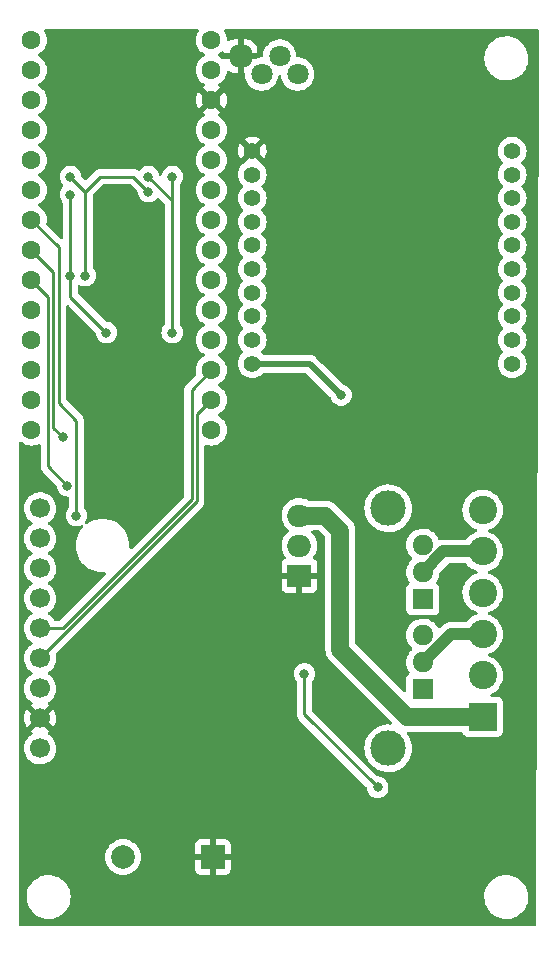
<source format=gbl>
%TF.GenerationSoftware,KiCad,Pcbnew,(6.0.0-0)*%
%TF.CreationDate,2022-05-31T22:47:45-04:00*%
%TF.ProjectId,2021 - 2022 Flight Computer,32303231-202d-4203-9230-323220466c69,rev?*%
%TF.SameCoordinates,Original*%
%TF.FileFunction,Copper,L2,Bot*%
%TF.FilePolarity,Positive*%
%FSLAX46Y46*%
G04 Gerber Fmt 4.6, Leading zero omitted, Abs format (unit mm)*
G04 Created by KiCad (PCBNEW (6.0.0-0)) date 2022-05-31 22:47:45*
%MOMM*%
%LPD*%
G01*
G04 APERTURE LIST*
G04 Aperture macros list*
%AMRoundRect*
0 Rectangle with rounded corners*
0 $1 Rounding radius*
0 $2 $3 $4 $5 $6 $7 $8 $9 X,Y pos of 4 corners*
0 Add a 4 corners polygon primitive as box body*
4,1,4,$2,$3,$4,$5,$6,$7,$8,$9,$2,$3,0*
0 Add four circle primitives for the rounded corners*
1,1,$1+$1,$2,$3*
1,1,$1+$1,$4,$5*
1,1,$1+$1,$6,$7*
1,1,$1+$1,$8,$9*
0 Add four rect primitives between the rounded corners*
20,1,$1+$1,$2,$3,$4,$5,0*
20,1,$1+$1,$4,$5,$6,$7,0*
20,1,$1+$1,$6,$7,$8,$9,0*
20,1,$1+$1,$8,$9,$2,$3,0*%
G04 Aperture macros list end*
%TA.AperFunction,ComponentPad*%
%ADD10R,2.000000X1.905000*%
%TD*%
%TA.AperFunction,ComponentPad*%
%ADD11O,2.000000X1.905000*%
%TD*%
%TA.AperFunction,ComponentPad*%
%ADD12C,1.397000*%
%TD*%
%TA.AperFunction,ComponentPad*%
%ADD13C,1.600000*%
%TD*%
%TA.AperFunction,WasherPad*%
%ADD14C,3.000000*%
%TD*%
%TA.AperFunction,ComponentPad*%
%ADD15C,1.700000*%
%TD*%
%TA.AperFunction,ComponentPad*%
%ADD16R,1.800000X1.717500*%
%TD*%
%TA.AperFunction,ComponentPad*%
%ADD17O,1.800000X1.717500*%
%TD*%
%TA.AperFunction,ComponentPad*%
%ADD18R,2.400000X2.400000*%
%TD*%
%TA.AperFunction,ComponentPad*%
%ADD19C,2.400000*%
%TD*%
%TA.AperFunction,ComponentPad*%
%ADD20R,2.000000X2.000000*%
%TD*%
%TA.AperFunction,ComponentPad*%
%ADD21C,2.000000*%
%TD*%
%TA.AperFunction,ComponentPad*%
%ADD22RoundRect,0.450000X-0.450000X-0.450000X0.450000X-0.450000X0.450000X0.450000X-0.450000X0.450000X0*%
%TD*%
%TA.AperFunction,ComponentPad*%
%ADD23C,1.800000*%
%TD*%
%TA.AperFunction,ViaPad*%
%ADD24C,0.800000*%
%TD*%
%TA.AperFunction,Conductor*%
%ADD25C,0.500000*%
%TD*%
%TA.AperFunction,Conductor*%
%ADD26C,0.250000*%
%TD*%
%TA.AperFunction,Conductor*%
%ADD27C,1.500000*%
%TD*%
%TA.AperFunction,Conductor*%
%ADD28C,1.000000*%
%TD*%
G04 APERTURE END LIST*
D10*
%TO.P,U1,1,VOUT*%
%TO.N,+3V3*%
X96230000Y-110790000D03*
D11*
%TO.P,U1,2,GND*%
%TO.N,GND*%
X96230000Y-108250000D03*
%TO.P,U1,3,VIN*%
%TO.N,+BATT*%
X96230000Y-105710000D03*
%TD*%
D12*
%TO.P,IC2,1,VCC*%
%TO.N,+3V3*%
X92249260Y-74840000D03*
%TO.P,IC2,2,DOUT*%
%TO.N,/XBEE.TX*%
X92249260Y-76838980D03*
%TO.P,IC2,3,DIN/~{CONFIG}*%
%TO.N,/XBEE.RX*%
X92249260Y-78840500D03*
%TO.P,IC2,4,SPI_MISO*%
%TO.N,unconnected-(IC2-Pad4)*%
X92249260Y-80839480D03*
%TO.P,IC2,5,~{RESET}*%
%TO.N,unconnected-(IC2-Pad5)*%
X92249260Y-82841000D03*
%TO.P,IC2,6,PWM0/RSSI/PWM*%
%TO.N,unconnected-(IC2-Pad6)*%
X92249260Y-84839980D03*
%TO.P,IC2,7,PWM1*%
%TO.N,unconnected-(IC2-Pad7)*%
X92249260Y-86838960D03*
%TO.P,IC2,8,[RESERVED]*%
%TO.N,unconnected-(IC2-Pad8)*%
X92249260Y-88840480D03*
%TO.P,IC2,9,DI8/SLEEP_RQ/~{DTR}*%
%TO.N,unconnected-(IC2-Pad9)*%
X92249260Y-90839460D03*
%TO.P,IC2,10,GND*%
%TO.N,GND*%
X92249260Y-92840980D03*
%TO.P,IC2,11,DIO4/SPI_MOSI*%
%TO.N,unconnected-(IC2-Pad11)*%
X114250740Y-92840980D03*
%TO.P,IC2,12,DIO7/~{CTS}*%
%TO.N,unconnected-(IC2-Pad12)*%
X114250740Y-90839460D03*
%TO.P,IC2,13,ON/~{SLEEP}*%
%TO.N,unconnected-(IC2-Pad13)*%
X114250740Y-88840480D03*
%TO.P,IC2,14,VREF*%
%TO.N,unconnected-(IC2-Pad14)*%
X114250740Y-86838960D03*
%TO.P,IC2,15,DIO5/ASSOC*%
%TO.N,unconnected-(IC2-Pad15)*%
X114250740Y-84839980D03*
%TO.P,IC2,16,DIO6/~{RTS}*%
%TO.N,unconnected-(IC2-Pad16)*%
X114250740Y-82841000D03*
%TO.P,IC2,17,DIO3/AD3/SPI_SSEL*%
%TO.N,unconnected-(IC2-Pad17)*%
X114250740Y-80839480D03*
%TO.P,IC2,18,DIO2/AD2/SPI_CLK*%
%TO.N,unconnected-(IC2-Pad18)*%
X114250740Y-78840500D03*
%TO.P,IC2,19,DIO1/AD1/SPI_ATTN*%
%TO.N,unconnected-(IC2-Pad19)*%
X114250740Y-76838980D03*
%TO.P,IC2,20,DIO0/AD0*%
%TO.N,unconnected-(IC2-Pad20)*%
X114250740Y-74840000D03*
%TD*%
D13*
%TO.P,IC1,1,GND_1*%
%TO.N,GND*%
X73540000Y-65450000D03*
%TO.P,IC1,2,0*%
%TO.N,unconnected-(IC1-Pad2)*%
X73540000Y-67990000D03*
%TO.P,IC1,3,1*%
%TO.N,unconnected-(IC1-Pad3)*%
X73540000Y-70530000D03*
%TO.P,IC1,4,2*%
%TO.N,unconnected-(IC1-Pad4)*%
X73540000Y-73070000D03*
%TO.P,IC1,5,3*%
%TO.N,unconnected-(IC1-Pad5)*%
X73540000Y-75610000D03*
%TO.P,IC1,6,4*%
%TO.N,unconnected-(IC1-Pad6)*%
X73540000Y-78150000D03*
%TO.P,IC1,7,5*%
%TO.N,BUZZER*%
X73540000Y-80690000D03*
%TO.P,IC1,8,6*%
%TO.N,/ACT1*%
X73540000Y-83230000D03*
%TO.P,IC1,9,7*%
%TO.N,/ACT2*%
X73540000Y-85770000D03*
%TO.P,IC1,10,8*%
%TO.N,/SPI.FL-CS*%
X73540000Y-88310000D03*
%TO.P,IC1,11,9*%
%TO.N,/SPI.BMP-CS*%
X73540000Y-90850000D03*
%TO.P,IC1,12,10*%
%TO.N,/SPI.ADXL-CS*%
X73540000Y-93390000D03*
%TO.P,IC1,13,11*%
%TO.N,/SPI.MOSI*%
X73540000Y-95930000D03*
%TO.P,IC1,14,12*%
%TO.N,/SPI.MISO*%
X73540000Y-98470000D03*
%TO.P,IC1,20,13*%
%TO.N,/SPI.SCK*%
X88780000Y-98470000D03*
%TO.P,IC1,21,14*%
%TO.N,/GPS.RX*%
X88780000Y-95930000D03*
%TO.P,IC1,22,15*%
%TO.N,/GPS.TX*%
X88780000Y-93390000D03*
%TO.P,IC1,23,16*%
%TO.N,LED-R*%
X88780000Y-90850000D03*
%TO.P,IC1,24,17*%
%TO.N,LED-G*%
X88780000Y-88310000D03*
%TO.P,IC1,25,18*%
%TO.N,LED-B*%
X88780000Y-85770000D03*
%TO.P,IC1,26,19*%
%TO.N,unconnected-(IC1-Pad26)*%
X88780000Y-83230000D03*
%TO.P,IC1,27,20*%
%TO.N,/XBEE.RX*%
X88780000Y-80690000D03*
%TO.P,IC1,28,21*%
%TO.N,/XBEE.TX*%
X88780000Y-78150000D03*
%TO.P,IC1,29,22*%
%TO.N,unconnected-(IC1-Pad29)*%
X88780000Y-75610000D03*
%TO.P,IC1,30,23*%
%TO.N,unconnected-(IC1-Pad30)*%
X88780000Y-73070000D03*
%TO.P,IC1,31,3.3V(250_MA_MAX)*%
%TO.N,+3V3*%
X88780000Y-70530000D03*
%TO.P,IC1,32,GND_3*%
%TO.N,GND*%
X88780000Y-67990000D03*
%TO.P,IC1,33,VIN_(3.6_TO_5.5_VOLTS)*%
%TO.N,unconnected-(IC1-Pad33)*%
X88780000Y-65450000D03*
%TD*%
D14*
%TO.P,U2,*%
%TO.N,*%
X103746000Y-105090000D03*
X103746000Y-125410000D03*
D15*
%TO.P,U2,1,3V3*%
%TO.N,unconnected-(U2-Pad1)*%
X74282000Y-105090000D03*
%TO.P,U2,2,EN*%
%TO.N,unconnected-(U2-Pad2)*%
X74282000Y-107630000D03*
%TO.P,U2,3,VBAT*%
%TO.N,unconnected-(U2-Pad3)*%
X74282000Y-110170000D03*
%TO.P,U2,4,FIX*%
%TO.N,unconnected-(U2-Pad4)*%
X74282000Y-112710000D03*
%TO.P,U2,5,TX*%
%TO.N,/GPS.TX*%
X74282000Y-115250000D03*
%TO.P,U2,6,RX*%
%TO.N,/GPS.RX*%
X74282000Y-117790000D03*
%TO.P,U2,7,GND*%
%TO.N,GND*%
X74282000Y-120330000D03*
%TO.P,U2,8,VIN*%
%TO.N,+3V3*%
X74282000Y-122870000D03*
%TO.P,U2,9,PPS*%
%TO.N,unconnected-(U2-Pad9)*%
X74282000Y-125410000D03*
%TD*%
D16*
%TO.P,Q1,1,G*%
%TO.N,Net-(Q2-Pad3)*%
X106680000Y-120400000D03*
D17*
%TO.P,Q1,2,D*%
%TO.N,/DROGUE_POW*%
X106680000Y-118110000D03*
%TO.P,Q1,3,S*%
%TO.N,Net-(F1-Pad2)*%
X106680000Y-115820000D03*
%TD*%
D16*
%TO.P,Q5,1,G*%
%TO.N,Net-(Q3-Pad3)*%
X106680000Y-112780000D03*
D17*
%TO.P,Q5,2,D*%
%TO.N,/MAIN_POW*%
X106680000Y-110490000D03*
%TO.P,Q5,3,S*%
%TO.N,Net-(F2-Pad2)*%
X106680000Y-108200000D03*
%TD*%
D18*
%TO.P,J1,1,Pin_1*%
%TO.N,+BATT*%
X111750000Y-122750000D03*
D19*
%TO.P,J1,2,Pin_2*%
%TO.N,GND*%
X111750000Y-119250000D03*
%TO.P,J1,3,Pin_3*%
%TO.N,/DROGUE_POW*%
X111750000Y-115750000D03*
%TO.P,J1,4,Pin_4*%
%TO.N,GND*%
X111750000Y-112250000D03*
%TO.P,J1,5,Pin_5*%
%TO.N,/MAIN_POW*%
X111750000Y-108750000D03*
%TO.P,J1,6,Pin_6*%
%TO.N,GND*%
X111750000Y-105250000D03*
%TD*%
D20*
%TO.P,BZ1,1,-*%
%TO.N,+3V3*%
X88900000Y-134620000D03*
D21*
%TO.P,BZ1,2,+*%
%TO.N,Net-(BZ1-Pad2)*%
X81300000Y-134620000D03*
%TD*%
D22*
%TO.P,D1,1,A*%
%TO.N,+3V3*%
X91260000Y-66810000D03*
D23*
%TO.P,D1,2,BK*%
%TO.N,Net-(D1-Pad2)*%
X93038000Y-68334000D03*
%TO.P,D1,3,GK*%
%TO.N,Net-(D1-Pad3)*%
X94562000Y-66810000D03*
%TO.P,D1,4,RK*%
%TO.N,Net-(D1-Pad4)*%
X96086000Y-68334000D03*
%TD*%
D24*
%TO.N,GND*%
X96660000Y-119110000D03*
X102860000Y-128710000D03*
X99760000Y-95510000D03*
%TO.N,/SPI.MOSI*%
X79888000Y-90216000D03*
X76840000Y-78532000D03*
X76840000Y-85390000D03*
%TO.N,+3V3*%
X83444000Y-80110000D03*
X83190000Y-83358000D03*
X79126000Y-66594000D03*
X83190000Y-90216000D03*
%TO.N,/SPI.MISO*%
X78110000Y-85390000D03*
X83444000Y-78278000D03*
X76840000Y-77008000D03*
%TO.N,/SPI.SCK*%
X83444000Y-77008000D03*
X85481299Y-77013299D03*
X85460000Y-90216000D03*
%TO.N,BUZZER*%
X77348000Y-105710000D03*
%TO.N,/ACT1*%
X76200000Y-99060000D03*
%TO.N,/ACT2*%
X76586000Y-103170000D03*
%TD*%
D25*
%TO.N,GND*%
X92249260Y-92840980D02*
X97090980Y-92840980D01*
X97090980Y-92840980D02*
X99760000Y-95510000D01*
D26*
X96660000Y-119110000D02*
X96660000Y-122510000D01*
X96660000Y-122510000D02*
X102860000Y-128710000D01*
%TO.N,/SPI.MOSI*%
X79888000Y-90216000D02*
X76840000Y-87168000D01*
X76840000Y-87168000D02*
X76840000Y-85390000D01*
X76840000Y-85390000D02*
X76840000Y-78532000D01*
%TO.N,/SPI.MISO*%
X83444000Y-78278000D02*
X82174000Y-77008000D01*
X82174000Y-77008000D02*
X79380000Y-77008000D01*
X79380000Y-77008000D02*
X78110000Y-78278000D01*
X78110000Y-78278000D02*
X78110000Y-85390000D01*
X76840000Y-77008000D02*
X78110000Y-78278000D01*
%TO.N,/SPI.SCK*%
X85460000Y-90216000D02*
X85460000Y-79024000D01*
X85460000Y-79024000D02*
X85460000Y-77034598D01*
X85460000Y-77034598D02*
X85481299Y-77013299D01*
X85449386Y-79024000D02*
X85460000Y-79024000D01*
X83444000Y-77018614D02*
X85449386Y-79024000D01*
X83444000Y-77008000D02*
X83444000Y-77018614D01*
%TO.N,/GPS.RX*%
X87560000Y-97150000D02*
X88780000Y-95930000D01*
X87560000Y-104512000D02*
X87560000Y-97150000D01*
X74282000Y-117790000D02*
X87560000Y-104512000D01*
%TO.N,/GPS.TX*%
X87110480Y-104325802D02*
X87110480Y-95059520D01*
X76186282Y-115250000D02*
X87110480Y-104325802D01*
X74282000Y-115250000D02*
X76186282Y-115250000D01*
X87110480Y-95059520D02*
X88780000Y-93390000D01*
%TO.N,BUZZER*%
X75854529Y-96174529D02*
X75854529Y-84908812D01*
X75860000Y-84903341D02*
X75860000Y-83010000D01*
X75854529Y-84908812D02*
X75860000Y-84903341D01*
X75860000Y-83010000D02*
X73540000Y-80690000D01*
X77348000Y-97668000D02*
X75854529Y-96174529D01*
X77348000Y-105710000D02*
X77348000Y-97668000D01*
D27*
%TO.N,+BATT*%
X96230000Y-105710000D02*
X98430000Y-105710000D01*
X98430000Y-105710000D02*
X99700000Y-106980000D01*
X99700000Y-117077772D02*
X105372228Y-122750000D01*
X99700000Y-106980000D02*
X99700000Y-117077772D01*
X105372228Y-122750000D02*
X111750000Y-122750000D01*
D26*
%TO.N,/ACT1*%
X75405009Y-85095009D02*
X73540000Y-83230000D01*
X76200000Y-99060000D02*
X75405009Y-98265009D01*
X75405009Y-98265009D02*
X75405009Y-85095009D01*
%TO.N,/ACT2*%
X74955489Y-101539489D02*
X74955489Y-87185489D01*
X74955489Y-87185489D02*
X73540000Y-85770000D01*
X76586000Y-103170000D02*
X74955489Y-101539489D01*
D28*
%TO.N,/DROGUE_POW*%
X111750000Y-115750000D02*
X109040000Y-115750000D01*
X109040000Y-115750000D02*
X106680000Y-118110000D01*
%TO.N,/MAIN_POW*%
X108420000Y-108750000D02*
X106680000Y-110490000D01*
X111750000Y-108750000D02*
X108420000Y-108750000D01*
%TD*%
%TA.AperFunction,Conductor*%
%TO.N,+3V3*%
G36*
X87668289Y-64528002D02*
G01*
X87714782Y-64581658D01*
X87724886Y-64651932D01*
X87703381Y-64706271D01*
X87642477Y-64793251D01*
X87640154Y-64798233D01*
X87640151Y-64798238D01*
X87548039Y-64995775D01*
X87545716Y-65000757D01*
X87544294Y-65006065D01*
X87544293Y-65006067D01*
X87506918Y-65145552D01*
X87486457Y-65221913D01*
X87466502Y-65450000D01*
X87486457Y-65678087D01*
X87487881Y-65683400D01*
X87487881Y-65683402D01*
X87519365Y-65800899D01*
X87545716Y-65899243D01*
X87548039Y-65904224D01*
X87548039Y-65904225D01*
X87640151Y-66101762D01*
X87640154Y-66101767D01*
X87642477Y-66106749D01*
X87773802Y-66294300D01*
X87935700Y-66456198D01*
X87940208Y-66459355D01*
X87940211Y-66459357D01*
X88003921Y-66503967D01*
X88123251Y-66587523D01*
X88128233Y-66589846D01*
X88128238Y-66589849D01*
X88162457Y-66605805D01*
X88215742Y-66652722D01*
X88235203Y-66720999D01*
X88214661Y-66788959D01*
X88162457Y-66834195D01*
X88128238Y-66850151D01*
X88128233Y-66850154D01*
X88123251Y-66852477D01*
X88040310Y-66910553D01*
X87940211Y-66980643D01*
X87940208Y-66980645D01*
X87935700Y-66983802D01*
X87773802Y-67145700D01*
X87770645Y-67150208D01*
X87770643Y-67150211D01*
X87763781Y-67160011D01*
X87642477Y-67333251D01*
X87640154Y-67338233D01*
X87640151Y-67338238D01*
X87590571Y-67444564D01*
X87545716Y-67540757D01*
X87544294Y-67546065D01*
X87544293Y-67546067D01*
X87491865Y-67741730D01*
X87486457Y-67761913D01*
X87466502Y-67990000D01*
X87486457Y-68218087D01*
X87487881Y-68223400D01*
X87487881Y-68223402D01*
X87537296Y-68407818D01*
X87545716Y-68439243D01*
X87548039Y-68444224D01*
X87548039Y-68444225D01*
X87640151Y-68641762D01*
X87640154Y-68641767D01*
X87642477Y-68646749D01*
X87773802Y-68834300D01*
X87935700Y-68996198D01*
X87940208Y-68999355D01*
X87940211Y-68999357D01*
X88018389Y-69054098D01*
X88123251Y-69127523D01*
X88128233Y-69129846D01*
X88128238Y-69129849D01*
X88163049Y-69146081D01*
X88216334Y-69192998D01*
X88235795Y-69261275D01*
X88215253Y-69329235D01*
X88163049Y-69374471D01*
X88128489Y-69390586D01*
X88118994Y-69396069D01*
X88066952Y-69432509D01*
X88058576Y-69442988D01*
X88065644Y-69456434D01*
X88767188Y-70157978D01*
X88781132Y-70165592D01*
X88782965Y-70165461D01*
X88789580Y-70161210D01*
X89495077Y-69455713D01*
X89501507Y-69443938D01*
X89492211Y-69431923D01*
X89441006Y-69396069D01*
X89431511Y-69390586D01*
X89396951Y-69374471D01*
X89343666Y-69327554D01*
X89324205Y-69259277D01*
X89344747Y-69191317D01*
X89396951Y-69146081D01*
X89431762Y-69129849D01*
X89431767Y-69129846D01*
X89436749Y-69127523D01*
X89541611Y-69054098D01*
X89619789Y-68999357D01*
X89619792Y-68999355D01*
X89624300Y-68996198D01*
X89786198Y-68834300D01*
X89917523Y-68646749D01*
X89919846Y-68641767D01*
X89919849Y-68641762D01*
X90011961Y-68444225D01*
X90011961Y-68444224D01*
X90014284Y-68439243D01*
X90022705Y-68407818D01*
X90072119Y-68223402D01*
X90072119Y-68223400D01*
X90073543Y-68218087D01*
X90074022Y-68212611D01*
X90074023Y-68212606D01*
X90079194Y-68153493D01*
X90105057Y-68087375D01*
X90162561Y-68045735D01*
X90233448Y-68041794D01*
X90274074Y-68059282D01*
X90285576Y-68066866D01*
X90446738Y-68151119D01*
X90458533Y-68155837D01*
X90633714Y-68206069D01*
X90645451Y-68208255D01*
X90751845Y-68217751D01*
X90757440Y-68218000D01*
X90987885Y-68218000D01*
X91003124Y-68213525D01*
X91004329Y-68212135D01*
X91006000Y-68204452D01*
X91006000Y-68199885D01*
X91514000Y-68199885D01*
X91518475Y-68215124D01*
X91519865Y-68216329D01*
X91528076Y-68218115D01*
X91590389Y-68252140D01*
X91624414Y-68314452D01*
X91627085Y-68333983D01*
X91638427Y-68530697D01*
X91639564Y-68535743D01*
X91639565Y-68535749D01*
X91664580Y-68646749D01*
X91689346Y-68756642D01*
X91691288Y-68761424D01*
X91691289Y-68761428D01*
X91774540Y-68966450D01*
X91776484Y-68971237D01*
X91897501Y-69168719D01*
X92049147Y-69343784D01*
X92227349Y-69491730D01*
X92427322Y-69608584D01*
X92643694Y-69691209D01*
X92648760Y-69692240D01*
X92648761Y-69692240D01*
X92701846Y-69703040D01*
X92870656Y-69737385D01*
X93001324Y-69742176D01*
X93096949Y-69745683D01*
X93096953Y-69745683D01*
X93102113Y-69745872D01*
X93107233Y-69745216D01*
X93107235Y-69745216D01*
X93180270Y-69735860D01*
X93331847Y-69716442D01*
X93336795Y-69714957D01*
X93336802Y-69714956D01*
X93548747Y-69651369D01*
X93553690Y-69649886D01*
X93634236Y-69610427D01*
X93757049Y-69550262D01*
X93757052Y-69550260D01*
X93761684Y-69547991D01*
X93950243Y-69413494D01*
X94114303Y-69250005D01*
X94249458Y-69061917D01*
X94260937Y-69038692D01*
X94349784Y-68858922D01*
X94349785Y-68858920D01*
X94352078Y-68854280D01*
X94419408Y-68632671D01*
X94435205Y-68512681D01*
X94463927Y-68447755D01*
X94523193Y-68408663D01*
X94594184Y-68407818D01*
X94654363Y-68445488D01*
X94684622Y-68509714D01*
X94685918Y-68521870D01*
X94686427Y-68530697D01*
X94687564Y-68535743D01*
X94687565Y-68535749D01*
X94712580Y-68646749D01*
X94737346Y-68756642D01*
X94739288Y-68761424D01*
X94739289Y-68761428D01*
X94822540Y-68966450D01*
X94824484Y-68971237D01*
X94945501Y-69168719D01*
X95097147Y-69343784D01*
X95275349Y-69491730D01*
X95475322Y-69608584D01*
X95691694Y-69691209D01*
X95696760Y-69692240D01*
X95696761Y-69692240D01*
X95749846Y-69703040D01*
X95918656Y-69737385D01*
X96049324Y-69742176D01*
X96144949Y-69745683D01*
X96144953Y-69745683D01*
X96150113Y-69745872D01*
X96155233Y-69745216D01*
X96155235Y-69745216D01*
X96228270Y-69735860D01*
X96379847Y-69716442D01*
X96384795Y-69714957D01*
X96384802Y-69714956D01*
X96596747Y-69651369D01*
X96601690Y-69649886D01*
X96682236Y-69610427D01*
X96805049Y-69550262D01*
X96805052Y-69550260D01*
X96809684Y-69547991D01*
X96998243Y-69413494D01*
X97162303Y-69250005D01*
X97297458Y-69061917D01*
X97308937Y-69038692D01*
X97397784Y-68858922D01*
X97397785Y-68858920D01*
X97400078Y-68854280D01*
X97467408Y-68632671D01*
X97497640Y-68403041D01*
X97497753Y-68398429D01*
X97499245Y-68337365D01*
X97499245Y-68337361D01*
X97499327Y-68334000D01*
X97490108Y-68221872D01*
X97480773Y-68108318D01*
X97480772Y-68108312D01*
X97480349Y-68103167D01*
X97450548Y-67984525D01*
X97425184Y-67883544D01*
X97425183Y-67883540D01*
X97423925Y-67878533D01*
X97401377Y-67826676D01*
X97333630Y-67670868D01*
X97333628Y-67670865D01*
X97331570Y-67666131D01*
X97205764Y-67471665D01*
X97049887Y-67300358D01*
X97045836Y-67297159D01*
X97045832Y-67297155D01*
X96872177Y-67160011D01*
X96872172Y-67160008D01*
X96868123Y-67156810D01*
X96863607Y-67154317D01*
X96863604Y-67154315D01*
X96669879Y-67047373D01*
X96669875Y-67047371D01*
X96665355Y-67044876D01*
X96660486Y-67043152D01*
X96660482Y-67043150D01*
X96658017Y-67042277D01*
X111887009Y-67042277D01*
X111912625Y-67310769D01*
X111913710Y-67315203D01*
X111913711Y-67315209D01*
X111967683Y-67535775D01*
X111976731Y-67572750D01*
X112077985Y-67822733D01*
X112214265Y-68055482D01*
X112252400Y-68103167D01*
X112341590Y-68214693D01*
X112382716Y-68266119D01*
X112579809Y-68450234D01*
X112801416Y-68603968D01*
X112805499Y-68605999D01*
X112805502Y-68606001D01*
X112896471Y-68651257D01*
X113042894Y-68724101D01*
X113047228Y-68725522D01*
X113047231Y-68725523D01*
X113294853Y-68806698D01*
X113294859Y-68806699D01*
X113299186Y-68808118D01*
X113303677Y-68808898D01*
X113303678Y-68808898D01*
X113561140Y-68853601D01*
X113561148Y-68853602D01*
X113564921Y-68854257D01*
X113568758Y-68854448D01*
X113648578Y-68858422D01*
X113648586Y-68858422D01*
X113650149Y-68858500D01*
X113818512Y-68858500D01*
X113820780Y-68858335D01*
X113820792Y-68858335D01*
X113951884Y-68848823D01*
X114019004Y-68843953D01*
X114023459Y-68842969D01*
X114023462Y-68842969D01*
X114277912Y-68786791D01*
X114277916Y-68786790D01*
X114282372Y-68785806D01*
X114408480Y-68738028D01*
X114530318Y-68691868D01*
X114530321Y-68691867D01*
X114534588Y-68690250D01*
X114770368Y-68559286D01*
X114984773Y-68395657D01*
X115041758Y-68337365D01*
X115154660Y-68221872D01*
X115173312Y-68202792D01*
X115332034Y-67984730D01*
X115387907Y-67878533D01*
X115455490Y-67750079D01*
X115455493Y-67750073D01*
X115457615Y-67746039D01*
X115520378Y-67568312D01*
X115545902Y-67496033D01*
X115545902Y-67496032D01*
X115547425Y-67491720D01*
X115578659Y-67333251D01*
X115598700Y-67231572D01*
X115598701Y-67231566D01*
X115599581Y-67227100D01*
X115603080Y-67156810D01*
X115612764Y-66962292D01*
X115612764Y-66962286D01*
X115612991Y-66957723D01*
X115587375Y-66689231D01*
X115586165Y-66684284D01*
X115524355Y-66431688D01*
X115523269Y-66427250D01*
X115422015Y-66177267D01*
X115285735Y-65944518D01*
X115167928Y-65797208D01*
X115120136Y-65737447D01*
X115120135Y-65737445D01*
X115117284Y-65733881D01*
X114920191Y-65549766D01*
X114698584Y-65396032D01*
X114694501Y-65394001D01*
X114694498Y-65393999D01*
X114529606Y-65311967D01*
X114457106Y-65275899D01*
X114452772Y-65274478D01*
X114452769Y-65274477D01*
X114205147Y-65193302D01*
X114205141Y-65193301D01*
X114200814Y-65191882D01*
X114196322Y-65191102D01*
X113938860Y-65146399D01*
X113938852Y-65146398D01*
X113935079Y-65145743D01*
X113923817Y-65145182D01*
X113851422Y-65141578D01*
X113851414Y-65141578D01*
X113849851Y-65141500D01*
X113681488Y-65141500D01*
X113679220Y-65141665D01*
X113679208Y-65141665D01*
X113548116Y-65151177D01*
X113480996Y-65156047D01*
X113476541Y-65157031D01*
X113476538Y-65157031D01*
X113222088Y-65213209D01*
X113222084Y-65213210D01*
X113217628Y-65214194D01*
X113182790Y-65227393D01*
X112969682Y-65308132D01*
X112969679Y-65308133D01*
X112965412Y-65309750D01*
X112729632Y-65440714D01*
X112652221Y-65499792D01*
X112582643Y-65552893D01*
X112515227Y-65604343D01*
X112512034Y-65607609D01*
X112512032Y-65607611D01*
X112484269Y-65636011D01*
X112326688Y-65797208D01*
X112167966Y-66015270D01*
X112165844Y-66019304D01*
X112044510Y-66249921D01*
X112044507Y-66249927D01*
X112042385Y-66253961D01*
X112040865Y-66258266D01*
X112040863Y-66258270D01*
X111968353Y-66463600D01*
X111952575Y-66508280D01*
X111936498Y-66589849D01*
X111910649Y-66720999D01*
X111900419Y-66772900D01*
X111900192Y-66777453D01*
X111900192Y-66777456D01*
X111890643Y-66969288D01*
X111887009Y-67042277D01*
X96658017Y-67042277D01*
X96451903Y-66969288D01*
X96451899Y-66969287D01*
X96447028Y-66967562D01*
X96441935Y-66966655D01*
X96441932Y-66966654D01*
X96224095Y-66927851D01*
X96224089Y-66927850D01*
X96219006Y-66926945D01*
X96192843Y-66926625D01*
X96099349Y-66925483D01*
X96031477Y-66904650D01*
X95985643Y-66850430D01*
X95975312Y-66809816D01*
X95956773Y-66584318D01*
X95956772Y-66584312D01*
X95956349Y-66579167D01*
X95918190Y-66427250D01*
X95901184Y-66359544D01*
X95901183Y-66359540D01*
X95899925Y-66354533D01*
X95897866Y-66349797D01*
X95809630Y-66146868D01*
X95809628Y-66146865D01*
X95807570Y-66142131D01*
X95681764Y-65947665D01*
X95637704Y-65899243D01*
X95579769Y-65835574D01*
X95525887Y-65776358D01*
X95521836Y-65773159D01*
X95521832Y-65773155D01*
X95348177Y-65636011D01*
X95348172Y-65636008D01*
X95344123Y-65632810D01*
X95339607Y-65630317D01*
X95339604Y-65630315D01*
X95145879Y-65523373D01*
X95145875Y-65523371D01*
X95141355Y-65520876D01*
X95136486Y-65519152D01*
X95136482Y-65519150D01*
X94927903Y-65445288D01*
X94927899Y-65445287D01*
X94923028Y-65443562D01*
X94917935Y-65442655D01*
X94917932Y-65442654D01*
X94700095Y-65403851D01*
X94700089Y-65403850D01*
X94695006Y-65402945D01*
X94617644Y-65402000D01*
X94468581Y-65400179D01*
X94468579Y-65400179D01*
X94463411Y-65400116D01*
X94234464Y-65435150D01*
X94014314Y-65507106D01*
X94009726Y-65509494D01*
X94009722Y-65509496D01*
X93889488Y-65572086D01*
X93808872Y-65614052D01*
X93804739Y-65617155D01*
X93804736Y-65617157D01*
X93644525Y-65737447D01*
X93623655Y-65753117D01*
X93463639Y-65920564D01*
X93460725Y-65924836D01*
X93460724Y-65924837D01*
X93442189Y-65952009D01*
X93333119Y-66111899D01*
X93235602Y-66321981D01*
X93173707Y-66545169D01*
X93149095Y-66775469D01*
X93149392Y-66780621D01*
X93149392Y-66780623D01*
X93150042Y-66791889D01*
X93133995Y-66861048D01*
X93083105Y-66910553D01*
X93022713Y-66925134D01*
X92963899Y-66924415D01*
X92944580Y-66924179D01*
X92944578Y-66924179D01*
X92939411Y-66924116D01*
X92710464Y-66959150D01*
X92490314Y-67031106D01*
X92454471Y-67049765D01*
X92396294Y-67064000D01*
X91532115Y-67064000D01*
X91516876Y-67068475D01*
X91515671Y-67069865D01*
X91514000Y-67077548D01*
X91514000Y-68199885D01*
X91006000Y-68199885D01*
X91006000Y-67082115D01*
X91001525Y-67066876D01*
X91000135Y-67065671D01*
X90992452Y-67064000D01*
X89870115Y-67064000D01*
X89824279Y-67077459D01*
X89816054Y-67082746D01*
X89745058Y-67082754D01*
X89691447Y-67050949D01*
X89624300Y-66983802D01*
X89619792Y-66980645D01*
X89619789Y-66980643D01*
X89519690Y-66910553D01*
X89436749Y-66852477D01*
X89431767Y-66850154D01*
X89431762Y-66850151D01*
X89397543Y-66834195D01*
X89344258Y-66787278D01*
X89324797Y-66719001D01*
X89345339Y-66651041D01*
X89397543Y-66605805D01*
X89431762Y-66589849D01*
X89431767Y-66589846D01*
X89436749Y-66587523D01*
X89556079Y-66503967D01*
X89619789Y-66459357D01*
X89619792Y-66459355D01*
X89624300Y-66456198D01*
X89636905Y-66443593D01*
X89699217Y-66409567D01*
X89770032Y-66414632D01*
X89826868Y-66457179D01*
X89851679Y-66523699D01*
X89852000Y-66532688D01*
X89852000Y-66537885D01*
X89856475Y-66553124D01*
X89857865Y-66554329D01*
X89865548Y-66556000D01*
X90987885Y-66556000D01*
X91003124Y-66551525D01*
X91004329Y-66550135D01*
X91006000Y-66542452D01*
X91006000Y-66537885D01*
X91514000Y-66537885D01*
X91518475Y-66553124D01*
X91519865Y-66554329D01*
X91527548Y-66556000D01*
X92649885Y-66556000D01*
X92665124Y-66551525D01*
X92666329Y-66550135D01*
X92668000Y-66542452D01*
X92668000Y-66307440D01*
X92667751Y-66301845D01*
X92658255Y-66195451D01*
X92656069Y-66183714D01*
X92605837Y-66008533D01*
X92601119Y-65996738D01*
X92516865Y-65835574D01*
X92509877Y-65824976D01*
X92394931Y-65684038D01*
X92385962Y-65675069D01*
X92245024Y-65560123D01*
X92234426Y-65553135D01*
X92073262Y-65468881D01*
X92061467Y-65464163D01*
X91886286Y-65413931D01*
X91874549Y-65411745D01*
X91768155Y-65402249D01*
X91762560Y-65402000D01*
X91532115Y-65402000D01*
X91516876Y-65406475D01*
X91515671Y-65407865D01*
X91514000Y-65415548D01*
X91514000Y-66537885D01*
X91006000Y-66537885D01*
X91006000Y-65420115D01*
X91001525Y-65404876D01*
X91000135Y-65403671D01*
X90992452Y-65402000D01*
X90757440Y-65402000D01*
X90751845Y-65402249D01*
X90645451Y-65411745D01*
X90633714Y-65413931D01*
X90458533Y-65464163D01*
X90446738Y-65468881D01*
X90279920Y-65556091D01*
X90278921Y-65554181D01*
X90220513Y-65572086D01*
X90152160Y-65552893D01*
X90105034Y-65499792D01*
X90093885Y-65449966D01*
X90093498Y-65450000D01*
X90093245Y-65447103D01*
X90093244Y-65447100D01*
X90073543Y-65221913D01*
X90053082Y-65145552D01*
X90015707Y-65006067D01*
X90015706Y-65006065D01*
X90014284Y-65000757D01*
X90011961Y-64995775D01*
X89919849Y-64798238D01*
X89919846Y-64798233D01*
X89917523Y-64793251D01*
X89856619Y-64706271D01*
X89833931Y-64638997D01*
X89851216Y-64570136D01*
X89902986Y-64521552D01*
X89959832Y-64508000D01*
X116363939Y-64508000D01*
X116432060Y-64528002D01*
X116478553Y-64581658D01*
X116489938Y-64634407D01*
X116245703Y-139858422D01*
X116244054Y-140366409D01*
X116223831Y-140434465D01*
X116170025Y-140480783D01*
X116118055Y-140492000D01*
X72634000Y-140492000D01*
X72565879Y-140471998D01*
X72519386Y-140418342D01*
X72508000Y-140366000D01*
X72508000Y-138042277D01*
X73137009Y-138042277D01*
X73162625Y-138310769D01*
X73163710Y-138315203D01*
X73163711Y-138315209D01*
X73225645Y-138568312D01*
X73226731Y-138572750D01*
X73327985Y-138822733D01*
X73464265Y-139055482D01*
X73467118Y-139059049D01*
X73584686Y-139206060D01*
X73632716Y-139266119D01*
X73829809Y-139450234D01*
X74051416Y-139603968D01*
X74055499Y-139605999D01*
X74055502Y-139606001D01*
X74171013Y-139663466D01*
X74292894Y-139724101D01*
X74297228Y-139725522D01*
X74297231Y-139725523D01*
X74544853Y-139806698D01*
X74544859Y-139806699D01*
X74549186Y-139808118D01*
X74553677Y-139808898D01*
X74553678Y-139808898D01*
X74811140Y-139853601D01*
X74811148Y-139853602D01*
X74814921Y-139854257D01*
X74818758Y-139854448D01*
X74898578Y-139858422D01*
X74898586Y-139858422D01*
X74900149Y-139858500D01*
X75068512Y-139858500D01*
X75070780Y-139858335D01*
X75070792Y-139858335D01*
X75201884Y-139848823D01*
X75269004Y-139843953D01*
X75273459Y-139842969D01*
X75273462Y-139842969D01*
X75527912Y-139786791D01*
X75527916Y-139786790D01*
X75532372Y-139785806D01*
X75658480Y-139738028D01*
X75780318Y-139691868D01*
X75780321Y-139691867D01*
X75784588Y-139690250D01*
X76020368Y-139559286D01*
X76234773Y-139395657D01*
X76423312Y-139202792D01*
X76582034Y-138984730D01*
X76665190Y-138826676D01*
X76705490Y-138750079D01*
X76705493Y-138750073D01*
X76707615Y-138746039D01*
X76770378Y-138568312D01*
X76795902Y-138496033D01*
X76795902Y-138496032D01*
X76797425Y-138491720D01*
X76849581Y-138227100D01*
X76858782Y-138042277D01*
X111887009Y-138042277D01*
X111912625Y-138310769D01*
X111913710Y-138315203D01*
X111913711Y-138315209D01*
X111975645Y-138568312D01*
X111976731Y-138572750D01*
X112077985Y-138822733D01*
X112214265Y-139055482D01*
X112217118Y-139059049D01*
X112334686Y-139206060D01*
X112382716Y-139266119D01*
X112579809Y-139450234D01*
X112801416Y-139603968D01*
X112805499Y-139605999D01*
X112805502Y-139606001D01*
X112921013Y-139663466D01*
X113042894Y-139724101D01*
X113047228Y-139725522D01*
X113047231Y-139725523D01*
X113294853Y-139806698D01*
X113294859Y-139806699D01*
X113299186Y-139808118D01*
X113303677Y-139808898D01*
X113303678Y-139808898D01*
X113561140Y-139853601D01*
X113561148Y-139853602D01*
X113564921Y-139854257D01*
X113568758Y-139854448D01*
X113648578Y-139858422D01*
X113648586Y-139858422D01*
X113650149Y-139858500D01*
X113818512Y-139858500D01*
X113820780Y-139858335D01*
X113820792Y-139858335D01*
X113951884Y-139848823D01*
X114019004Y-139843953D01*
X114023459Y-139842969D01*
X114023462Y-139842969D01*
X114277912Y-139786791D01*
X114277916Y-139786790D01*
X114282372Y-139785806D01*
X114408480Y-139738028D01*
X114530318Y-139691868D01*
X114530321Y-139691867D01*
X114534588Y-139690250D01*
X114770368Y-139559286D01*
X114984773Y-139395657D01*
X115173312Y-139202792D01*
X115332034Y-138984730D01*
X115415190Y-138826676D01*
X115455490Y-138750079D01*
X115455493Y-138750073D01*
X115457615Y-138746039D01*
X115520378Y-138568312D01*
X115545902Y-138496033D01*
X115545902Y-138496032D01*
X115547425Y-138491720D01*
X115599581Y-138227100D01*
X115608782Y-138042277D01*
X115612764Y-137962292D01*
X115612764Y-137962286D01*
X115612991Y-137957723D01*
X115587375Y-137689231D01*
X115542042Y-137503967D01*
X115524355Y-137431688D01*
X115523269Y-137427250D01*
X115422015Y-137177267D01*
X115285735Y-136944518D01*
X115167928Y-136797208D01*
X115120136Y-136737447D01*
X115120135Y-136737445D01*
X115117284Y-136733881D01*
X114920191Y-136549766D01*
X114698584Y-136396032D01*
X114694501Y-136394001D01*
X114694498Y-136393999D01*
X114529606Y-136311967D01*
X114457106Y-136275899D01*
X114452772Y-136274478D01*
X114452769Y-136274477D01*
X114205147Y-136193302D01*
X114205141Y-136193301D01*
X114200814Y-136191882D01*
X114196322Y-136191102D01*
X113938860Y-136146399D01*
X113938852Y-136146398D01*
X113935079Y-136145743D01*
X113923817Y-136145182D01*
X113851422Y-136141578D01*
X113851414Y-136141578D01*
X113849851Y-136141500D01*
X113681488Y-136141500D01*
X113679220Y-136141665D01*
X113679208Y-136141665D01*
X113548116Y-136151177D01*
X113480996Y-136156047D01*
X113476541Y-136157031D01*
X113476538Y-136157031D01*
X113222088Y-136213209D01*
X113222084Y-136213210D01*
X113217628Y-136214194D01*
X113091520Y-136261972D01*
X112969682Y-136308132D01*
X112969679Y-136308133D01*
X112965412Y-136309750D01*
X112729632Y-136440714D01*
X112515227Y-136604343D01*
X112326688Y-136797208D01*
X112167966Y-137015270D01*
X112165844Y-137019304D01*
X112044510Y-137249921D01*
X112044507Y-137249927D01*
X112042385Y-137253961D01*
X112040865Y-137258266D01*
X112040863Y-137258270D01*
X111954098Y-137503967D01*
X111952575Y-137508280D01*
X111900419Y-137772900D01*
X111900192Y-137777453D01*
X111900192Y-137777456D01*
X111890991Y-137962292D01*
X111887009Y-138042277D01*
X76858782Y-138042277D01*
X76862764Y-137962292D01*
X76862764Y-137962286D01*
X76862991Y-137957723D01*
X76837375Y-137689231D01*
X76792042Y-137503967D01*
X76774355Y-137431688D01*
X76773269Y-137427250D01*
X76672015Y-137177267D01*
X76535735Y-136944518D01*
X76417928Y-136797208D01*
X76370136Y-136737447D01*
X76370135Y-136737445D01*
X76367284Y-136733881D01*
X76170191Y-136549766D01*
X75948584Y-136396032D01*
X75944501Y-136394001D01*
X75944498Y-136393999D01*
X75779606Y-136311967D01*
X75707106Y-136275899D01*
X75702772Y-136274478D01*
X75702769Y-136274477D01*
X75455147Y-136193302D01*
X75455141Y-136193301D01*
X75450814Y-136191882D01*
X75446322Y-136191102D01*
X75188860Y-136146399D01*
X75188852Y-136146398D01*
X75185079Y-136145743D01*
X75173817Y-136145182D01*
X75101422Y-136141578D01*
X75101414Y-136141578D01*
X75099851Y-136141500D01*
X74931488Y-136141500D01*
X74929220Y-136141665D01*
X74929208Y-136141665D01*
X74798116Y-136151177D01*
X74730996Y-136156047D01*
X74726541Y-136157031D01*
X74726538Y-136157031D01*
X74472088Y-136213209D01*
X74472084Y-136213210D01*
X74467628Y-136214194D01*
X74341520Y-136261972D01*
X74219682Y-136308132D01*
X74219679Y-136308133D01*
X74215412Y-136309750D01*
X73979632Y-136440714D01*
X73765227Y-136604343D01*
X73576688Y-136797208D01*
X73417966Y-137015270D01*
X73415844Y-137019304D01*
X73294510Y-137249921D01*
X73294507Y-137249927D01*
X73292385Y-137253961D01*
X73290865Y-137258266D01*
X73290863Y-137258270D01*
X73204098Y-137503967D01*
X73202575Y-137508280D01*
X73150419Y-137772900D01*
X73150192Y-137777453D01*
X73150192Y-137777456D01*
X73140991Y-137962292D01*
X73137009Y-138042277D01*
X72508000Y-138042277D01*
X72508000Y-134620000D01*
X79786835Y-134620000D01*
X79805465Y-134856711D01*
X79806619Y-134861518D01*
X79806620Y-134861524D01*
X79841640Y-135007391D01*
X79860895Y-135087594D01*
X79951760Y-135306963D01*
X79954346Y-135311183D01*
X80073241Y-135505202D01*
X80073245Y-135505208D01*
X80075824Y-135509416D01*
X80230031Y-135689969D01*
X80410584Y-135844176D01*
X80414792Y-135846755D01*
X80414798Y-135846759D01*
X80608817Y-135965654D01*
X80613037Y-135968240D01*
X80617607Y-135970133D01*
X80617611Y-135970135D01*
X80827833Y-136057211D01*
X80832406Y-136059105D01*
X80891633Y-136073324D01*
X81058476Y-136113380D01*
X81058482Y-136113381D01*
X81063289Y-136114535D01*
X81300000Y-136133165D01*
X81536711Y-136114535D01*
X81541518Y-136113381D01*
X81541524Y-136113380D01*
X81708367Y-136073324D01*
X81767594Y-136059105D01*
X81772167Y-136057211D01*
X81982389Y-135970135D01*
X81982393Y-135970133D01*
X81986963Y-135968240D01*
X81991183Y-135965654D01*
X82185202Y-135846759D01*
X82185208Y-135846755D01*
X82189416Y-135844176D01*
X82369969Y-135689969D01*
X82391577Y-135664669D01*
X87392001Y-135664669D01*
X87392371Y-135671490D01*
X87397895Y-135722352D01*
X87401521Y-135737604D01*
X87446676Y-135858054D01*
X87455214Y-135873649D01*
X87531715Y-135975724D01*
X87544276Y-135988285D01*
X87646351Y-136064786D01*
X87661946Y-136073324D01*
X87782394Y-136118478D01*
X87797649Y-136122105D01*
X87848514Y-136127631D01*
X87855328Y-136128000D01*
X88627885Y-136128000D01*
X88643124Y-136123525D01*
X88644329Y-136122135D01*
X88646000Y-136114452D01*
X88646000Y-136109884D01*
X89154000Y-136109884D01*
X89158475Y-136125123D01*
X89159865Y-136126328D01*
X89167548Y-136127999D01*
X89944669Y-136127999D01*
X89951490Y-136127629D01*
X90002352Y-136122105D01*
X90017604Y-136118479D01*
X90138054Y-136073324D01*
X90153649Y-136064786D01*
X90255724Y-135988285D01*
X90268285Y-135975724D01*
X90344786Y-135873649D01*
X90353324Y-135858054D01*
X90398478Y-135737606D01*
X90402105Y-135722351D01*
X90407631Y-135671486D01*
X90408000Y-135664672D01*
X90408000Y-134892115D01*
X90403525Y-134876876D01*
X90402135Y-134875671D01*
X90394452Y-134874000D01*
X89172115Y-134874000D01*
X89156876Y-134878475D01*
X89155671Y-134879865D01*
X89154000Y-134887548D01*
X89154000Y-136109884D01*
X88646000Y-136109884D01*
X88646000Y-134892115D01*
X88641525Y-134876876D01*
X88640135Y-134875671D01*
X88632452Y-134874000D01*
X87410116Y-134874000D01*
X87394877Y-134878475D01*
X87393672Y-134879865D01*
X87392001Y-134887548D01*
X87392001Y-135664669D01*
X82391577Y-135664669D01*
X82524176Y-135509416D01*
X82526755Y-135505208D01*
X82526759Y-135505202D01*
X82645654Y-135311183D01*
X82648240Y-135306963D01*
X82739105Y-135087594D01*
X82758360Y-135007391D01*
X82793380Y-134861524D01*
X82793381Y-134861518D01*
X82794535Y-134856711D01*
X82813165Y-134620000D01*
X82794535Y-134383289D01*
X82790385Y-134366000D01*
X82786036Y-134347885D01*
X87392000Y-134347885D01*
X87396475Y-134363124D01*
X87397865Y-134364329D01*
X87405548Y-134366000D01*
X88627885Y-134366000D01*
X88643124Y-134361525D01*
X88644329Y-134360135D01*
X88646000Y-134352452D01*
X88646000Y-134347885D01*
X89154000Y-134347885D01*
X89158475Y-134363124D01*
X89159865Y-134364329D01*
X89167548Y-134366000D01*
X90389884Y-134366000D01*
X90405123Y-134361525D01*
X90406328Y-134360135D01*
X90407999Y-134352452D01*
X90407999Y-133575331D01*
X90407629Y-133568510D01*
X90402105Y-133517648D01*
X90398479Y-133502396D01*
X90353324Y-133381946D01*
X90344786Y-133366351D01*
X90268285Y-133264276D01*
X90255724Y-133251715D01*
X90153649Y-133175214D01*
X90138054Y-133166676D01*
X90017606Y-133121522D01*
X90002351Y-133117895D01*
X89951486Y-133112369D01*
X89944672Y-133112000D01*
X89172115Y-133112000D01*
X89156876Y-133116475D01*
X89155671Y-133117865D01*
X89154000Y-133125548D01*
X89154000Y-134347885D01*
X88646000Y-134347885D01*
X88646000Y-133130116D01*
X88641525Y-133114877D01*
X88640135Y-133113672D01*
X88632452Y-133112001D01*
X87855331Y-133112001D01*
X87848510Y-133112371D01*
X87797648Y-133117895D01*
X87782396Y-133121521D01*
X87661946Y-133166676D01*
X87646351Y-133175214D01*
X87544276Y-133251715D01*
X87531715Y-133264276D01*
X87455214Y-133366351D01*
X87446676Y-133381946D01*
X87401522Y-133502394D01*
X87397895Y-133517649D01*
X87392369Y-133568514D01*
X87392000Y-133575328D01*
X87392000Y-134347885D01*
X82786036Y-134347885D01*
X82740260Y-134157218D01*
X82739105Y-134152406D01*
X82648240Y-133933037D01*
X82645654Y-133928817D01*
X82526759Y-133734798D01*
X82526755Y-133734792D01*
X82524176Y-133730584D01*
X82369969Y-133550031D01*
X82189416Y-133395824D01*
X82185208Y-133393245D01*
X82185202Y-133393241D01*
X81991183Y-133274346D01*
X81986963Y-133271760D01*
X81982393Y-133269867D01*
X81982389Y-133269865D01*
X81772167Y-133182789D01*
X81772165Y-133182788D01*
X81767594Y-133180895D01*
X81687391Y-133161640D01*
X81541524Y-133126620D01*
X81541518Y-133126619D01*
X81536711Y-133125465D01*
X81300000Y-133106835D01*
X81063289Y-133125465D01*
X81058482Y-133126619D01*
X81058476Y-133126620D01*
X80912609Y-133161640D01*
X80832406Y-133180895D01*
X80827835Y-133182788D01*
X80827833Y-133182789D01*
X80617611Y-133269865D01*
X80617607Y-133269867D01*
X80613037Y-133271760D01*
X80608817Y-133274346D01*
X80414798Y-133393241D01*
X80414792Y-133393245D01*
X80410584Y-133395824D01*
X80230031Y-133550031D01*
X80075824Y-133730584D01*
X80073245Y-133734792D01*
X80073241Y-133734798D01*
X79954346Y-133928817D01*
X79951760Y-133933037D01*
X79860895Y-134152406D01*
X79859740Y-134157218D01*
X79809616Y-134366000D01*
X79805465Y-134383289D01*
X79786835Y-134620000D01*
X72508000Y-134620000D01*
X72508000Y-125376695D01*
X72919251Y-125376695D01*
X72919548Y-125381848D01*
X72919548Y-125381851D01*
X72925011Y-125476590D01*
X72932110Y-125599715D01*
X72933247Y-125604761D01*
X72933248Y-125604767D01*
X72945252Y-125658032D01*
X72981222Y-125817639D01*
X73065266Y-126024616D01*
X73181987Y-126215088D01*
X73328250Y-126383938D01*
X73500126Y-126526632D01*
X73693000Y-126639338D01*
X73901692Y-126719030D01*
X73906760Y-126720061D01*
X73906763Y-126720062D01*
X74014017Y-126741883D01*
X74120597Y-126763567D01*
X74125772Y-126763757D01*
X74125774Y-126763757D01*
X74338673Y-126771564D01*
X74338677Y-126771564D01*
X74343837Y-126771753D01*
X74348957Y-126771097D01*
X74348959Y-126771097D01*
X74560288Y-126744025D01*
X74560289Y-126744025D01*
X74565416Y-126743368D01*
X74570366Y-126741883D01*
X74774429Y-126680661D01*
X74774434Y-126680659D01*
X74779384Y-126679174D01*
X74979994Y-126580896D01*
X75161860Y-126451173D01*
X75178292Y-126434799D01*
X75316435Y-126297137D01*
X75320096Y-126293489D01*
X75355632Y-126244036D01*
X75447435Y-126116277D01*
X75450453Y-126112077D01*
X75507874Y-125995895D01*
X75547136Y-125916453D01*
X75547137Y-125916451D01*
X75549430Y-125911811D01*
X75614370Y-125698069D01*
X75643529Y-125476590D01*
X75644126Y-125452161D01*
X75645074Y-125413365D01*
X75645074Y-125413361D01*
X75645156Y-125410000D01*
X75626852Y-125187361D01*
X75572431Y-124970702D01*
X75483354Y-124765840D01*
X75385452Y-124614506D01*
X75364822Y-124582617D01*
X75364820Y-124582614D01*
X75362014Y-124578277D01*
X75211670Y-124413051D01*
X75207619Y-124409852D01*
X75207615Y-124409848D01*
X75040414Y-124277800D01*
X75040410Y-124277798D01*
X75036359Y-124274598D01*
X74994569Y-124251529D01*
X74944598Y-124201097D01*
X74929826Y-124131654D01*
X74954942Y-124065248D01*
X74982293Y-124038642D01*
X75031247Y-124003723D01*
X75039648Y-123993023D01*
X75032660Y-123979870D01*
X74294812Y-123242022D01*
X74280868Y-123234408D01*
X74279035Y-123234539D01*
X74272420Y-123238790D01*
X73528737Y-123982473D01*
X73521977Y-123994853D01*
X73527258Y-124001907D01*
X73573969Y-124029203D01*
X73622693Y-124080841D01*
X73635764Y-124150624D01*
X73609033Y-124216396D01*
X73568584Y-124249752D01*
X73555607Y-124256507D01*
X73551474Y-124259610D01*
X73551471Y-124259612D01*
X73403224Y-124370919D01*
X73376965Y-124390635D01*
X73222629Y-124552138D01*
X73096743Y-124736680D01*
X73002688Y-124939305D01*
X72942989Y-125154570D01*
X72919251Y-125376695D01*
X72508000Y-125376695D01*
X72508000Y-122841863D01*
X72920050Y-122841863D01*
X72932309Y-123054477D01*
X72933745Y-123064697D01*
X72980565Y-123272446D01*
X72983645Y-123282275D01*
X73063770Y-123479603D01*
X73068413Y-123488794D01*
X73148460Y-123619420D01*
X73158916Y-123628880D01*
X73167694Y-123625096D01*
X73909978Y-122882812D01*
X73916356Y-122871132D01*
X74646408Y-122871132D01*
X74646539Y-122872965D01*
X74650790Y-122879580D01*
X75392474Y-123621264D01*
X75404484Y-123627823D01*
X75416223Y-123618855D01*
X75447004Y-123576019D01*
X75452315Y-123567180D01*
X75546670Y-123376267D01*
X75550469Y-123366672D01*
X75612376Y-123162915D01*
X75614555Y-123152834D01*
X75642590Y-122939887D01*
X75643109Y-122933212D01*
X75644572Y-122873364D01*
X75644378Y-122866646D01*
X75626781Y-122652604D01*
X75625096Y-122642424D01*
X75573214Y-122435875D01*
X75569894Y-122426124D01*
X75484972Y-122230814D01*
X75480105Y-122221739D01*
X75415063Y-122121197D01*
X75404377Y-122111995D01*
X75394812Y-122116398D01*
X74654022Y-122857188D01*
X74646408Y-122871132D01*
X73916356Y-122871132D01*
X73917592Y-122868868D01*
X73917461Y-122867035D01*
X73913210Y-122860420D01*
X73171849Y-122119059D01*
X73160313Y-122112759D01*
X73148031Y-122122382D01*
X73100089Y-122192662D01*
X73095004Y-122201613D01*
X73005338Y-122394783D01*
X73001775Y-122404470D01*
X72944864Y-122609681D01*
X72942933Y-122619800D01*
X72920302Y-122831574D01*
X72920050Y-122841863D01*
X72508000Y-122841863D01*
X72508000Y-99586813D01*
X72528002Y-99518692D01*
X72581658Y-99472199D01*
X72651932Y-99462095D01*
X72706271Y-99483600D01*
X72883251Y-99607523D01*
X72888233Y-99609846D01*
X72888238Y-99609849D01*
X73085775Y-99701961D01*
X73090757Y-99704284D01*
X73096065Y-99705706D01*
X73096067Y-99705707D01*
X73306598Y-99762119D01*
X73306600Y-99762119D01*
X73311913Y-99763543D01*
X73540000Y-99783498D01*
X73768087Y-99763543D01*
X73773400Y-99762119D01*
X73773402Y-99762119D01*
X73983933Y-99705707D01*
X73983935Y-99705706D01*
X73989243Y-99704284D01*
X74142739Y-99632708D01*
X74212931Y-99622047D01*
X74277744Y-99651027D01*
X74316600Y-99710447D01*
X74321989Y-99746903D01*
X74321989Y-101460722D01*
X74321462Y-101471905D01*
X74319787Y-101479398D01*
X74320036Y-101487324D01*
X74320036Y-101487325D01*
X74321927Y-101547475D01*
X74321989Y-101551434D01*
X74321989Y-101579345D01*
X74322486Y-101583279D01*
X74322486Y-101583280D01*
X74322494Y-101583345D01*
X74323427Y-101595182D01*
X74324816Y-101639378D01*
X74330467Y-101658828D01*
X74334476Y-101678189D01*
X74337015Y-101698286D01*
X74339934Y-101705657D01*
X74339934Y-101705659D01*
X74353293Y-101739401D01*
X74357138Y-101750631D01*
X74369471Y-101793082D01*
X74373504Y-101799901D01*
X74373506Y-101799906D01*
X74379782Y-101810517D01*
X74388477Y-101828265D01*
X74395937Y-101847106D01*
X74400599Y-101853522D01*
X74400599Y-101853523D01*
X74421925Y-101882876D01*
X74428441Y-101892796D01*
X74450947Y-101930851D01*
X74465268Y-101945172D01*
X74478108Y-101960205D01*
X74490017Y-101976596D01*
X74496123Y-101981647D01*
X74524094Y-102004787D01*
X74532873Y-102012777D01*
X75638878Y-103118783D01*
X75672904Y-103181095D01*
X75675093Y-103194706D01*
X75681023Y-103251134D01*
X75686780Y-103305901D01*
X75692458Y-103359928D01*
X75751473Y-103541556D01*
X75846960Y-103706944D01*
X75851378Y-103711851D01*
X75851379Y-103711852D01*
X75970325Y-103843955D01*
X75974747Y-103848866D01*
X76129248Y-103961118D01*
X76135276Y-103963802D01*
X76135278Y-103963803D01*
X76290521Y-104032921D01*
X76303712Y-104038794D01*
X76397113Y-104058647D01*
X76484056Y-104077128D01*
X76484061Y-104077128D01*
X76490513Y-104078500D01*
X76588500Y-104078500D01*
X76656621Y-104098502D01*
X76703114Y-104152158D01*
X76714500Y-104204500D01*
X76714500Y-105007476D01*
X76694498Y-105075597D01*
X76682142Y-105091779D01*
X76608960Y-105173056D01*
X76605659Y-105178774D01*
X76517979Y-105330640D01*
X76513473Y-105338444D01*
X76454458Y-105520072D01*
X76453768Y-105526633D01*
X76453768Y-105526635D01*
X76446943Y-105591575D01*
X76434496Y-105710000D01*
X76435186Y-105716565D01*
X76451328Y-105870144D01*
X76454458Y-105899928D01*
X76513473Y-106081556D01*
X76608960Y-106246944D01*
X76613378Y-106251851D01*
X76613379Y-106251852D01*
X76726338Y-106377306D01*
X76736747Y-106388866D01*
X76891248Y-106501118D01*
X76897276Y-106503802D01*
X76897278Y-106503803D01*
X77059681Y-106576109D01*
X77065712Y-106578794D01*
X77141955Y-106595000D01*
X77246056Y-106617128D01*
X77246061Y-106617128D01*
X77252513Y-106618500D01*
X77443487Y-106618500D01*
X77449939Y-106617128D01*
X77449944Y-106617128D01*
X77554045Y-106595000D01*
X77630288Y-106578794D01*
X77643228Y-106573033D01*
X77764112Y-106519212D01*
X77834479Y-106509778D01*
X77898776Y-106539885D01*
X77936590Y-106599973D01*
X77935914Y-106670967D01*
X77910093Y-106717396D01*
X77879375Y-106752424D01*
X77777085Y-106869062D01*
X77777081Y-106869068D01*
X77774367Y-106872162D01*
X77772078Y-106875588D01*
X77772074Y-106875593D01*
X77666957Y-107032913D01*
X77609885Y-107118327D01*
X77608061Y-107122026D01*
X77608058Y-107122031D01*
X77571719Y-107195720D01*
X77478941Y-107383855D01*
X77477616Y-107387760D01*
X77477615Y-107387761D01*
X77387266Y-107653923D01*
X77383776Y-107664203D01*
X77382972Y-107668247D01*
X77382970Y-107668253D01*
X77334299Y-107912939D01*
X77326017Y-107954574D01*
X77325748Y-107958679D01*
X77325747Y-107958686D01*
X77313018Y-108152907D01*
X77306654Y-108250000D01*
X77306924Y-108254119D01*
X77325425Y-108536393D01*
X77326017Y-108545426D01*
X77326819Y-108549459D01*
X77326820Y-108549465D01*
X77380256Y-108818101D01*
X77383776Y-108835797D01*
X77385103Y-108839706D01*
X77385104Y-108839710D01*
X77461692Y-109065330D01*
X77478941Y-109116145D01*
X77531794Y-109223320D01*
X77590625Y-109342617D01*
X77609885Y-109381673D01*
X77612179Y-109385106D01*
X77745776Y-109585048D01*
X77774367Y-109627838D01*
X77777081Y-109630932D01*
X77777085Y-109630938D01*
X77913084Y-109786014D01*
X77969573Y-109850427D01*
X77972662Y-109853136D01*
X78189062Y-110042915D01*
X78189068Y-110042919D01*
X78192162Y-110045633D01*
X78195588Y-110047922D01*
X78195593Y-110047926D01*
X78373271Y-110166646D01*
X78438327Y-110210115D01*
X78442026Y-110211939D01*
X78442031Y-110211942D01*
X78562919Y-110271557D01*
X78703855Y-110341059D01*
X78707760Y-110342384D01*
X78707761Y-110342385D01*
X78980290Y-110434896D01*
X78980294Y-110434897D01*
X78984203Y-110436224D01*
X78988247Y-110437028D01*
X78988253Y-110437030D01*
X79270535Y-110493180D01*
X79270541Y-110493181D01*
X79274574Y-110493983D01*
X79278679Y-110494252D01*
X79278686Y-110494253D01*
X79565881Y-110513076D01*
X79570000Y-110513346D01*
X79574119Y-110513076D01*
X79574120Y-110513076D01*
X79725031Y-110503185D01*
X79794314Y-110518689D01*
X79844217Y-110569189D01*
X79858895Y-110638652D01*
X79833689Y-110705023D01*
X79822367Y-110718010D01*
X75960782Y-114579595D01*
X75898470Y-114613621D01*
X75871687Y-114616500D01*
X75558805Y-114616500D01*
X75490684Y-114596498D01*
X75453013Y-114558940D01*
X75364822Y-114422617D01*
X75364820Y-114422614D01*
X75362014Y-114418277D01*
X75211670Y-114253051D01*
X75207619Y-114249852D01*
X75207615Y-114249848D01*
X75040414Y-114117800D01*
X75040410Y-114117798D01*
X75036359Y-114114598D01*
X74995053Y-114091796D01*
X74945084Y-114041364D01*
X74930312Y-113971921D01*
X74955428Y-113905516D01*
X74982780Y-113878909D01*
X75026603Y-113847650D01*
X75161860Y-113751173D01*
X75213024Y-113700188D01*
X75316435Y-113597137D01*
X75320096Y-113593489D01*
X75379594Y-113510689D01*
X75447435Y-113416277D01*
X75450453Y-113412077D01*
X75471110Y-113370282D01*
X75547136Y-113216453D01*
X75547137Y-113216451D01*
X75549430Y-113211811D01*
X75614370Y-112998069D01*
X75643529Y-112776590D01*
X75645156Y-112710000D01*
X75626852Y-112487361D01*
X75572431Y-112270702D01*
X75483354Y-112065840D01*
X75362014Y-111878277D01*
X75211670Y-111713051D01*
X75207619Y-111709852D01*
X75207615Y-111709848D01*
X75040414Y-111577800D01*
X75040410Y-111577798D01*
X75036359Y-111574598D01*
X74995053Y-111551796D01*
X74945084Y-111501364D01*
X74930312Y-111431921D01*
X74955428Y-111365516D01*
X74982780Y-111338909D01*
X75048628Y-111291940D01*
X75161860Y-111211173D01*
X75320096Y-111053489D01*
X75326915Y-111044000D01*
X75447435Y-110876277D01*
X75450453Y-110872077D01*
X75496274Y-110779366D01*
X75547136Y-110676453D01*
X75547137Y-110676451D01*
X75549430Y-110671811D01*
X75591200Y-110534329D01*
X75612865Y-110463023D01*
X75612865Y-110463021D01*
X75614370Y-110458069D01*
X75643529Y-110236590D01*
X75644408Y-110200634D01*
X75645074Y-110173365D01*
X75645074Y-110173361D01*
X75645156Y-110170000D01*
X75626852Y-109947361D01*
X75572431Y-109730702D01*
X75483354Y-109525840D01*
X75415270Y-109420598D01*
X75364822Y-109342617D01*
X75364820Y-109342614D01*
X75362014Y-109338277D01*
X75211670Y-109173051D01*
X75207619Y-109169852D01*
X75207615Y-109169848D01*
X75040414Y-109037800D01*
X75040410Y-109037798D01*
X75036359Y-109034598D01*
X74995053Y-109011796D01*
X74945084Y-108961364D01*
X74930312Y-108891921D01*
X74955428Y-108825516D01*
X74982780Y-108798909D01*
X75051348Y-108750000D01*
X75161860Y-108671173D01*
X75208712Y-108624485D01*
X75288047Y-108545426D01*
X75320096Y-108513489D01*
X75337851Y-108488781D01*
X75447435Y-108336277D01*
X75450453Y-108332077D01*
X75491472Y-108249082D01*
X75547136Y-108136453D01*
X75547137Y-108136451D01*
X75549430Y-108131811D01*
X75614370Y-107918069D01*
X75643529Y-107696590D01*
X75644000Y-107677309D01*
X75645074Y-107633365D01*
X75645074Y-107633361D01*
X75645156Y-107630000D01*
X75626852Y-107407361D01*
X75572431Y-107190702D01*
X75483354Y-106985840D01*
X75411346Y-106874532D01*
X75364822Y-106802617D01*
X75364820Y-106802614D01*
X75362014Y-106798277D01*
X75211670Y-106633051D01*
X75207619Y-106629852D01*
X75207615Y-106629848D01*
X75040414Y-106497800D01*
X75040410Y-106497798D01*
X75036359Y-106494598D01*
X74995053Y-106471796D01*
X74945084Y-106421364D01*
X74930312Y-106351921D01*
X74955428Y-106285516D01*
X74982780Y-106258909D01*
X75026603Y-106227650D01*
X75161860Y-106131173D01*
X75178292Y-106114799D01*
X75316435Y-105977137D01*
X75320096Y-105973489D01*
X75336268Y-105950984D01*
X75447435Y-105796277D01*
X75450453Y-105792077D01*
X75494263Y-105703435D01*
X75547136Y-105596453D01*
X75547137Y-105596451D01*
X75549430Y-105591811D01*
X75614370Y-105378069D01*
X75643529Y-105156590D01*
X75644126Y-105132161D01*
X75645074Y-105093365D01*
X75645074Y-105093361D01*
X75645156Y-105090000D01*
X75626852Y-104867361D01*
X75572431Y-104650702D01*
X75483354Y-104445840D01*
X75383792Y-104291940D01*
X75364822Y-104262617D01*
X75364820Y-104262614D01*
X75362014Y-104258277D01*
X75211670Y-104093051D01*
X75207619Y-104089852D01*
X75207615Y-104089848D01*
X75040414Y-103957800D01*
X75040410Y-103957798D01*
X75036359Y-103954598D01*
X74840789Y-103846638D01*
X74835920Y-103844914D01*
X74835916Y-103844912D01*
X74635087Y-103773795D01*
X74635083Y-103773794D01*
X74630212Y-103772069D01*
X74625119Y-103771162D01*
X74625116Y-103771161D01*
X74415373Y-103733800D01*
X74415367Y-103733799D01*
X74410284Y-103732894D01*
X74336452Y-103731992D01*
X74192081Y-103730228D01*
X74192079Y-103730228D01*
X74186911Y-103730165D01*
X73966091Y-103763955D01*
X73753756Y-103833357D01*
X73555607Y-103936507D01*
X73551474Y-103939610D01*
X73551471Y-103939612D01*
X73381100Y-104067530D01*
X73376965Y-104070635D01*
X73373393Y-104074373D01*
X73249041Y-104204500D01*
X73222629Y-104232138D01*
X73219715Y-104236410D01*
X73219714Y-104236411D01*
X73196009Y-104271161D01*
X73096743Y-104416680D01*
X73054190Y-104508353D01*
X73015349Y-104592030D01*
X73002688Y-104619305D01*
X72942989Y-104834570D01*
X72919251Y-105056695D01*
X72919548Y-105061848D01*
X72919548Y-105061851D01*
X72925960Y-105173056D01*
X72932110Y-105279715D01*
X72933247Y-105284761D01*
X72933248Y-105284767D01*
X72946762Y-105344729D01*
X72981222Y-105497639D01*
X73065266Y-105704616D01*
X73181987Y-105895088D01*
X73328250Y-106063938D01*
X73404846Y-106127529D01*
X73490918Y-106198987D01*
X73500126Y-106206632D01*
X73541846Y-106231011D01*
X73573445Y-106249476D01*
X73622169Y-106301114D01*
X73635240Y-106370897D01*
X73608509Y-106436669D01*
X73568055Y-106470027D01*
X73555607Y-106476507D01*
X73551474Y-106479610D01*
X73551471Y-106479612D01*
X73391165Y-106599973D01*
X73376965Y-106610635D01*
X73222629Y-106772138D01*
X73219715Y-106776410D01*
X73219714Y-106776411D01*
X73181129Y-106832975D01*
X73096743Y-106956680D01*
X73051960Y-107053157D01*
X73009232Y-107145208D01*
X73002688Y-107159305D01*
X72942989Y-107374570D01*
X72919251Y-107596695D01*
X72919548Y-107601848D01*
X72919548Y-107601851D01*
X72930742Y-107795997D01*
X72932110Y-107819715D01*
X72933247Y-107824761D01*
X72933248Y-107824767D01*
X72952600Y-107910634D01*
X72981222Y-108037639D01*
X73065266Y-108244616D01*
X73071090Y-108254120D01*
X73174127Y-108422261D01*
X73181987Y-108435088D01*
X73328250Y-108603938D01*
X73500126Y-108746632D01*
X73542392Y-108771330D01*
X73573445Y-108789476D01*
X73622169Y-108841114D01*
X73635240Y-108910897D01*
X73608509Y-108976669D01*
X73568055Y-109010027D01*
X73555607Y-109016507D01*
X73551474Y-109019610D01*
X73551471Y-109019612D01*
X73422901Y-109116145D01*
X73376965Y-109150635D01*
X73222629Y-109312138D01*
X73219715Y-109316410D01*
X73219714Y-109316411D01*
X73175195Y-109381673D01*
X73096743Y-109496680D01*
X73081003Y-109530590D01*
X73006989Y-109690040D01*
X73002688Y-109699305D01*
X72942989Y-109914570D01*
X72919251Y-110136695D01*
X72919548Y-110141848D01*
X72919548Y-110141851D01*
X72925011Y-110236590D01*
X72932110Y-110359715D01*
X72933247Y-110364761D01*
X72933248Y-110364767D01*
X72952242Y-110449047D01*
X72981222Y-110577639D01*
X73019461Y-110671811D01*
X73060866Y-110773779D01*
X73065266Y-110784616D01*
X73067965Y-110789020D01*
X73145695Y-110915864D01*
X73181987Y-110975088D01*
X73328250Y-111143938D01*
X73500126Y-111286632D01*
X73570595Y-111327811D01*
X73573445Y-111329476D01*
X73622169Y-111381114D01*
X73635240Y-111450897D01*
X73608509Y-111516669D01*
X73568055Y-111550027D01*
X73555607Y-111556507D01*
X73551474Y-111559610D01*
X73551471Y-111559612D01*
X73387196Y-111682953D01*
X73376965Y-111690635D01*
X73321112Y-111749082D01*
X73229593Y-111844851D01*
X73222629Y-111852138D01*
X73219715Y-111856410D01*
X73219714Y-111856411D01*
X73150996Y-111957148D01*
X73096743Y-112036680D01*
X73081003Y-112070590D01*
X73005901Y-112232384D01*
X73002688Y-112239305D01*
X72942989Y-112454570D01*
X72919251Y-112676695D01*
X72919548Y-112681848D01*
X72919548Y-112681851D01*
X72925011Y-112776590D01*
X72932110Y-112899715D01*
X72933247Y-112904761D01*
X72933248Y-112904767D01*
X72942734Y-112946858D01*
X72981222Y-113117639D01*
X73065266Y-113324616D01*
X73067965Y-113329020D01*
X73153431Y-113468488D01*
X73181987Y-113515088D01*
X73328250Y-113683938D01*
X73500126Y-113826632D01*
X73570595Y-113867811D01*
X73573445Y-113869476D01*
X73622169Y-113921114D01*
X73635240Y-113990897D01*
X73608509Y-114056669D01*
X73568055Y-114090027D01*
X73555607Y-114096507D01*
X73551474Y-114099610D01*
X73551471Y-114099612D01*
X73469092Y-114161464D01*
X73376965Y-114230635D01*
X73222629Y-114392138D01*
X73219715Y-114396410D01*
X73219714Y-114396411D01*
X73181129Y-114452975D01*
X73096743Y-114576680D01*
X73079596Y-114613621D01*
X73013811Y-114755343D01*
X73002688Y-114779305D01*
X72942989Y-114994570D01*
X72919251Y-115216695D01*
X72919548Y-115221848D01*
X72919548Y-115221851D01*
X72927271Y-115355798D01*
X72932110Y-115439715D01*
X72933247Y-115444761D01*
X72933248Y-115444767D01*
X72946014Y-115501411D01*
X72981222Y-115657639D01*
X73065266Y-115864616D01*
X73181987Y-116055088D01*
X73328250Y-116223938D01*
X73500126Y-116366632D01*
X73570595Y-116407811D01*
X73573445Y-116409476D01*
X73622169Y-116461114D01*
X73635240Y-116530897D01*
X73608509Y-116596669D01*
X73568055Y-116630027D01*
X73555607Y-116636507D01*
X73551474Y-116639610D01*
X73551471Y-116639612D01*
X73381100Y-116767530D01*
X73376965Y-116770635D01*
X73222629Y-116932138D01*
X73096743Y-117116680D01*
X73087737Y-117136082D01*
X73013534Y-117295940D01*
X73002688Y-117319305D01*
X72942989Y-117534570D01*
X72919251Y-117756695D01*
X72919548Y-117761848D01*
X72919548Y-117761851D01*
X72925011Y-117856590D01*
X72932110Y-117979715D01*
X72933247Y-117984761D01*
X72933248Y-117984767D01*
X72950169Y-118059848D01*
X72981222Y-118197639D01*
X73065266Y-118404616D01*
X73067965Y-118409020D01*
X73129402Y-118509276D01*
X73181987Y-118595088D01*
X73328250Y-118763938D01*
X73500126Y-118906632D01*
X73570595Y-118947811D01*
X73573445Y-118949476D01*
X73622169Y-119001114D01*
X73635240Y-119070897D01*
X73608509Y-119136669D01*
X73568055Y-119170027D01*
X73555607Y-119176507D01*
X73551474Y-119179610D01*
X73551471Y-119179612D01*
X73381100Y-119307530D01*
X73376965Y-119310635D01*
X73373393Y-119314373D01*
X73230993Y-119463386D01*
X73222629Y-119472138D01*
X73219715Y-119476410D01*
X73219714Y-119476411D01*
X73210636Y-119489719D01*
X73096743Y-119656680D01*
X73081003Y-119690590D01*
X73015609Y-119831470D01*
X73002688Y-119859305D01*
X72942989Y-120074570D01*
X72919251Y-120296695D01*
X72919548Y-120301848D01*
X72919548Y-120301851D01*
X72925011Y-120396590D01*
X72932110Y-120519715D01*
X72933247Y-120524761D01*
X72933248Y-120524767D01*
X72953119Y-120612939D01*
X72981222Y-120737639D01*
X73019461Y-120831811D01*
X73056304Y-120922544D01*
X73065266Y-120944616D01*
X73067965Y-120949020D01*
X73124863Y-121041869D01*
X73181987Y-121135088D01*
X73328250Y-121303938D01*
X73500126Y-121446632D01*
X73534116Y-121466494D01*
X73573955Y-121489774D01*
X73622679Y-121541412D01*
X73635750Y-121611195D01*
X73609019Y-121676967D01*
X73568562Y-121710327D01*
X73560460Y-121714544D01*
X73551734Y-121720039D01*
X73531677Y-121735099D01*
X73523223Y-121746427D01*
X73529968Y-121758758D01*
X74269188Y-122497978D01*
X74283132Y-122505592D01*
X74284965Y-122505461D01*
X74291580Y-122501210D01*
X75035389Y-121757401D01*
X75042410Y-121744544D01*
X75035611Y-121735213D01*
X75031559Y-121732521D01*
X74994602Y-121712120D01*
X74944631Y-121661687D01*
X74929859Y-121592245D01*
X74954975Y-121525839D01*
X74982327Y-121499232D01*
X75028224Y-121466494D01*
X75161860Y-121371173D01*
X75181208Y-121351893D01*
X75316435Y-121217137D01*
X75320096Y-121213489D01*
X75334159Y-121193919D01*
X75447435Y-121036277D01*
X75450453Y-121032077D01*
X75455682Y-121021498D01*
X75547136Y-120836453D01*
X75547137Y-120836451D01*
X75549430Y-120831811D01*
X75614370Y-120618069D01*
X75643529Y-120396590D01*
X75644000Y-120377306D01*
X75645074Y-120333365D01*
X75645074Y-120333361D01*
X75645156Y-120330000D01*
X75626852Y-120107361D01*
X75572431Y-119890702D01*
X75483354Y-119685840D01*
X75362014Y-119498277D01*
X75211670Y-119333051D01*
X75207619Y-119329852D01*
X75207615Y-119329848D01*
X75040414Y-119197800D01*
X75040410Y-119197798D01*
X75036359Y-119194598D01*
X74995053Y-119171796D01*
X74945084Y-119121364D01*
X74942667Y-119110000D01*
X95746496Y-119110000D01*
X95747186Y-119116565D01*
X95761543Y-119253160D01*
X95766458Y-119299928D01*
X95825473Y-119481556D01*
X95828776Y-119487278D01*
X95828777Y-119487279D01*
X95862686Y-119546010D01*
X95920960Y-119646944D01*
X95994137Y-119728215D01*
X96024853Y-119792221D01*
X96026500Y-119812524D01*
X96026500Y-122431233D01*
X96025973Y-122442416D01*
X96024298Y-122449909D01*
X96024547Y-122457835D01*
X96024547Y-122457836D01*
X96026438Y-122517986D01*
X96026500Y-122521945D01*
X96026500Y-122549856D01*
X96026997Y-122553790D01*
X96026997Y-122553791D01*
X96027005Y-122553856D01*
X96027938Y-122565693D01*
X96029327Y-122609889D01*
X96034978Y-122629339D01*
X96038987Y-122648700D01*
X96041526Y-122668797D01*
X96044445Y-122676168D01*
X96044445Y-122676170D01*
X96057804Y-122709912D01*
X96061649Y-122721142D01*
X96073982Y-122763593D01*
X96078015Y-122770412D01*
X96078017Y-122770417D01*
X96084293Y-122781028D01*
X96092988Y-122798776D01*
X96100448Y-122817617D01*
X96105110Y-122824033D01*
X96105110Y-122824034D01*
X96126436Y-122853387D01*
X96132952Y-122863307D01*
X96155458Y-122901362D01*
X96169779Y-122915683D01*
X96182619Y-122930716D01*
X96194528Y-122947107D01*
X96200634Y-122952158D01*
X96228605Y-122975298D01*
X96237384Y-122983288D01*
X101912878Y-128658783D01*
X101946904Y-128721095D01*
X101949093Y-128734706D01*
X101966458Y-128899928D01*
X102025473Y-129081556D01*
X102120960Y-129246944D01*
X102248747Y-129388866D01*
X102403248Y-129501118D01*
X102409276Y-129503802D01*
X102409278Y-129503803D01*
X102571681Y-129576109D01*
X102577712Y-129578794D01*
X102671113Y-129598647D01*
X102758056Y-129617128D01*
X102758061Y-129617128D01*
X102764513Y-129618500D01*
X102955487Y-129618500D01*
X102961939Y-129617128D01*
X102961944Y-129617128D01*
X103048887Y-129598647D01*
X103142288Y-129578794D01*
X103148319Y-129576109D01*
X103310722Y-129503803D01*
X103310724Y-129503802D01*
X103316752Y-129501118D01*
X103471253Y-129388866D01*
X103599040Y-129246944D01*
X103694527Y-129081556D01*
X103753542Y-128899928D01*
X103773504Y-128710000D01*
X103753542Y-128520072D01*
X103694527Y-128338444D01*
X103599040Y-128173056D01*
X103471253Y-128031134D01*
X103316752Y-127918882D01*
X103310724Y-127916198D01*
X103310722Y-127916197D01*
X103148319Y-127843891D01*
X103148318Y-127843891D01*
X103142288Y-127841206D01*
X103048887Y-127821353D01*
X102961944Y-127802872D01*
X102961939Y-127802872D01*
X102955487Y-127801500D01*
X102899594Y-127801500D01*
X102831473Y-127781498D01*
X102810499Y-127764595D01*
X97330405Y-122284500D01*
X97296379Y-122222188D01*
X97293500Y-122195405D01*
X97293500Y-119812524D01*
X97313502Y-119744403D01*
X97325858Y-119728221D01*
X97399040Y-119646944D01*
X97457314Y-119546010D01*
X97491223Y-119487279D01*
X97491224Y-119487278D01*
X97494527Y-119481556D01*
X97553542Y-119299928D01*
X97558458Y-119253160D01*
X97572814Y-119116565D01*
X97573504Y-119110000D01*
X97561602Y-118996759D01*
X97554232Y-118926635D01*
X97554232Y-118926633D01*
X97553542Y-118920072D01*
X97494527Y-118738444D01*
X97483951Y-118720125D01*
X97429753Y-118626252D01*
X97399040Y-118573056D01*
X97337145Y-118504314D01*
X97275675Y-118436045D01*
X97275674Y-118436044D01*
X97271253Y-118431134D01*
X97116752Y-118318882D01*
X97110724Y-118316198D01*
X97110722Y-118316197D01*
X96948319Y-118243891D01*
X96948318Y-118243891D01*
X96942288Y-118241206D01*
X96848887Y-118221353D01*
X96761944Y-118202872D01*
X96761939Y-118202872D01*
X96755487Y-118201500D01*
X96564513Y-118201500D01*
X96558061Y-118202872D01*
X96558056Y-118202872D01*
X96471113Y-118221353D01*
X96377712Y-118241206D01*
X96371682Y-118243891D01*
X96371681Y-118243891D01*
X96209278Y-118316197D01*
X96209276Y-118316198D01*
X96203248Y-118318882D01*
X96048747Y-118431134D01*
X96044326Y-118436044D01*
X96044325Y-118436045D01*
X95982856Y-118504314D01*
X95920960Y-118573056D01*
X95890247Y-118626252D01*
X95836050Y-118720125D01*
X95825473Y-118738444D01*
X95766458Y-118920072D01*
X95765768Y-118926633D01*
X95765768Y-118926635D01*
X95758398Y-118996759D01*
X95746496Y-119110000D01*
X74942667Y-119110000D01*
X74930312Y-119051921D01*
X74955428Y-118985516D01*
X74982780Y-118958909D01*
X75046029Y-118913794D01*
X75161860Y-118831173D01*
X75320096Y-118673489D01*
X75379594Y-118590689D01*
X75447435Y-118496277D01*
X75450453Y-118492077D01*
X75496274Y-118399366D01*
X75547136Y-118296453D01*
X75547137Y-118296451D01*
X75549430Y-118291811D01*
X75599766Y-118126136D01*
X75612865Y-118083023D01*
X75612865Y-118083021D01*
X75614370Y-118078069D01*
X75643529Y-117856590D01*
X75644537Y-117815342D01*
X75645074Y-117793365D01*
X75645074Y-117793361D01*
X75645156Y-117790000D01*
X75626852Y-117567361D01*
X75598821Y-117455765D01*
X75601625Y-117384823D01*
X75631930Y-117335974D01*
X81180735Y-111787169D01*
X94722001Y-111787169D01*
X94722371Y-111793990D01*
X94727895Y-111844852D01*
X94731521Y-111860104D01*
X94776676Y-111980554D01*
X94785214Y-111996149D01*
X94861715Y-112098224D01*
X94874276Y-112110785D01*
X94976351Y-112187286D01*
X94991946Y-112195824D01*
X95112394Y-112240978D01*
X95127649Y-112244605D01*
X95178514Y-112250131D01*
X95185328Y-112250500D01*
X95957885Y-112250500D01*
X95973124Y-112246025D01*
X95974329Y-112244635D01*
X95976000Y-112236952D01*
X95976000Y-112232384D01*
X96484000Y-112232384D01*
X96488475Y-112247623D01*
X96489865Y-112248828D01*
X96497548Y-112250499D01*
X97274669Y-112250499D01*
X97281490Y-112250129D01*
X97332352Y-112244605D01*
X97347604Y-112240979D01*
X97468054Y-112195824D01*
X97483649Y-112187286D01*
X97585724Y-112110785D01*
X97598285Y-112098224D01*
X97674786Y-111996149D01*
X97683324Y-111980554D01*
X97728478Y-111860106D01*
X97732105Y-111844851D01*
X97737631Y-111793986D01*
X97738000Y-111787172D01*
X97738000Y-111062115D01*
X97733525Y-111046876D01*
X97732135Y-111045671D01*
X97724452Y-111044000D01*
X96502115Y-111044000D01*
X96486876Y-111048475D01*
X96485671Y-111049865D01*
X96484000Y-111057548D01*
X96484000Y-112232384D01*
X95976000Y-112232384D01*
X95976000Y-111062115D01*
X95971525Y-111046876D01*
X95970135Y-111045671D01*
X95962452Y-111044000D01*
X94740116Y-111044000D01*
X94724877Y-111048475D01*
X94723672Y-111049865D01*
X94722001Y-111057548D01*
X94722001Y-111787169D01*
X81180735Y-111787169D01*
X84615641Y-108352263D01*
X94720064Y-108352263D01*
X94756404Y-108589744D01*
X94781828Y-108667529D01*
X94829434Y-108813183D01*
X94829437Y-108813189D01*
X94831042Y-108818101D01*
X94833429Y-108822687D01*
X94833431Y-108822691D01*
X94879349Y-108910897D01*
X94941975Y-109031200D01*
X95058728Y-109186700D01*
X95083633Y-109253182D01*
X95068641Y-109322578D01*
X95018511Y-109372852D01*
X95002197Y-109380333D01*
X94991946Y-109384176D01*
X94976351Y-109392714D01*
X94874276Y-109469215D01*
X94861715Y-109481776D01*
X94785214Y-109583851D01*
X94776676Y-109599446D01*
X94731522Y-109719894D01*
X94727895Y-109735149D01*
X94722369Y-109786014D01*
X94722000Y-109792828D01*
X94722000Y-110517885D01*
X94726475Y-110533124D01*
X94727865Y-110534329D01*
X94735548Y-110536000D01*
X97719884Y-110536000D01*
X97735123Y-110531525D01*
X97736328Y-110530135D01*
X97737999Y-110522452D01*
X97737999Y-109792831D01*
X97737629Y-109786010D01*
X97732105Y-109735148D01*
X97728479Y-109719896D01*
X97683324Y-109599446D01*
X97674786Y-109583851D01*
X97598285Y-109481776D01*
X97585724Y-109469215D01*
X97483649Y-109392714D01*
X97468055Y-109384176D01*
X97456487Y-109379840D01*
X97399721Y-109337199D01*
X97375020Y-109270638D01*
X97390226Y-109201289D01*
X97401832Y-109183765D01*
X97407278Y-109176870D01*
X97471087Y-109096073D01*
X97495367Y-109065330D01*
X97495370Y-109065325D01*
X97498568Y-109061276D01*
X97511528Y-109037800D01*
X97612177Y-108855474D01*
X97612179Y-108855470D01*
X97614674Y-108850950D01*
X97618158Y-108841114D01*
X97693144Y-108629360D01*
X97693145Y-108629356D01*
X97694870Y-108624485D01*
X97699226Y-108600031D01*
X97736095Y-108393052D01*
X97736096Y-108393046D01*
X97737001Y-108387963D01*
X97739936Y-108147737D01*
X97703596Y-107910256D01*
X97660470Y-107778310D01*
X97630566Y-107686817D01*
X97630563Y-107686811D01*
X97628958Y-107681899D01*
X97621855Y-107668253D01*
X97520416Y-107473393D01*
X97518025Y-107468800D01*
X97459427Y-107390755D01*
X97376882Y-107280815D01*
X97376880Y-107280812D01*
X97373777Y-107276680D01*
X97278461Y-107185594D01*
X97243031Y-107124070D01*
X97246488Y-107053157D01*
X97287734Y-106995371D01*
X97353674Y-106969057D01*
X97365512Y-106968500D01*
X97856522Y-106968500D01*
X97924643Y-106988502D01*
X97945618Y-107005405D01*
X98404596Y-107464384D01*
X98438621Y-107526696D01*
X98441500Y-107553479D01*
X98441500Y-116986376D01*
X98440422Y-117002823D01*
X98437521Y-117024858D01*
X98438684Y-117049509D01*
X98441360Y-117106260D01*
X98441500Y-117112196D01*
X98441500Y-117134771D01*
X98441750Y-117137568D01*
X98443819Y-117160760D01*
X98444178Y-117166020D01*
X98448104Y-117249260D01*
X98449354Y-117254719D01*
X98449355Y-117254724D01*
X98452108Y-117266742D01*
X98454789Y-117283671D01*
X98456383Y-117301534D01*
X98457865Y-117306950D01*
X98457865Y-117306952D01*
X98478370Y-117381905D01*
X98479656Y-117387023D01*
X98498258Y-117468242D01*
X98500460Y-117473404D01*
X98505294Y-117484739D01*
X98510927Y-117500914D01*
X98515663Y-117518223D01*
X98518079Y-117523288D01*
X98551539Y-117593439D01*
X98553710Y-117598248D01*
X98584196Y-117669721D01*
X98586397Y-117674881D01*
X98596251Y-117689882D01*
X98604654Y-117704797D01*
X98612378Y-117720990D01*
X98659557Y-117786646D01*
X98660999Y-117788653D01*
X98663989Y-117793004D01*
X98707196Y-117858782D01*
X98707202Y-117858790D01*
X98709735Y-117862646D01*
X98728257Y-117883434D01*
X98736490Y-117893711D01*
X98743471Y-117903426D01*
X98747498Y-117907328D01*
X98820255Y-117977835D01*
X98821665Y-117979224D01*
X104035881Y-123193440D01*
X104069907Y-123255752D01*
X104064842Y-123326567D01*
X104022295Y-123383403D01*
X103955775Y-123408214D01*
X103929033Y-123407278D01*
X103897695Y-123402818D01*
X103897693Y-123402818D01*
X103893443Y-123402213D01*
X103749589Y-123401460D01*
X103623877Y-123400802D01*
X103623871Y-123400802D01*
X103619591Y-123400780D01*
X103615347Y-123401339D01*
X103615343Y-123401339D01*
X103496302Y-123417011D01*
X103348078Y-123436525D01*
X103083928Y-123508788D01*
X103079980Y-123510472D01*
X102835982Y-123614546D01*
X102835978Y-123614548D01*
X102832030Y-123616232D01*
X102812663Y-123627823D01*
X102600725Y-123754664D01*
X102600721Y-123754667D01*
X102597043Y-123756868D01*
X102383318Y-123928094D01*
X102313629Y-124001531D01*
X102229419Y-124090270D01*
X102194808Y-124126742D01*
X102035002Y-124349136D01*
X101906857Y-124591161D01*
X101905385Y-124595184D01*
X101905383Y-124595188D01*
X101814214Y-124844317D01*
X101812743Y-124848337D01*
X101754404Y-125115907D01*
X101732917Y-125388918D01*
X101748682Y-125662320D01*
X101749507Y-125666525D01*
X101749508Y-125666533D01*
X101760127Y-125720657D01*
X101801405Y-125931053D01*
X101802792Y-125935103D01*
X101802793Y-125935108D01*
X101888723Y-126186088D01*
X101890112Y-126190144D01*
X102013160Y-126434799D01*
X102015586Y-126438328D01*
X102015589Y-126438334D01*
X102155003Y-126641181D01*
X102168274Y-126660490D01*
X102171161Y-126663663D01*
X102171162Y-126663664D01*
X102261126Y-126762534D01*
X102352582Y-126863043D01*
X102562675Y-127038707D01*
X102566316Y-127040991D01*
X102791024Y-127181951D01*
X102791028Y-127181953D01*
X102794664Y-127184234D01*
X102862544Y-127214883D01*
X103040345Y-127295164D01*
X103040349Y-127295166D01*
X103044257Y-127296930D01*
X103048377Y-127298150D01*
X103048376Y-127298150D01*
X103302723Y-127373491D01*
X103302727Y-127373492D01*
X103306836Y-127374709D01*
X103311070Y-127375357D01*
X103311075Y-127375358D01*
X103573298Y-127415483D01*
X103573300Y-127415483D01*
X103577540Y-127416132D01*
X103716912Y-127418322D01*
X103847071Y-127420367D01*
X103847077Y-127420367D01*
X103851362Y-127420434D01*
X104123235Y-127387534D01*
X104388127Y-127318041D01*
X104392087Y-127316401D01*
X104392092Y-127316399D01*
X104514631Y-127265641D01*
X104641136Y-127213241D01*
X104877582Y-127075073D01*
X105093089Y-126906094D01*
X105134809Y-126863043D01*
X105231207Y-126763567D01*
X105283669Y-126709431D01*
X105286202Y-126705983D01*
X105286206Y-126705978D01*
X105443257Y-126492178D01*
X105445795Y-126488723D01*
X105473154Y-126438334D01*
X105574418Y-126251830D01*
X105574419Y-126251828D01*
X105576468Y-126248054D01*
X105673269Y-125991877D01*
X105698107Y-125883427D01*
X105733449Y-125729117D01*
X105733450Y-125729113D01*
X105734407Y-125724933D01*
X105736363Y-125703023D01*
X105758531Y-125454627D01*
X105758531Y-125454625D01*
X105758751Y-125452161D01*
X105759193Y-125410000D01*
X105756573Y-125371562D01*
X105740859Y-125141055D01*
X105740858Y-125141049D01*
X105740567Y-125136778D01*
X105685032Y-124868612D01*
X105593617Y-124610465D01*
X105482525Y-124395229D01*
X105469978Y-124370919D01*
X105469978Y-124370918D01*
X105468013Y-124367112D01*
X105458040Y-124352921D01*
X105355450Y-124206951D01*
X105332645Y-124139716D01*
X105349810Y-124070826D01*
X105401495Y-124022152D01*
X105458537Y-124008500D01*
X109941502Y-124008500D01*
X110009623Y-124028502D01*
X110056116Y-124082158D01*
X110059484Y-124090270D01*
X110088113Y-124166638D01*
X110099385Y-124196705D01*
X110186739Y-124313261D01*
X110303295Y-124400615D01*
X110439684Y-124451745D01*
X110501866Y-124458500D01*
X112998134Y-124458500D01*
X113060316Y-124451745D01*
X113196705Y-124400615D01*
X113313261Y-124313261D01*
X113400615Y-124196705D01*
X113451745Y-124060316D01*
X113458500Y-123998134D01*
X113458500Y-121501866D01*
X113451745Y-121439684D01*
X113400615Y-121303295D01*
X113313261Y-121186739D01*
X113196705Y-121099385D01*
X113060316Y-121048255D01*
X112998134Y-121041500D01*
X112520964Y-121041500D01*
X112452843Y-121021498D01*
X112406350Y-120967842D01*
X112396246Y-120897568D01*
X112425740Y-120832988D01*
X112471225Y-120799733D01*
X112541110Y-120769708D01*
X112545090Y-120767245D01*
X112545094Y-120767243D01*
X112753064Y-120638547D01*
X112753066Y-120638545D01*
X112757047Y-120636082D01*
X112784385Y-120612939D01*
X112947289Y-120475031D01*
X112947291Y-120475029D01*
X112950862Y-120472006D01*
X113118295Y-120281084D01*
X113255669Y-120067512D01*
X113359967Y-119835980D01*
X113428896Y-119591575D01*
X113460943Y-119339667D01*
X113461117Y-119333051D01*
X113463208Y-119253160D01*
X113463291Y-119250000D01*
X113452550Y-119105456D01*
X113444818Y-119001411D01*
X113444817Y-119001407D01*
X113444472Y-118996759D01*
X113435908Y-118958909D01*
X113392537Y-118767240D01*
X113388428Y-118749082D01*
X113359032Y-118673489D01*
X113298084Y-118516762D01*
X113298083Y-118516760D01*
X113296391Y-118512409D01*
X113294073Y-118508353D01*
X113172702Y-118295997D01*
X113172700Y-118295995D01*
X113170383Y-118291940D01*
X113013171Y-118092517D01*
X112893258Y-117979715D01*
X112831610Y-117921722D01*
X112831608Y-117921720D01*
X112828209Y-117918523D01*
X112752624Y-117866088D01*
X112623393Y-117776437D01*
X112623390Y-117776435D01*
X112619561Y-117773779D01*
X112615384Y-117771719D01*
X112615377Y-117771715D01*
X112395996Y-117663528D01*
X112395992Y-117663527D01*
X112391810Y-117661464D01*
X112265901Y-117621160D01*
X112207121Y-117581342D01*
X112179199Y-117516067D01*
X112191000Y-117446058D01*
X112238778Y-117393543D01*
X112272234Y-117379310D01*
X112273929Y-117378864D01*
X112307793Y-117369948D01*
X112436597Y-117314610D01*
X112536807Y-117271557D01*
X112536810Y-117271555D01*
X112541110Y-117269708D01*
X112545090Y-117267245D01*
X112545094Y-117267243D01*
X112753064Y-117138547D01*
X112753066Y-117138545D01*
X112757047Y-117136082D01*
X112785020Y-117112401D01*
X112947289Y-116975031D01*
X112947291Y-116975029D01*
X112950862Y-116972006D01*
X113118295Y-116781084D01*
X113127014Y-116767530D01*
X113253141Y-116571442D01*
X113255669Y-116567512D01*
X113359967Y-116335980D01*
X113428896Y-116091575D01*
X113460943Y-115839667D01*
X113463291Y-115750000D01*
X113456783Y-115662425D01*
X113444818Y-115501411D01*
X113444817Y-115501407D01*
X113444472Y-115496759D01*
X113432708Y-115444767D01*
X113389459Y-115253639D01*
X113388428Y-115249082D01*
X113378297Y-115223029D01*
X113298084Y-115016762D01*
X113298083Y-115016760D01*
X113296391Y-115012409D01*
X113289559Y-115000455D01*
X113172702Y-114795997D01*
X113172700Y-114795995D01*
X113170383Y-114791940D01*
X113013171Y-114592517D01*
X112879714Y-114466974D01*
X112831610Y-114421722D01*
X112831608Y-114421720D01*
X112828209Y-114418523D01*
X112784483Y-114388189D01*
X112623393Y-114276437D01*
X112623390Y-114276435D01*
X112619561Y-114273779D01*
X112615384Y-114271719D01*
X112615377Y-114271715D01*
X112395996Y-114163528D01*
X112395992Y-114163527D01*
X112391810Y-114161464D01*
X112265901Y-114121160D01*
X112207121Y-114081342D01*
X112179199Y-114016067D01*
X112191000Y-113946058D01*
X112238778Y-113893543D01*
X112272234Y-113879310D01*
X112280829Y-113877047D01*
X112307793Y-113869948D01*
X112426353Y-113819011D01*
X112536807Y-113771557D01*
X112536810Y-113771555D01*
X112541110Y-113769708D01*
X112545090Y-113767245D01*
X112545094Y-113767243D01*
X112753064Y-113638547D01*
X112753066Y-113638545D01*
X112757047Y-113636082D01*
X112855428Y-113552797D01*
X112947289Y-113475031D01*
X112947291Y-113475029D01*
X112950862Y-113472006D01*
X113118295Y-113281084D01*
X113166040Y-113206857D01*
X113253141Y-113071442D01*
X113255669Y-113067512D01*
X113359967Y-112835980D01*
X113428896Y-112591575D01*
X113460943Y-112339667D01*
X113463291Y-112250000D01*
X113449606Y-112065840D01*
X113444818Y-112001411D01*
X113444817Y-112001407D01*
X113444472Y-111996759D01*
X113440806Y-111980554D01*
X113389459Y-111753639D01*
X113388428Y-111749082D01*
X113386735Y-111744728D01*
X113298084Y-111516762D01*
X113298083Y-111516760D01*
X113296391Y-111512409D01*
X113280986Y-111485456D01*
X113172702Y-111295997D01*
X113172700Y-111295995D01*
X113170383Y-111291940D01*
X113013171Y-111092517D01*
X112921468Y-111006252D01*
X112831610Y-110921722D01*
X112831608Y-110921720D01*
X112828209Y-110918523D01*
X112641531Y-110789020D01*
X112623393Y-110776437D01*
X112623390Y-110776435D01*
X112619561Y-110773779D01*
X112615384Y-110771719D01*
X112615377Y-110771715D01*
X112395996Y-110663528D01*
X112395992Y-110663527D01*
X112391810Y-110661464D01*
X112265901Y-110621160D01*
X112207121Y-110581342D01*
X112179199Y-110516067D01*
X112191000Y-110446058D01*
X112238778Y-110393543D01*
X112272234Y-110379310D01*
X112273929Y-110378864D01*
X112307793Y-110369948D01*
X112426353Y-110319011D01*
X112536807Y-110271557D01*
X112536810Y-110271555D01*
X112541110Y-110269708D01*
X112545090Y-110267245D01*
X112545094Y-110267243D01*
X112753064Y-110138547D01*
X112753066Y-110138545D01*
X112757047Y-110136082D01*
X112855428Y-110052797D01*
X112947289Y-109975031D01*
X112947291Y-109975029D01*
X112950862Y-109972006D01*
X113118295Y-109781084D01*
X113124354Y-109771665D01*
X113245159Y-109583851D01*
X113255669Y-109567512D01*
X113359967Y-109335980D01*
X113428896Y-109091575D01*
X113449879Y-108926638D01*
X113460545Y-108842798D01*
X113460545Y-108842792D01*
X113460943Y-108839667D01*
X113461045Y-108835797D01*
X113463208Y-108753160D01*
X113463291Y-108750000D01*
X113452437Y-108603938D01*
X113444818Y-108501411D01*
X113444817Y-108501407D01*
X113444472Y-108496759D01*
X113421006Y-108393052D01*
X113389459Y-108253639D01*
X113388428Y-108249082D01*
X113349017Y-108147737D01*
X113298084Y-108016762D01*
X113298083Y-108016760D01*
X113296391Y-108012409D01*
X113245303Y-107923023D01*
X113172702Y-107795997D01*
X113172700Y-107795995D01*
X113170383Y-107791940D01*
X113013171Y-107592517D01*
X112876961Y-107464384D01*
X112831610Y-107421722D01*
X112831608Y-107421720D01*
X112828209Y-107418523D01*
X112757669Y-107369588D01*
X112623393Y-107276437D01*
X112623390Y-107276435D01*
X112619561Y-107273779D01*
X112615384Y-107271719D01*
X112615377Y-107271715D01*
X112395996Y-107163528D01*
X112395992Y-107163527D01*
X112391810Y-107161464D01*
X112286082Y-107127620D01*
X112265901Y-107121160D01*
X112207121Y-107081342D01*
X112179199Y-107016067D01*
X112191000Y-106946058D01*
X112238778Y-106893543D01*
X112272234Y-106879310D01*
X112286352Y-106875593D01*
X112307793Y-106869948D01*
X112437754Y-106814113D01*
X112536807Y-106771557D01*
X112536810Y-106771555D01*
X112541110Y-106769708D01*
X112545090Y-106767245D01*
X112545094Y-106767243D01*
X112753064Y-106638547D01*
X112753066Y-106638545D01*
X112757047Y-106636082D01*
X112760624Y-106633054D01*
X112947289Y-106475031D01*
X112947291Y-106475029D01*
X112950862Y-106472006D01*
X113118295Y-106281084D01*
X113123378Y-106273183D01*
X113242954Y-106087279D01*
X113255669Y-106067512D01*
X113359967Y-105835980D01*
X113428896Y-105591575D01*
X113453184Y-105400657D01*
X113460545Y-105342798D01*
X113460545Y-105342792D01*
X113460943Y-105339667D01*
X113461180Y-105330640D01*
X113463208Y-105253160D01*
X113463291Y-105250000D01*
X113456596Y-105159908D01*
X113444818Y-105001411D01*
X113444817Y-105001407D01*
X113444472Y-104996759D01*
X113430401Y-104934572D01*
X113389459Y-104753639D01*
X113388428Y-104749082D01*
X113386735Y-104744728D01*
X113298084Y-104516762D01*
X113298083Y-104516760D01*
X113296391Y-104512409D01*
X113289495Y-104500344D01*
X113172702Y-104295997D01*
X113172700Y-104295995D01*
X113170383Y-104291940D01*
X113013171Y-104092517D01*
X112869962Y-103957800D01*
X112831610Y-103921722D01*
X112831608Y-103921720D01*
X112828209Y-103918523D01*
X112733396Y-103852749D01*
X112623393Y-103776437D01*
X112623390Y-103776435D01*
X112619561Y-103773779D01*
X112615384Y-103771719D01*
X112615377Y-103771715D01*
X112395996Y-103663528D01*
X112395992Y-103663527D01*
X112391810Y-103661464D01*
X112149960Y-103584047D01*
X112145355Y-103583297D01*
X111903935Y-103543980D01*
X111903934Y-103543980D01*
X111899323Y-103543229D01*
X111771524Y-103541556D01*
X111650083Y-103539966D01*
X111650080Y-103539966D01*
X111645406Y-103539905D01*
X111393787Y-103574149D01*
X111149993Y-103645208D01*
X110919380Y-103751522D01*
X110915471Y-103754085D01*
X110710928Y-103888189D01*
X110710923Y-103888193D01*
X110707015Y-103890755D01*
X110658431Y-103934118D01*
X110531832Y-104047112D01*
X110517562Y-104059848D01*
X110355183Y-104255087D01*
X110223447Y-104472182D01*
X110221638Y-104476496D01*
X110221637Y-104476498D01*
X110127690Y-104700537D01*
X110125246Y-104706365D01*
X110124095Y-104710897D01*
X110124094Y-104710900D01*
X110122333Y-104717834D01*
X110062738Y-104952490D01*
X110037296Y-105205151D01*
X110049480Y-105458798D01*
X110099021Y-105707857D01*
X110100600Y-105712255D01*
X110100602Y-105712262D01*
X110157288Y-105870144D01*
X110184831Y-105946858D01*
X110187048Y-105950984D01*
X110294220Y-106150441D01*
X110305025Y-106170551D01*
X110307820Y-106174294D01*
X110307822Y-106174297D01*
X110454171Y-106370282D01*
X110454176Y-106370288D01*
X110456963Y-106374020D01*
X110460272Y-106377300D01*
X110460277Y-106377306D01*
X110633990Y-106549509D01*
X110637307Y-106552797D01*
X110641069Y-106555555D01*
X110641072Y-106555558D01*
X110838323Y-106700188D01*
X110842094Y-106702953D01*
X110846229Y-106705129D01*
X110846233Y-106705131D01*
X110943372Y-106756238D01*
X111066827Y-106821191D01*
X111238781Y-106881240D01*
X111296497Y-106922581D01*
X111322701Y-106988565D01*
X111309072Y-107058241D01*
X111259936Y-107109487D01*
X111232498Y-107121160D01*
X111213685Y-107126644D01*
X111149993Y-107145208D01*
X110919380Y-107251522D01*
X110915471Y-107254085D01*
X110710928Y-107388189D01*
X110710923Y-107388193D01*
X110707015Y-107390755D01*
X110517562Y-107559848D01*
X110514573Y-107563442D01*
X110514568Y-107563447D01*
X110404267Y-107696069D01*
X110345329Y-107735653D01*
X110307393Y-107741500D01*
X108481850Y-107741500D01*
X108468242Y-107740763D01*
X108467662Y-107740700D01*
X108430612Y-107736675D01*
X108380570Y-107741053D01*
X108375788Y-107741379D01*
X108373310Y-107741500D01*
X108370231Y-107741500D01*
X108367177Y-107741799D01*
X108367166Y-107741800D01*
X108327529Y-107745687D01*
X108326215Y-107745809D01*
X108290688Y-107748917D01*
X108233587Y-107753913D01*
X108228468Y-107755400D01*
X108223167Y-107755920D01*
X108161700Y-107774478D01*
X108149006Y-107778310D01*
X108078012Y-107778851D01*
X108017995Y-107740923D01*
X107995397Y-107703969D01*
X107952300Y-107594840D01*
X107952299Y-107594838D01*
X107950339Y-107589875D01*
X107829968Y-107391509D01*
X107730114Y-107276437D01*
X107681395Y-107220293D01*
X107681393Y-107220291D01*
X107677895Y-107216260D01*
X107673769Y-107212877D01*
X107673765Y-107212873D01*
X107502597Y-107072524D01*
X107502591Y-107072520D01*
X107498469Y-107069140D01*
X107493833Y-107066501D01*
X107493830Y-107066499D01*
X107301462Y-106956997D01*
X107296819Y-106954354D01*
X107078712Y-106875185D01*
X107073463Y-106874236D01*
X107073460Y-106874235D01*
X106854469Y-106834635D01*
X106854462Y-106834634D01*
X106850385Y-106833897D01*
X106832539Y-106833055D01*
X106827552Y-106832820D01*
X106827545Y-106832820D01*
X106826064Y-106832750D01*
X106580496Y-106832750D01*
X106499926Y-106839587D01*
X106412861Y-106846974D01*
X106412857Y-106846975D01*
X106407550Y-106847425D01*
X106402395Y-106848763D01*
X106402389Y-106848764D01*
X106236774Y-106891749D01*
X106182961Y-106905716D01*
X106042350Y-106969057D01*
X105976265Y-106998826D01*
X105976262Y-106998827D01*
X105971404Y-107001016D01*
X105778929Y-107130598D01*
X105775072Y-107134278D01*
X105775070Y-107134279D01*
X105621460Y-107280815D01*
X105611038Y-107290757D01*
X105607848Y-107295045D01*
X105607845Y-107295048D01*
X105475717Y-107472635D01*
X105472533Y-107476915D01*
X105367374Y-107683748D01*
X105345065Y-107755596D01*
X105300151Y-107900239D01*
X105300150Y-107900245D01*
X105298567Y-107905342D01*
X105268080Y-108135361D01*
X105268280Y-108140690D01*
X105268280Y-108140692D01*
X105268545Y-108147737D01*
X105276785Y-108367228D01*
X105324433Y-108594314D01*
X105326390Y-108599270D01*
X105326392Y-108599276D01*
X105336348Y-108624485D01*
X105409661Y-108810125D01*
X105530032Y-109008491D01*
X105533529Y-109012521D01*
X105676144Y-109176870D01*
X105682105Y-109183740D01*
X105757571Y-109245619D01*
X105797563Y-109304275D01*
X105799495Y-109375245D01*
X105764649Y-109434220D01*
X105699174Y-109496680D01*
X105611038Y-109580757D01*
X105607848Y-109585045D01*
X105607845Y-109585048D01*
X105475717Y-109762635D01*
X105472533Y-109766915D01*
X105470118Y-109771665D01*
X105397462Y-109914570D01*
X105367374Y-109973748D01*
X105345897Y-110042915D01*
X105300151Y-110190239D01*
X105300150Y-110190245D01*
X105298567Y-110195342D01*
X105282176Y-110319011D01*
X105274184Y-110379310D01*
X105268080Y-110425361D01*
X105268280Y-110430690D01*
X105268280Y-110430692D01*
X105271373Y-110513076D01*
X105276785Y-110657228D01*
X105324433Y-110884314D01*
X105326390Y-110889270D01*
X105326392Y-110889276D01*
X105339206Y-110921722D01*
X105409661Y-111100125D01*
X105438251Y-111147240D01*
X105524420Y-111289242D01*
X105530032Y-111298491D01*
X105533529Y-111302521D01*
X105536674Y-111306834D01*
X105535651Y-111307580D01*
X105562660Y-111366616D01*
X105552602Y-111436897D01*
X105513519Y-111485456D01*
X105425001Y-111551797D01*
X105416739Y-111557989D01*
X105329385Y-111674545D01*
X105278255Y-111810934D01*
X105271500Y-111873116D01*
X105271500Y-113686884D01*
X105278255Y-113749066D01*
X105329385Y-113885455D01*
X105416739Y-114002011D01*
X105533295Y-114089365D01*
X105669684Y-114140495D01*
X105731866Y-114147250D01*
X107628134Y-114147250D01*
X107690316Y-114140495D01*
X107826705Y-114089365D01*
X107943261Y-114002011D01*
X108030615Y-113885455D01*
X108081745Y-113749066D01*
X108088500Y-113686884D01*
X108088500Y-111873116D01*
X108081745Y-111810934D01*
X108030615Y-111674545D01*
X107943261Y-111557989D01*
X107843166Y-111482972D01*
X107800651Y-111426113D01*
X107795625Y-111355294D01*
X107817640Y-111306936D01*
X107887467Y-111213085D01*
X107964224Y-111062115D01*
X107990207Y-111011010D01*
X107990207Y-111011009D01*
X107992626Y-111006252D01*
X108030489Y-110884314D01*
X108059849Y-110789761D01*
X108059850Y-110789755D01*
X108061433Y-110784658D01*
X108091920Y-110554639D01*
X108091769Y-110550621D01*
X108114824Y-110483893D01*
X108128405Y-110467830D01*
X108800830Y-109795405D01*
X108863142Y-109761379D01*
X108889925Y-109758500D01*
X110307535Y-109758500D01*
X110375656Y-109778502D01*
X110408493Y-109809111D01*
X110454171Y-109870282D01*
X110454176Y-109870288D01*
X110456963Y-109874020D01*
X110460272Y-109877300D01*
X110460277Y-109877306D01*
X110627338Y-110042915D01*
X110637307Y-110052797D01*
X110641069Y-110055555D01*
X110641072Y-110055558D01*
X110744729Y-110131562D01*
X110842094Y-110202953D01*
X110846229Y-110205129D01*
X110846233Y-110205131D01*
X110964289Y-110267243D01*
X111066827Y-110321191D01*
X111238781Y-110381240D01*
X111296497Y-110422581D01*
X111322701Y-110488565D01*
X111309072Y-110558241D01*
X111259936Y-110609487D01*
X111232497Y-110621160D01*
X111149993Y-110645208D01*
X111145740Y-110647168D01*
X111145739Y-110647169D01*
X111117818Y-110660041D01*
X110919380Y-110751522D01*
X110915471Y-110754085D01*
X110710928Y-110888189D01*
X110710923Y-110888193D01*
X110707015Y-110890755D01*
X110617456Y-110970689D01*
X110524687Y-111053489D01*
X110517562Y-111059848D01*
X110355183Y-111255087D01*
X110223447Y-111472182D01*
X110221638Y-111476496D01*
X110221637Y-111476498D01*
X110130275Y-111694373D01*
X110125246Y-111706365D01*
X110124095Y-111710897D01*
X110124094Y-111710900D01*
X110102993Y-111793986D01*
X110062738Y-111952490D01*
X110037296Y-112205151D01*
X110037520Y-112209817D01*
X110037520Y-112209822D01*
X110040445Y-112270702D01*
X110049480Y-112458798D01*
X110099021Y-112707857D01*
X110100600Y-112712255D01*
X110100602Y-112712262D01*
X110145022Y-112835980D01*
X110184831Y-112946858D01*
X110187048Y-112950984D01*
X110212348Y-112998069D01*
X110305025Y-113170551D01*
X110307820Y-113174294D01*
X110307822Y-113174297D01*
X110454171Y-113370282D01*
X110454176Y-113370288D01*
X110456963Y-113374020D01*
X110460272Y-113377300D01*
X110460277Y-113377306D01*
X110633990Y-113549509D01*
X110637307Y-113552797D01*
X110641069Y-113555555D01*
X110641072Y-113555558D01*
X110687080Y-113589292D01*
X110842094Y-113702953D01*
X110846229Y-113705129D01*
X110846233Y-113705131D01*
X110914808Y-113741210D01*
X111066827Y-113821191D01*
X111238781Y-113881240D01*
X111296497Y-113922581D01*
X111322701Y-113988565D01*
X111309072Y-114058241D01*
X111259936Y-114109487D01*
X111232497Y-114121160D01*
X111149993Y-114145208D01*
X111145740Y-114147168D01*
X111145739Y-114147169D01*
X111117818Y-114160041D01*
X110919380Y-114251522D01*
X110915471Y-114254085D01*
X110710928Y-114388189D01*
X110710923Y-114388193D01*
X110707015Y-114390755D01*
X110517562Y-114559848D01*
X110514573Y-114563442D01*
X110514568Y-114563447D01*
X110404267Y-114696069D01*
X110345329Y-114735653D01*
X110307393Y-114741500D01*
X109101843Y-114741500D01*
X109088236Y-114740763D01*
X109056738Y-114737341D01*
X109056733Y-114737341D01*
X109050612Y-114736676D01*
X109024362Y-114738973D01*
X109000612Y-114741050D01*
X108995786Y-114741379D01*
X108993314Y-114741500D01*
X108990231Y-114741500D01*
X108978262Y-114742674D01*
X108947494Y-114745690D01*
X108946181Y-114745812D01*
X108901916Y-114749685D01*
X108853587Y-114753913D01*
X108848468Y-114755400D01*
X108843167Y-114755920D01*
X108754166Y-114782791D01*
X108753033Y-114783126D01*
X108669586Y-114807370D01*
X108669582Y-114807372D01*
X108663664Y-114809091D01*
X108658932Y-114811544D01*
X108653831Y-114813084D01*
X108648388Y-114815978D01*
X108571740Y-114856731D01*
X108570574Y-114857343D01*
X108493547Y-114897271D01*
X108488074Y-114900108D01*
X108483911Y-114903431D01*
X108479204Y-114905934D01*
X108407082Y-114964755D01*
X108406226Y-114965446D01*
X108367027Y-114996738D01*
X108364523Y-114999242D01*
X108363805Y-114999884D01*
X108359472Y-115003585D01*
X108325938Y-115030935D01*
X108322011Y-115035682D01*
X108322009Y-115035684D01*
X108296713Y-115066262D01*
X108288723Y-115075042D01*
X108140736Y-115223029D01*
X108078424Y-115257055D01*
X108007609Y-115251990D01*
X107950773Y-115209443D01*
X107943922Y-115199300D01*
X107938477Y-115190328D01*
X107829968Y-115011509D01*
X107738355Y-114905934D01*
X107681395Y-114840293D01*
X107681393Y-114840291D01*
X107677895Y-114836260D01*
X107673769Y-114832877D01*
X107673765Y-114832873D01*
X107502597Y-114692524D01*
X107502591Y-114692520D01*
X107498469Y-114689140D01*
X107493833Y-114686501D01*
X107493830Y-114686499D01*
X107301462Y-114576997D01*
X107296819Y-114574354D01*
X107078712Y-114495185D01*
X107073463Y-114494236D01*
X107073460Y-114494235D01*
X106854469Y-114454635D01*
X106854462Y-114454634D01*
X106850385Y-114453897D01*
X106832539Y-114453055D01*
X106827552Y-114452820D01*
X106827545Y-114452820D01*
X106826064Y-114452750D01*
X106580496Y-114452750D01*
X106499926Y-114459587D01*
X106412861Y-114466974D01*
X106412857Y-114466975D01*
X106407550Y-114467425D01*
X106402395Y-114468763D01*
X106402389Y-114468764D01*
X106225489Y-114514678D01*
X106182961Y-114525716D01*
X106041773Y-114589317D01*
X105976265Y-114618826D01*
X105976262Y-114618827D01*
X105971404Y-114621016D01*
X105778929Y-114750598D01*
X105775072Y-114754278D01*
X105775070Y-114754279D01*
X105619013Y-114903149D01*
X105611038Y-114910757D01*
X105607848Y-114915045D01*
X105607845Y-114915048D01*
X105521623Y-115030935D01*
X105472533Y-115096915D01*
X105470118Y-115101665D01*
X105395168Y-115249082D01*
X105367374Y-115303748D01*
X105351212Y-115355798D01*
X105300151Y-115520239D01*
X105300150Y-115520245D01*
X105298567Y-115525342D01*
X105297866Y-115530634D01*
X105268791Y-115750000D01*
X105268080Y-115755361D01*
X105276785Y-115987228D01*
X105324433Y-116214314D01*
X105326390Y-116219270D01*
X105326392Y-116219276D01*
X105370700Y-116331470D01*
X105409661Y-116430125D01*
X105530032Y-116628491D01*
X105533529Y-116632521D01*
X105665494Y-116784597D01*
X105682105Y-116803740D01*
X105757571Y-116865619D01*
X105797563Y-116924275D01*
X105799495Y-116995245D01*
X105764649Y-117054220D01*
X105676251Y-117138547D01*
X105611038Y-117200757D01*
X105607848Y-117205045D01*
X105607845Y-117205048D01*
X105475717Y-117382635D01*
X105472533Y-117386915D01*
X105470118Y-117391665D01*
X105373682Y-117581342D01*
X105367374Y-117593748D01*
X105340728Y-117679561D01*
X105300151Y-117810239D01*
X105300150Y-117810245D01*
X105298567Y-117815342D01*
X105268080Y-118045361D01*
X105268280Y-118050690D01*
X105268280Y-118050692D01*
X105272433Y-118161295D01*
X105276785Y-118277228D01*
X105324433Y-118504314D01*
X105326390Y-118509270D01*
X105326392Y-118509276D01*
X105358544Y-118590689D01*
X105409661Y-118720125D01*
X105438251Y-118767240D01*
X105524420Y-118909242D01*
X105530032Y-118918491D01*
X105533529Y-118922521D01*
X105536674Y-118926834D01*
X105535651Y-118927580D01*
X105562660Y-118986616D01*
X105552602Y-119056897D01*
X105513519Y-119105456D01*
X105425001Y-119171797D01*
X105416739Y-119177989D01*
X105329385Y-119294545D01*
X105278255Y-119430934D01*
X105271500Y-119493116D01*
X105271500Y-120565294D01*
X105251498Y-120633415D01*
X105197842Y-120679908D01*
X105127568Y-120690012D01*
X105062988Y-120660518D01*
X105056405Y-120654389D01*
X100995405Y-116593389D01*
X100961379Y-116531077D01*
X100958500Y-116504294D01*
X100958500Y-107071395D01*
X100959578Y-107054948D01*
X100961746Y-107038483D01*
X100961746Y-107038479D01*
X100962479Y-107032913D01*
X100958640Y-106951511D01*
X100958500Y-106945576D01*
X100958500Y-106923001D01*
X100956181Y-106897011D01*
X100955822Y-106891749D01*
X100954524Y-106864234D01*
X100951896Y-106808512D01*
X100947892Y-106791030D01*
X100945211Y-106774100D01*
X100944116Y-106761832D01*
X100943617Y-106756238D01*
X100928284Y-106700188D01*
X100921630Y-106675867D01*
X100920344Y-106670749D01*
X100902995Y-106595000D01*
X100902994Y-106594998D01*
X100901742Y-106589530D01*
X100894706Y-106573033D01*
X100889073Y-106556858D01*
X100885818Y-106544961D01*
X100885817Y-106544957D01*
X100884337Y-106539549D01*
X100863251Y-106495342D01*
X100848461Y-106464333D01*
X100846290Y-106459524D01*
X100815804Y-106388051D01*
X100815804Y-106388050D01*
X100813603Y-106382891D01*
X100803749Y-106367890D01*
X100795343Y-106352970D01*
X100790905Y-106343664D01*
X100787622Y-106336782D01*
X100784354Y-106332234D01*
X100784351Y-106332229D01*
X100738998Y-106269114D01*
X100736009Y-106264765D01*
X100733468Y-106260896D01*
X100690265Y-106195125D01*
X100671747Y-106174341D01*
X100663498Y-106164045D01*
X100659804Y-106158904D01*
X100656529Y-106154346D01*
X100579777Y-106079968D01*
X100578367Y-106078579D01*
X99568706Y-105068918D01*
X101732917Y-105068918D01*
X101748682Y-105342320D01*
X101749507Y-105346525D01*
X101749508Y-105346533D01*
X101760127Y-105400657D01*
X101801405Y-105611053D01*
X101802792Y-105615103D01*
X101802793Y-105615108D01*
X101876871Y-105831470D01*
X101890112Y-105870144D01*
X101928695Y-105946858D01*
X101996441Y-106081556D01*
X102013160Y-106114799D01*
X102015586Y-106118328D01*
X102015589Y-106118334D01*
X102165843Y-106336953D01*
X102168274Y-106340490D01*
X102171161Y-106343663D01*
X102171162Y-106343664D01*
X102322313Y-106509778D01*
X102352582Y-106543043D01*
X102562675Y-106718707D01*
X102566316Y-106720991D01*
X102791024Y-106861951D01*
X102791028Y-106861953D01*
X102794664Y-106864234D01*
X102886536Y-106905716D01*
X103040345Y-106975164D01*
X103040349Y-106975166D01*
X103044257Y-106976930D01*
X103048377Y-106978150D01*
X103048376Y-106978150D01*
X103302723Y-107053491D01*
X103302727Y-107053492D01*
X103306836Y-107054709D01*
X103311070Y-107055357D01*
X103311075Y-107055358D01*
X103573298Y-107095483D01*
X103573300Y-107095483D01*
X103577540Y-107096132D01*
X103716912Y-107098322D01*
X103847071Y-107100367D01*
X103847077Y-107100367D01*
X103851362Y-107100434D01*
X104123235Y-107067534D01*
X104388127Y-106998041D01*
X104392087Y-106996401D01*
X104392092Y-106996399D01*
X104553734Y-106929444D01*
X104641136Y-106893241D01*
X104803647Y-106798277D01*
X104873879Y-106757237D01*
X104873880Y-106757236D01*
X104877582Y-106755073D01*
X105093089Y-106586094D01*
X105100164Y-106578794D01*
X105274613Y-106398776D01*
X105283669Y-106389431D01*
X105286202Y-106385983D01*
X105286206Y-106385978D01*
X105443257Y-106172178D01*
X105445795Y-106168723D01*
X105473154Y-106118334D01*
X105574418Y-105931830D01*
X105574419Y-105931828D01*
X105576468Y-105928054D01*
X105659234Y-105709020D01*
X105671751Y-105675895D01*
X105671752Y-105675891D01*
X105673269Y-105671877D01*
X105709475Y-105513794D01*
X105733449Y-105409117D01*
X105733450Y-105409113D01*
X105734407Y-105404933D01*
X105736363Y-105383023D01*
X105758531Y-105134627D01*
X105758531Y-105134625D01*
X105758751Y-105132161D01*
X105759193Y-105090000D01*
X105756923Y-105056695D01*
X105740859Y-104821055D01*
X105740858Y-104821049D01*
X105740567Y-104816778D01*
X105736363Y-104796475D01*
X105695614Y-104599711D01*
X105685032Y-104548612D01*
X105593617Y-104290465D01*
X105493695Y-104096870D01*
X105469978Y-104050919D01*
X105469978Y-104050918D01*
X105468013Y-104047112D01*
X105463132Y-104040166D01*
X105325232Y-103843955D01*
X105310545Y-103823057D01*
X105160384Y-103661464D01*
X105127046Y-103625588D01*
X105127043Y-103625585D01*
X105124125Y-103622445D01*
X105120810Y-103619731D01*
X105120806Y-103619728D01*
X104915523Y-103451706D01*
X104912205Y-103448990D01*
X104678704Y-103305901D01*
X104674768Y-103304173D01*
X104431873Y-103197549D01*
X104431869Y-103197548D01*
X104427945Y-103195825D01*
X104164566Y-103120800D01*
X104160324Y-103120196D01*
X104160318Y-103120195D01*
X103959834Y-103091662D01*
X103893443Y-103082213D01*
X103749589Y-103081460D01*
X103623877Y-103080802D01*
X103623871Y-103080802D01*
X103619591Y-103080780D01*
X103615347Y-103081339D01*
X103615343Y-103081339D01*
X103496302Y-103097011D01*
X103348078Y-103116525D01*
X103343938Y-103117658D01*
X103343936Y-103117658D01*
X103271008Y-103137609D01*
X103083928Y-103188788D01*
X103079980Y-103190472D01*
X102835982Y-103294546D01*
X102835978Y-103294548D01*
X102832030Y-103296232D01*
X102812125Y-103308145D01*
X102600725Y-103434664D01*
X102600721Y-103434667D01*
X102597043Y-103436868D01*
X102383318Y-103608094D01*
X102334022Y-103660041D01*
X102226074Y-103773795D01*
X102194808Y-103806742D01*
X102035002Y-104029136D01*
X101906857Y-104271161D01*
X101905385Y-104275184D01*
X101905383Y-104275188D01*
X101824318Y-104496706D01*
X101812743Y-104528337D01*
X101754404Y-104795907D01*
X101732917Y-105068918D01*
X99568706Y-105068918D01*
X99384525Y-104884737D01*
X99373657Y-104872346D01*
X99363533Y-104859152D01*
X99360123Y-104854708D01*
X99299826Y-104799842D01*
X99295531Y-104795743D01*
X99279590Y-104779802D01*
X99277440Y-104778004D01*
X99259577Y-104763068D01*
X99255602Y-104759600D01*
X99198112Y-104707288D01*
X99198103Y-104707281D01*
X99193964Y-104703515D01*
X99178773Y-104693986D01*
X99164907Y-104683911D01*
X99155451Y-104676004D01*
X99155441Y-104675997D01*
X99151146Y-104672406D01*
X99078752Y-104631113D01*
X99074232Y-104628408D01*
X99008404Y-104587114D01*
X99008401Y-104587112D01*
X99003656Y-104584136D01*
X98998451Y-104582043D01*
X98998448Y-104582042D01*
X98987021Y-104577448D01*
X98971589Y-104569988D01*
X98960881Y-104563880D01*
X98960872Y-104563876D01*
X98956007Y-104561101D01*
X98950730Y-104559232D01*
X98950725Y-104559230D01*
X98877458Y-104533285D01*
X98872522Y-104531420D01*
X98800416Y-104502434D01*
X98795217Y-104500344D01*
X98789730Y-104499208D01*
X98789728Y-104499207D01*
X98777651Y-104496706D01*
X98761156Y-104492101D01*
X98744241Y-104486111D01*
X98661990Y-104472641D01*
X98656820Y-104471683D01*
X98575233Y-104454787D01*
X98570621Y-104454521D01*
X98570620Y-104454521D01*
X98547452Y-104453185D01*
X98534347Y-104451738D01*
X98528090Y-104450714D01*
X98528086Y-104450714D01*
X98522543Y-104449806D01*
X98516930Y-104449894D01*
X98516928Y-104449894D01*
X98415736Y-104451484D01*
X98413757Y-104451500D01*
X97062548Y-104451500D01*
X97001837Y-104435461D01*
X97001622Y-104435314D01*
X96964329Y-104418003D01*
X96788405Y-104336342D01*
X96788401Y-104336341D01*
X96783710Y-104334163D01*
X96552202Y-104269960D01*
X96527976Y-104267371D01*
X96359407Y-104249356D01*
X96359399Y-104249356D01*
X96356072Y-104249000D01*
X96121598Y-104249000D01*
X96119025Y-104249212D01*
X96119014Y-104249212D01*
X96018054Y-104257513D01*
X95943063Y-104263678D01*
X95710056Y-104322206D01*
X95581229Y-104378221D01*
X95494474Y-104415943D01*
X95494471Y-104415945D01*
X95489737Y-104418003D01*
X95370772Y-104494965D01*
X95294089Y-104544574D01*
X95288023Y-104548498D01*
X95110330Y-104710186D01*
X95050604Y-104785812D01*
X94964633Y-104894670D01*
X94964630Y-104894675D01*
X94961432Y-104898724D01*
X94958939Y-104903240D01*
X94958937Y-104903243D01*
X94847823Y-105104526D01*
X94845326Y-105109050D01*
X94843602Y-105113919D01*
X94843600Y-105113923D01*
X94786720Y-105274547D01*
X94765130Y-105335515D01*
X94764223Y-105340608D01*
X94764222Y-105340611D01*
X94733374Y-105513794D01*
X94722999Y-105572037D01*
X94722936Y-105577201D01*
X94720311Y-105792077D01*
X94720064Y-105812263D01*
X94756404Y-106049744D01*
X94781828Y-106127529D01*
X94829434Y-106273183D01*
X94829437Y-106273189D01*
X94831042Y-106278101D01*
X94833429Y-106282687D01*
X94833431Y-106282691D01*
X94888703Y-106388866D01*
X94941975Y-106491200D01*
X94949422Y-106501118D01*
X95078709Y-106673312D01*
X95086223Y-106683320D01*
X95089961Y-106686892D01*
X95243589Y-106833702D01*
X95259912Y-106849301D01*
X95296903Y-106874535D01*
X95341904Y-106929444D01*
X95350075Y-106999968D01*
X95318821Y-107063716D01*
X95294340Y-107084411D01*
X95292365Y-107085689D01*
X95288023Y-107088498D01*
X95110330Y-107250186D01*
X95086141Y-107280815D01*
X94964633Y-107434670D01*
X94964630Y-107434675D01*
X94961432Y-107438724D01*
X94958939Y-107443240D01*
X94958937Y-107443243D01*
X94847823Y-107644526D01*
X94845326Y-107649050D01*
X94843602Y-107653919D01*
X94843600Y-107653923D01*
X94793289Y-107795997D01*
X94765130Y-107875515D01*
X94764223Y-107880608D01*
X94764222Y-107880611D01*
X94735399Y-108042425D01*
X94722999Y-108112037D01*
X94722936Y-108117201D01*
X94720311Y-108332077D01*
X94720064Y-108352263D01*
X84615641Y-108352263D01*
X87952247Y-105015657D01*
X87960537Y-105008113D01*
X87967018Y-105004000D01*
X88013659Y-104954332D01*
X88016413Y-104951491D01*
X88036135Y-104931769D01*
X88038612Y-104928576D01*
X88046317Y-104919555D01*
X88076586Y-104887321D01*
X88081220Y-104878892D01*
X88086346Y-104869568D01*
X88097202Y-104853041D01*
X88104757Y-104843302D01*
X88104758Y-104843300D01*
X88109614Y-104837040D01*
X88127174Y-104796460D01*
X88132391Y-104785812D01*
X88149875Y-104754009D01*
X88149876Y-104754007D01*
X88153695Y-104747060D01*
X88158733Y-104727437D01*
X88165137Y-104708734D01*
X88170033Y-104697420D01*
X88170033Y-104697419D01*
X88173181Y-104690145D01*
X88174420Y-104682322D01*
X88174423Y-104682312D01*
X88180099Y-104646476D01*
X88182505Y-104634856D01*
X88191528Y-104599711D01*
X88191528Y-104599710D01*
X88193500Y-104592030D01*
X88193500Y-104571776D01*
X88195051Y-104552065D01*
X88196238Y-104544574D01*
X88198220Y-104532057D01*
X88194059Y-104488038D01*
X88193500Y-104476181D01*
X88193500Y-99831713D01*
X88213502Y-99763592D01*
X88267158Y-99717099D01*
X88337432Y-99706995D01*
X88352111Y-99710006D01*
X88546598Y-99762119D01*
X88546600Y-99762119D01*
X88551913Y-99763543D01*
X88780000Y-99783498D01*
X89008087Y-99763543D01*
X89013400Y-99762119D01*
X89013402Y-99762119D01*
X89223933Y-99705707D01*
X89223935Y-99705706D01*
X89229243Y-99704284D01*
X89234225Y-99701961D01*
X89431762Y-99609849D01*
X89431767Y-99609846D01*
X89436749Y-99607523D01*
X89561989Y-99519829D01*
X89619789Y-99479357D01*
X89619792Y-99479355D01*
X89624300Y-99476198D01*
X89786198Y-99314300D01*
X89917523Y-99126749D01*
X89919846Y-99121767D01*
X89919849Y-99121762D01*
X90011961Y-98924225D01*
X90011961Y-98924224D01*
X90014284Y-98919243D01*
X90073543Y-98698087D01*
X90093498Y-98470000D01*
X90073543Y-98241913D01*
X90066381Y-98215184D01*
X90015707Y-98026067D01*
X90015706Y-98026065D01*
X90014284Y-98020757D01*
X90005819Y-98002604D01*
X89919849Y-97818238D01*
X89919846Y-97818233D01*
X89917523Y-97813251D01*
X89810216Y-97660001D01*
X89789357Y-97630211D01*
X89789355Y-97630208D01*
X89786198Y-97625700D01*
X89624300Y-97463802D01*
X89619792Y-97460645D01*
X89619789Y-97460643D01*
X89516668Y-97388437D01*
X89436749Y-97332477D01*
X89431767Y-97330154D01*
X89431762Y-97330151D01*
X89397543Y-97314195D01*
X89344258Y-97267278D01*
X89324797Y-97199001D01*
X89345339Y-97131041D01*
X89397543Y-97085805D01*
X89431762Y-97069849D01*
X89431767Y-97069846D01*
X89436749Y-97067523D01*
X89561989Y-96979829D01*
X89619789Y-96939357D01*
X89619792Y-96939355D01*
X89624300Y-96936198D01*
X89786198Y-96774300D01*
X89917523Y-96586749D01*
X89919846Y-96581767D01*
X89919849Y-96581762D01*
X90011961Y-96384225D01*
X90011961Y-96384224D01*
X90014284Y-96379243D01*
X90073543Y-96158087D01*
X90093498Y-95930000D01*
X90073543Y-95701913D01*
X90014284Y-95480757D01*
X90011961Y-95475775D01*
X89919849Y-95278238D01*
X89919846Y-95278233D01*
X89917523Y-95273251D01*
X89812000Y-95122549D01*
X89789357Y-95090211D01*
X89789355Y-95090208D01*
X89786198Y-95085700D01*
X89624300Y-94923802D01*
X89619792Y-94920645D01*
X89619789Y-94920643D01*
X89498970Y-94836045D01*
X89436749Y-94792477D01*
X89431767Y-94790154D01*
X89431762Y-94790151D01*
X89397543Y-94774195D01*
X89344258Y-94727278D01*
X89324797Y-94659001D01*
X89345339Y-94591041D01*
X89397543Y-94545805D01*
X89431762Y-94529849D01*
X89431767Y-94529846D01*
X89436749Y-94527523D01*
X89561989Y-94439829D01*
X89619789Y-94399357D01*
X89619792Y-94399355D01*
X89624300Y-94396198D01*
X89786198Y-94234300D01*
X89917523Y-94046749D01*
X89919846Y-94041767D01*
X89919849Y-94041762D01*
X90011961Y-93844225D01*
X90011961Y-93844224D01*
X90014284Y-93839243D01*
X90033072Y-93769128D01*
X90072119Y-93623402D01*
X90072119Y-93623400D01*
X90073543Y-93618087D01*
X90093498Y-93390000D01*
X90073543Y-93161913D01*
X90014284Y-92940757D01*
X89967758Y-92840980D01*
X91037649Y-92840980D01*
X91056056Y-93051374D01*
X91110718Y-93255375D01*
X91113040Y-93260356D01*
X91113041Y-93260357D01*
X91176048Y-93395475D01*
X91199974Y-93446785D01*
X91321112Y-93619789D01*
X91470451Y-93769128D01*
X91474959Y-93772285D01*
X91474962Y-93772287D01*
X91638945Y-93887109D01*
X91643454Y-93890266D01*
X91648436Y-93892589D01*
X91648441Y-93892592D01*
X91829883Y-93977199D01*
X91834865Y-93979522D01*
X91840173Y-93980944D01*
X91840175Y-93980945D01*
X92033551Y-94032760D01*
X92033553Y-94032760D01*
X92038866Y-94034184D01*
X92249260Y-94052591D01*
X92459654Y-94034184D01*
X92464967Y-94032760D01*
X92464969Y-94032760D01*
X92658345Y-93980945D01*
X92658347Y-93980944D01*
X92663655Y-93979522D01*
X92668637Y-93977199D01*
X92850079Y-93892592D01*
X92850084Y-93892589D01*
X92855066Y-93890266D01*
X92859575Y-93887109D01*
X93023558Y-93772287D01*
X93023561Y-93772285D01*
X93028069Y-93769128D01*
X93160812Y-93636385D01*
X93223124Y-93602359D01*
X93249907Y-93599480D01*
X96724609Y-93599480D01*
X96792730Y-93619482D01*
X96813704Y-93636385D01*
X98839875Y-95662556D01*
X98870613Y-95712714D01*
X98925473Y-95881556D01*
X99020960Y-96046944D01*
X99148747Y-96188866D01*
X99303248Y-96301118D01*
X99309276Y-96303802D01*
X99309278Y-96303803D01*
X99466794Y-96373933D01*
X99477712Y-96378794D01*
X99571112Y-96398647D01*
X99658056Y-96417128D01*
X99658061Y-96417128D01*
X99664513Y-96418500D01*
X99855487Y-96418500D01*
X99861939Y-96417128D01*
X99861944Y-96417128D01*
X99948887Y-96398647D01*
X100042288Y-96378794D01*
X100053206Y-96373933D01*
X100210722Y-96303803D01*
X100210724Y-96303802D01*
X100216752Y-96301118D01*
X100371253Y-96188866D01*
X100499040Y-96046944D01*
X100594527Y-95881556D01*
X100653542Y-95699928D01*
X100673504Y-95510000D01*
X100670989Y-95486067D01*
X100654232Y-95326635D01*
X100654232Y-95326633D01*
X100653542Y-95320072D01*
X100594527Y-95138444D01*
X100566209Y-95089395D01*
X100532860Y-95031634D01*
X100499040Y-94973056D01*
X100458201Y-94927699D01*
X100375675Y-94836045D01*
X100375674Y-94836044D01*
X100371253Y-94831134D01*
X100248230Y-94741752D01*
X100222094Y-94722763D01*
X100222093Y-94722762D01*
X100216752Y-94718882D01*
X100210724Y-94716198D01*
X100210722Y-94716197D01*
X100048319Y-94643891D01*
X100048318Y-94643891D01*
X100042288Y-94641206D01*
X100035833Y-94639834D01*
X100035824Y-94639831D01*
X99979228Y-94627801D01*
X99916331Y-94593650D01*
X98163661Y-92840980D01*
X113039129Y-92840980D01*
X113057536Y-93051374D01*
X113112198Y-93255375D01*
X113114520Y-93260356D01*
X113114521Y-93260357D01*
X113177528Y-93395475D01*
X113201454Y-93446785D01*
X113322592Y-93619789D01*
X113471931Y-93769128D01*
X113476439Y-93772285D01*
X113476442Y-93772287D01*
X113640425Y-93887109D01*
X113644934Y-93890266D01*
X113649916Y-93892589D01*
X113649921Y-93892592D01*
X113831363Y-93977199D01*
X113836345Y-93979522D01*
X113841653Y-93980944D01*
X113841655Y-93980945D01*
X114035031Y-94032760D01*
X114035033Y-94032760D01*
X114040346Y-94034184D01*
X114250740Y-94052591D01*
X114461134Y-94034184D01*
X114466447Y-94032760D01*
X114466449Y-94032760D01*
X114659825Y-93980945D01*
X114659827Y-93980944D01*
X114665135Y-93979522D01*
X114670117Y-93977199D01*
X114851559Y-93892592D01*
X114851564Y-93892589D01*
X114856546Y-93890266D01*
X114861055Y-93887109D01*
X115025038Y-93772287D01*
X115025041Y-93772285D01*
X115029549Y-93769128D01*
X115178888Y-93619789D01*
X115300026Y-93446785D01*
X115323953Y-93395475D01*
X115386959Y-93260357D01*
X115386960Y-93260356D01*
X115389282Y-93255375D01*
X115443944Y-93051374D01*
X115462351Y-92840980D01*
X115443944Y-92630586D01*
X115389282Y-92426585D01*
X115367859Y-92380643D01*
X115302349Y-92240156D01*
X115302347Y-92240153D01*
X115300026Y-92235175D01*
X115178888Y-92062171D01*
X115046032Y-91929315D01*
X115012006Y-91867003D01*
X115017071Y-91796188D01*
X115046032Y-91751125D01*
X115178888Y-91618269D01*
X115300026Y-91445265D01*
X115389282Y-91253855D01*
X115443944Y-91049854D01*
X115462351Y-90839460D01*
X115443944Y-90629066D01*
X115442520Y-90623751D01*
X115390705Y-90430375D01*
X115390704Y-90430373D01*
X115389282Y-90425065D01*
X115300026Y-90233655D01*
X115178888Y-90060651D01*
X115047302Y-89929065D01*
X115013276Y-89866753D01*
X115018341Y-89795938D01*
X115047302Y-89750875D01*
X115178888Y-89619289D01*
X115300026Y-89446285D01*
X115310007Y-89424882D01*
X115386959Y-89259857D01*
X115386960Y-89259856D01*
X115389282Y-89254875D01*
X115443944Y-89050874D01*
X115462351Y-88840480D01*
X115443944Y-88630086D01*
X115389282Y-88426085D01*
X115300026Y-88234675D01*
X115178888Y-88061671D01*
X115046032Y-87928815D01*
X115012006Y-87866503D01*
X115017071Y-87795688D01*
X115046032Y-87750625D01*
X115178888Y-87617769D01*
X115300026Y-87444765D01*
X115366691Y-87301803D01*
X115386959Y-87258337D01*
X115386960Y-87258336D01*
X115389282Y-87253355D01*
X115411577Y-87170151D01*
X115442520Y-87054669D01*
X115442520Y-87054667D01*
X115443944Y-87049354D01*
X115462351Y-86838960D01*
X115443944Y-86628566D01*
X115441166Y-86618197D01*
X115390705Y-86429875D01*
X115390704Y-86429873D01*
X115389282Y-86424565D01*
X115328763Y-86294782D01*
X115302349Y-86238136D01*
X115302347Y-86238133D01*
X115300026Y-86233155D01*
X115178888Y-86060151D01*
X115047302Y-85928565D01*
X115013276Y-85866253D01*
X115018341Y-85795438D01*
X115047302Y-85750375D01*
X115178888Y-85618789D01*
X115300026Y-85445785D01*
X115329101Y-85383435D01*
X115386959Y-85259357D01*
X115386960Y-85259356D01*
X115389282Y-85254375D01*
X115403833Y-85200072D01*
X115442520Y-85055689D01*
X115442520Y-85055687D01*
X115443944Y-85050374D01*
X115462351Y-84839980D01*
X115443944Y-84629586D01*
X115409489Y-84500999D01*
X115390705Y-84430895D01*
X115390704Y-84430893D01*
X115389282Y-84425585D01*
X115304421Y-84243600D01*
X115302349Y-84239156D01*
X115302347Y-84239153D01*
X115300026Y-84234175D01*
X115178888Y-84061171D01*
X115047302Y-83929585D01*
X115013276Y-83867273D01*
X115018341Y-83796458D01*
X115047302Y-83751395D01*
X115178888Y-83619809D01*
X115300026Y-83446805D01*
X115389282Y-83255395D01*
X115443944Y-83051394D01*
X115462351Y-82841000D01*
X115443944Y-82630606D01*
X115389282Y-82426605D01*
X115370208Y-82385700D01*
X115302349Y-82240176D01*
X115302347Y-82240173D01*
X115300026Y-82235195D01*
X115178888Y-82062191D01*
X115046032Y-81929335D01*
X115012006Y-81867023D01*
X115017071Y-81796208D01*
X115046032Y-81751145D01*
X115178888Y-81618289D01*
X115300026Y-81445285D01*
X115389282Y-81253875D01*
X115421421Y-81133933D01*
X115442520Y-81055189D01*
X115442520Y-81055187D01*
X115443944Y-81049874D01*
X115462351Y-80839480D01*
X115443944Y-80629086D01*
X115442520Y-80623771D01*
X115390705Y-80430395D01*
X115390704Y-80430393D01*
X115389282Y-80425085D01*
X115386959Y-80420103D01*
X115302349Y-80238656D01*
X115302347Y-80238653D01*
X115300026Y-80233675D01*
X115178888Y-80060671D01*
X115047302Y-79929085D01*
X115013276Y-79866773D01*
X115018341Y-79795958D01*
X115047302Y-79750895D01*
X115178888Y-79619309D01*
X115300026Y-79446305D01*
X115311827Y-79420999D01*
X115386959Y-79259877D01*
X115386960Y-79259876D01*
X115389282Y-79254895D01*
X115394741Y-79234524D01*
X115442520Y-79056209D01*
X115442520Y-79056207D01*
X115443944Y-79050894D01*
X115462351Y-78840500D01*
X115443944Y-78630106D01*
X115435674Y-78599243D01*
X115390705Y-78431415D01*
X115390704Y-78431413D01*
X115389282Y-78426105D01*
X115366891Y-78378087D01*
X115302349Y-78239676D01*
X115302347Y-78239673D01*
X115300026Y-78234695D01*
X115178888Y-78061691D01*
X115046032Y-77928835D01*
X115012006Y-77866523D01*
X115017071Y-77795708D01*
X115046032Y-77750645D01*
X115178888Y-77617789D01*
X115300026Y-77444785D01*
X115347700Y-77342549D01*
X115386959Y-77258357D01*
X115386960Y-77258356D01*
X115389282Y-77253375D01*
X115420626Y-77136400D01*
X115442520Y-77054689D01*
X115442520Y-77054687D01*
X115443944Y-77049374D01*
X115462351Y-76838980D01*
X115443944Y-76628586D01*
X115440625Y-76616198D01*
X115390705Y-76429895D01*
X115390704Y-76429893D01*
X115389282Y-76424585D01*
X115386268Y-76418121D01*
X115302349Y-76238156D01*
X115302347Y-76238153D01*
X115300026Y-76233175D01*
X115178888Y-76060171D01*
X115047302Y-75928585D01*
X115013276Y-75866273D01*
X115018341Y-75795458D01*
X115047302Y-75750395D01*
X115178888Y-75618809D01*
X115300026Y-75445805D01*
X115329820Y-75381913D01*
X115386959Y-75259377D01*
X115386960Y-75259376D01*
X115389282Y-75254395D01*
X115412950Y-75166067D01*
X115442520Y-75055709D01*
X115442520Y-75055707D01*
X115443944Y-75050394D01*
X115462351Y-74840000D01*
X115443944Y-74629606D01*
X115436494Y-74601803D01*
X115390705Y-74430915D01*
X115390704Y-74430913D01*
X115389282Y-74425605D01*
X115368870Y-74381832D01*
X115302349Y-74239176D01*
X115302347Y-74239173D01*
X115300026Y-74234195D01*
X115178888Y-74061191D01*
X115029549Y-73911852D01*
X115025041Y-73908695D01*
X115025038Y-73908693D01*
X114861055Y-73793871D01*
X114861052Y-73793869D01*
X114856546Y-73790714D01*
X114851564Y-73788391D01*
X114851559Y-73788388D01*
X114670117Y-73703781D01*
X114670116Y-73703781D01*
X114665135Y-73701458D01*
X114659827Y-73700036D01*
X114659825Y-73700035D01*
X114466449Y-73648220D01*
X114466447Y-73648220D01*
X114461134Y-73646796D01*
X114250740Y-73628389D01*
X114040346Y-73646796D01*
X114035033Y-73648220D01*
X114035031Y-73648220D01*
X113841655Y-73700035D01*
X113841653Y-73700036D01*
X113836345Y-73701458D01*
X113831364Y-73703780D01*
X113831363Y-73703781D01*
X113649916Y-73788391D01*
X113649913Y-73788393D01*
X113644935Y-73790714D01*
X113471931Y-73911852D01*
X113322592Y-74061191D01*
X113201454Y-74234195D01*
X113199133Y-74239173D01*
X113199131Y-74239176D01*
X113132610Y-74381832D01*
X113112198Y-74425605D01*
X113110776Y-74430913D01*
X113110775Y-74430915D01*
X113064986Y-74601803D01*
X113057536Y-74629606D01*
X113039129Y-74840000D01*
X113057536Y-75050394D01*
X113058960Y-75055707D01*
X113058960Y-75055709D01*
X113088531Y-75166067D01*
X113112198Y-75254395D01*
X113114520Y-75259376D01*
X113114521Y-75259377D01*
X113171661Y-75381913D01*
X113201454Y-75445805D01*
X113322592Y-75618809D01*
X113454178Y-75750395D01*
X113488204Y-75812707D01*
X113483139Y-75883522D01*
X113454178Y-75928585D01*
X113322592Y-76060171D01*
X113201454Y-76233175D01*
X113199133Y-76238153D01*
X113199131Y-76238156D01*
X113115212Y-76418121D01*
X113112198Y-76424585D01*
X113110776Y-76429893D01*
X113110775Y-76429895D01*
X113060855Y-76616198D01*
X113057536Y-76628586D01*
X113039129Y-76838980D01*
X113057536Y-77049374D01*
X113058960Y-77054687D01*
X113058960Y-77054689D01*
X113080855Y-77136400D01*
X113112198Y-77253375D01*
X113114520Y-77258356D01*
X113114521Y-77258357D01*
X113153781Y-77342549D01*
X113201454Y-77444785D01*
X113322592Y-77617789D01*
X113455448Y-77750645D01*
X113489474Y-77812957D01*
X113484409Y-77883772D01*
X113455448Y-77928835D01*
X113322592Y-78061691D01*
X113201454Y-78234695D01*
X113199133Y-78239673D01*
X113199131Y-78239676D01*
X113134589Y-78378087D01*
X113112198Y-78426105D01*
X113110776Y-78431413D01*
X113110775Y-78431415D01*
X113065806Y-78599243D01*
X113057536Y-78630106D01*
X113039129Y-78840500D01*
X113057536Y-79050894D01*
X113058960Y-79056207D01*
X113058960Y-79056209D01*
X113106740Y-79234524D01*
X113112198Y-79254895D01*
X113114520Y-79259876D01*
X113114521Y-79259877D01*
X113189654Y-79420999D01*
X113201454Y-79446305D01*
X113322592Y-79619309D01*
X113454178Y-79750895D01*
X113488204Y-79813207D01*
X113483139Y-79884022D01*
X113454178Y-79929085D01*
X113322592Y-80060671D01*
X113201454Y-80233675D01*
X113199133Y-80238653D01*
X113199131Y-80238656D01*
X113114521Y-80420103D01*
X113112198Y-80425085D01*
X113110776Y-80430393D01*
X113110775Y-80430395D01*
X113058960Y-80623771D01*
X113057536Y-80629086D01*
X113039129Y-80839480D01*
X113057536Y-81049874D01*
X113058960Y-81055187D01*
X113058960Y-81055189D01*
X113080060Y-81133933D01*
X113112198Y-81253875D01*
X113201454Y-81445285D01*
X113322592Y-81618289D01*
X113455448Y-81751145D01*
X113489474Y-81813457D01*
X113484409Y-81884272D01*
X113455448Y-81929335D01*
X113322592Y-82062191D01*
X113201454Y-82235195D01*
X113199133Y-82240173D01*
X113199131Y-82240176D01*
X113131272Y-82385700D01*
X113112198Y-82426605D01*
X113057536Y-82630606D01*
X113039129Y-82841000D01*
X113057536Y-83051394D01*
X113112198Y-83255395D01*
X113201454Y-83446805D01*
X113322592Y-83619809D01*
X113454178Y-83751395D01*
X113488204Y-83813707D01*
X113483139Y-83884522D01*
X113454178Y-83929585D01*
X113322592Y-84061171D01*
X113201454Y-84234175D01*
X113199133Y-84239153D01*
X113199131Y-84239156D01*
X113197059Y-84243600D01*
X113112198Y-84425585D01*
X113110776Y-84430893D01*
X113110775Y-84430895D01*
X113091991Y-84500999D01*
X113057536Y-84629586D01*
X113039129Y-84839980D01*
X113057536Y-85050374D01*
X113058960Y-85055687D01*
X113058960Y-85055689D01*
X113097648Y-85200072D01*
X113112198Y-85254375D01*
X113114520Y-85259356D01*
X113114521Y-85259357D01*
X113172380Y-85383435D01*
X113201454Y-85445785D01*
X113322592Y-85618789D01*
X113454178Y-85750375D01*
X113488204Y-85812687D01*
X113483139Y-85883502D01*
X113454178Y-85928565D01*
X113322592Y-86060151D01*
X113201454Y-86233155D01*
X113199133Y-86238133D01*
X113199131Y-86238136D01*
X113172717Y-86294782D01*
X113112198Y-86424565D01*
X113110776Y-86429873D01*
X113110775Y-86429875D01*
X113060314Y-86618197D01*
X113057536Y-86628566D01*
X113039129Y-86838960D01*
X113057536Y-87049354D01*
X113058960Y-87054667D01*
X113058960Y-87054669D01*
X113089904Y-87170151D01*
X113112198Y-87253355D01*
X113114520Y-87258336D01*
X113114521Y-87258337D01*
X113134790Y-87301803D01*
X113201454Y-87444765D01*
X113322592Y-87617769D01*
X113455448Y-87750625D01*
X113489474Y-87812937D01*
X113484409Y-87883752D01*
X113455448Y-87928815D01*
X113322592Y-88061671D01*
X113201454Y-88234675D01*
X113112198Y-88426085D01*
X113057536Y-88630086D01*
X113039129Y-88840480D01*
X113057536Y-89050874D01*
X113112198Y-89254875D01*
X113114520Y-89259856D01*
X113114521Y-89259857D01*
X113191474Y-89424882D01*
X113201454Y-89446285D01*
X113322592Y-89619289D01*
X113454178Y-89750875D01*
X113488204Y-89813187D01*
X113483139Y-89884002D01*
X113454178Y-89929065D01*
X113322592Y-90060651D01*
X113201454Y-90233655D01*
X113112198Y-90425065D01*
X113110776Y-90430373D01*
X113110775Y-90430375D01*
X113058960Y-90623751D01*
X113057536Y-90629066D01*
X113039129Y-90839460D01*
X113057536Y-91049854D01*
X113112198Y-91253855D01*
X113201454Y-91445265D01*
X113322592Y-91618269D01*
X113455448Y-91751125D01*
X113489474Y-91813437D01*
X113484409Y-91884252D01*
X113455448Y-91929315D01*
X113322592Y-92062171D01*
X113201454Y-92235175D01*
X113199133Y-92240153D01*
X113199131Y-92240156D01*
X113133621Y-92380643D01*
X113112198Y-92426585D01*
X113057536Y-92630586D01*
X113039129Y-92840980D01*
X98163661Y-92840980D01*
X97674750Y-92352069D01*
X97662364Y-92337657D01*
X97653831Y-92326062D01*
X97653826Y-92326057D01*
X97649488Y-92320162D01*
X97643910Y-92315423D01*
X97643907Y-92315420D01*
X97609212Y-92285945D01*
X97601696Y-92279015D01*
X97596001Y-92273320D01*
X97589860Y-92268462D01*
X97573729Y-92255699D01*
X97570325Y-92252908D01*
X97520277Y-92210389D01*
X97520275Y-92210388D01*
X97514695Y-92205647D01*
X97508179Y-92202319D01*
X97503130Y-92198952D01*
X97498001Y-92195785D01*
X97492264Y-92191246D01*
X97426105Y-92160325D01*
X97422205Y-92158419D01*
X97357172Y-92125211D01*
X97350064Y-92123472D01*
X97344421Y-92121373D01*
X97338658Y-92119456D01*
X97332030Y-92116358D01*
X97260563Y-92101493D01*
X97256279Y-92100523D01*
X97185370Y-92083172D01*
X97179768Y-92082824D01*
X97179765Y-92082824D01*
X97174216Y-92082480D01*
X97174218Y-92082444D01*
X97170225Y-92082205D01*
X97166033Y-92081831D01*
X97158865Y-92080340D01*
X97092655Y-92082131D01*
X97081459Y-92082434D01*
X97078052Y-92082480D01*
X93249907Y-92082480D01*
X93181786Y-92062478D01*
X93160812Y-92045575D01*
X93044552Y-91929315D01*
X93010526Y-91867003D01*
X93015591Y-91796188D01*
X93044552Y-91751125D01*
X93177408Y-91618269D01*
X93298546Y-91445265D01*
X93387802Y-91253855D01*
X93442464Y-91049854D01*
X93460871Y-90839460D01*
X93442464Y-90629066D01*
X93441040Y-90623751D01*
X93389225Y-90430375D01*
X93389224Y-90430373D01*
X93387802Y-90425065D01*
X93298546Y-90233655D01*
X93177408Y-90060651D01*
X93045822Y-89929065D01*
X93011796Y-89866753D01*
X93016861Y-89795938D01*
X93045822Y-89750875D01*
X93177408Y-89619289D01*
X93298546Y-89446285D01*
X93308527Y-89424882D01*
X93385479Y-89259857D01*
X93385480Y-89259856D01*
X93387802Y-89254875D01*
X93442464Y-89050874D01*
X93460871Y-88840480D01*
X93442464Y-88630086D01*
X93387802Y-88426085D01*
X93298546Y-88234675D01*
X93177408Y-88061671D01*
X93044552Y-87928815D01*
X93010526Y-87866503D01*
X93015591Y-87795688D01*
X93044552Y-87750625D01*
X93177408Y-87617769D01*
X93298546Y-87444765D01*
X93365211Y-87301803D01*
X93385479Y-87258337D01*
X93385480Y-87258336D01*
X93387802Y-87253355D01*
X93410097Y-87170151D01*
X93441040Y-87054669D01*
X93441040Y-87054667D01*
X93442464Y-87049354D01*
X93460871Y-86838960D01*
X93442464Y-86628566D01*
X93439686Y-86618197D01*
X93389225Y-86429875D01*
X93389224Y-86429873D01*
X93387802Y-86424565D01*
X93327283Y-86294782D01*
X93300869Y-86238136D01*
X93300867Y-86238133D01*
X93298546Y-86233155D01*
X93177408Y-86060151D01*
X93045822Y-85928565D01*
X93011796Y-85866253D01*
X93016861Y-85795438D01*
X93045822Y-85750375D01*
X93177408Y-85618789D01*
X93298546Y-85445785D01*
X93327621Y-85383435D01*
X93385479Y-85259357D01*
X93385480Y-85259356D01*
X93387802Y-85254375D01*
X93402353Y-85200072D01*
X93441040Y-85055689D01*
X93441040Y-85055687D01*
X93442464Y-85050374D01*
X93460871Y-84839980D01*
X93442464Y-84629586D01*
X93408009Y-84500999D01*
X93389225Y-84430895D01*
X93389224Y-84430893D01*
X93387802Y-84425585D01*
X93302941Y-84243600D01*
X93300869Y-84239156D01*
X93300867Y-84239153D01*
X93298546Y-84234175D01*
X93177408Y-84061171D01*
X93045822Y-83929585D01*
X93011796Y-83867273D01*
X93016861Y-83796458D01*
X93045822Y-83751395D01*
X93177408Y-83619809D01*
X93298546Y-83446805D01*
X93387802Y-83255395D01*
X93442464Y-83051394D01*
X93460871Y-82841000D01*
X93442464Y-82630606D01*
X93387802Y-82426605D01*
X93368728Y-82385700D01*
X93300869Y-82240176D01*
X93300867Y-82240173D01*
X93298546Y-82235195D01*
X93177408Y-82062191D01*
X93044552Y-81929335D01*
X93010526Y-81867023D01*
X93015591Y-81796208D01*
X93044552Y-81751145D01*
X93177408Y-81618289D01*
X93298546Y-81445285D01*
X93387802Y-81253875D01*
X93419941Y-81133933D01*
X93441040Y-81055189D01*
X93441040Y-81055187D01*
X93442464Y-81049874D01*
X93460871Y-80839480D01*
X93442464Y-80629086D01*
X93441040Y-80623771D01*
X93389225Y-80430395D01*
X93389224Y-80430393D01*
X93387802Y-80425085D01*
X93385479Y-80420103D01*
X93300869Y-80238656D01*
X93300867Y-80238653D01*
X93298546Y-80233675D01*
X93177408Y-80060671D01*
X93045822Y-79929085D01*
X93011796Y-79866773D01*
X93016861Y-79795958D01*
X93045822Y-79750895D01*
X93177408Y-79619309D01*
X93298546Y-79446305D01*
X93310347Y-79420999D01*
X93385479Y-79259877D01*
X93385480Y-79259876D01*
X93387802Y-79254895D01*
X93393261Y-79234524D01*
X93441040Y-79056209D01*
X93441040Y-79056207D01*
X93442464Y-79050894D01*
X93460871Y-78840500D01*
X93442464Y-78630106D01*
X93434194Y-78599243D01*
X93389225Y-78431415D01*
X93389224Y-78431413D01*
X93387802Y-78426105D01*
X93365411Y-78378087D01*
X93300869Y-78239676D01*
X93300867Y-78239673D01*
X93298546Y-78234695D01*
X93177408Y-78061691D01*
X93044552Y-77928835D01*
X93010526Y-77866523D01*
X93015591Y-77795708D01*
X93044552Y-77750645D01*
X93177408Y-77617789D01*
X93298546Y-77444785D01*
X93346220Y-77342549D01*
X93385479Y-77258357D01*
X93385480Y-77258356D01*
X93387802Y-77253375D01*
X93419146Y-77136400D01*
X93441040Y-77054689D01*
X93441040Y-77054687D01*
X93442464Y-77049374D01*
X93460871Y-76838980D01*
X93442464Y-76628586D01*
X93439145Y-76616198D01*
X93389225Y-76429895D01*
X93389224Y-76429893D01*
X93387802Y-76424585D01*
X93384788Y-76418121D01*
X93300869Y-76238156D01*
X93300867Y-76238153D01*
X93298546Y-76233175D01*
X93177408Y-76060171D01*
X93028069Y-75910832D01*
X93023561Y-75907675D01*
X93023558Y-75907673D01*
X92887932Y-75812707D01*
X92855066Y-75789694D01*
X92846492Y-75785696D01*
X92810645Y-75760596D01*
X92262071Y-75212021D01*
X92248128Y-75204408D01*
X92246294Y-75204539D01*
X92239680Y-75208790D01*
X91687874Y-75760597D01*
X91652029Y-75785696D01*
X91643455Y-75789694D01*
X91470451Y-75910832D01*
X91321112Y-76060171D01*
X91199974Y-76233175D01*
X91197653Y-76238153D01*
X91197651Y-76238156D01*
X91113732Y-76418121D01*
X91110718Y-76424585D01*
X91109296Y-76429893D01*
X91109295Y-76429895D01*
X91059375Y-76616198D01*
X91056056Y-76628586D01*
X91037649Y-76838980D01*
X91056056Y-77049374D01*
X91057480Y-77054687D01*
X91057480Y-77054689D01*
X91079375Y-77136400D01*
X91110718Y-77253375D01*
X91113040Y-77258356D01*
X91113041Y-77258357D01*
X91152301Y-77342549D01*
X91199974Y-77444785D01*
X91321112Y-77617789D01*
X91453968Y-77750645D01*
X91487994Y-77812957D01*
X91482929Y-77883772D01*
X91453968Y-77928835D01*
X91321112Y-78061691D01*
X91199974Y-78234695D01*
X91197653Y-78239673D01*
X91197651Y-78239676D01*
X91133109Y-78378087D01*
X91110718Y-78426105D01*
X91109296Y-78431413D01*
X91109295Y-78431415D01*
X91064326Y-78599243D01*
X91056056Y-78630106D01*
X91037649Y-78840500D01*
X91056056Y-79050894D01*
X91057480Y-79056207D01*
X91057480Y-79056209D01*
X91105260Y-79234524D01*
X91110718Y-79254895D01*
X91113040Y-79259876D01*
X91113041Y-79259877D01*
X91188174Y-79420999D01*
X91199974Y-79446305D01*
X91321112Y-79619309D01*
X91452698Y-79750895D01*
X91486724Y-79813207D01*
X91481659Y-79884022D01*
X91452698Y-79929085D01*
X91321112Y-80060671D01*
X91199974Y-80233675D01*
X91197653Y-80238653D01*
X91197651Y-80238656D01*
X91113041Y-80420103D01*
X91110718Y-80425085D01*
X91109296Y-80430393D01*
X91109295Y-80430395D01*
X91057480Y-80623771D01*
X91056056Y-80629086D01*
X91037649Y-80839480D01*
X91056056Y-81049874D01*
X91057480Y-81055187D01*
X91057480Y-81055189D01*
X91078580Y-81133933D01*
X91110718Y-81253875D01*
X91199974Y-81445285D01*
X91321112Y-81618289D01*
X91453968Y-81751145D01*
X91487994Y-81813457D01*
X91482929Y-81884272D01*
X91453968Y-81929335D01*
X91321112Y-82062191D01*
X91199974Y-82235195D01*
X91197653Y-82240173D01*
X91197651Y-82240176D01*
X91129792Y-82385700D01*
X91110718Y-82426605D01*
X91056056Y-82630606D01*
X91037649Y-82841000D01*
X91056056Y-83051394D01*
X91110718Y-83255395D01*
X91199974Y-83446805D01*
X91321112Y-83619809D01*
X91452698Y-83751395D01*
X91486724Y-83813707D01*
X91481659Y-83884522D01*
X91452698Y-83929585D01*
X91321112Y-84061171D01*
X91199974Y-84234175D01*
X91197653Y-84239153D01*
X91197651Y-84239156D01*
X91195579Y-84243600D01*
X91110718Y-84425585D01*
X91109296Y-84430893D01*
X91109295Y-84430895D01*
X91090511Y-84500999D01*
X91056056Y-84629586D01*
X91037649Y-84839980D01*
X91056056Y-85050374D01*
X91057480Y-85055687D01*
X91057480Y-85055689D01*
X91096168Y-85200072D01*
X91110718Y-85254375D01*
X91113040Y-85259356D01*
X91113041Y-85259357D01*
X91170900Y-85383435D01*
X91199974Y-85445785D01*
X91321112Y-85618789D01*
X91452698Y-85750375D01*
X91486724Y-85812687D01*
X91481659Y-85883502D01*
X91452698Y-85928565D01*
X91321112Y-86060151D01*
X91199974Y-86233155D01*
X91197653Y-86238133D01*
X91197651Y-86238136D01*
X91171237Y-86294782D01*
X91110718Y-86424565D01*
X91109296Y-86429873D01*
X91109295Y-86429875D01*
X91058834Y-86618197D01*
X91056056Y-86628566D01*
X91037649Y-86838960D01*
X91056056Y-87049354D01*
X91057480Y-87054667D01*
X91057480Y-87054669D01*
X91088424Y-87170151D01*
X91110718Y-87253355D01*
X91113040Y-87258336D01*
X91113041Y-87258337D01*
X91133310Y-87301803D01*
X91199974Y-87444765D01*
X91321112Y-87617769D01*
X91453968Y-87750625D01*
X91487994Y-87812937D01*
X91482929Y-87883752D01*
X91453968Y-87928815D01*
X91321112Y-88061671D01*
X91199974Y-88234675D01*
X91110718Y-88426085D01*
X91056056Y-88630086D01*
X91037649Y-88840480D01*
X91056056Y-89050874D01*
X91110718Y-89254875D01*
X91113040Y-89259856D01*
X91113041Y-89259857D01*
X91189994Y-89424882D01*
X91199974Y-89446285D01*
X91321112Y-89619289D01*
X91452698Y-89750875D01*
X91486724Y-89813187D01*
X91481659Y-89884002D01*
X91452698Y-89929065D01*
X91321112Y-90060651D01*
X91199974Y-90233655D01*
X91110718Y-90425065D01*
X91109296Y-90430373D01*
X91109295Y-90430375D01*
X91057480Y-90623751D01*
X91056056Y-90629066D01*
X91037649Y-90839460D01*
X91056056Y-91049854D01*
X91110718Y-91253855D01*
X91199974Y-91445265D01*
X91321112Y-91618269D01*
X91453968Y-91751125D01*
X91487994Y-91813437D01*
X91482929Y-91884252D01*
X91453968Y-91929315D01*
X91321112Y-92062171D01*
X91199974Y-92235175D01*
X91197653Y-92240153D01*
X91197651Y-92240156D01*
X91132141Y-92380643D01*
X91110718Y-92426585D01*
X91056056Y-92630586D01*
X91037649Y-92840980D01*
X89967758Y-92840980D01*
X89965205Y-92835505D01*
X89919849Y-92738238D01*
X89919846Y-92738233D01*
X89917523Y-92733251D01*
X89786198Y-92545700D01*
X89624300Y-92383802D01*
X89619792Y-92380645D01*
X89619789Y-92380643D01*
X89470223Y-92275916D01*
X89436749Y-92252477D01*
X89431767Y-92250154D01*
X89431762Y-92250151D01*
X89397543Y-92234195D01*
X89344258Y-92187278D01*
X89324797Y-92119001D01*
X89345339Y-92051041D01*
X89397543Y-92005805D01*
X89431762Y-91989849D01*
X89431767Y-91989846D01*
X89436749Y-91987523D01*
X89541611Y-91914098D01*
X89619789Y-91859357D01*
X89619792Y-91859355D01*
X89624300Y-91856198D01*
X89786198Y-91694300D01*
X89917523Y-91506749D01*
X89919846Y-91501767D01*
X89919849Y-91501762D01*
X90011961Y-91304225D01*
X90011961Y-91304224D01*
X90014284Y-91299243D01*
X90073543Y-91078087D01*
X90093498Y-90850000D01*
X90073543Y-90621913D01*
X90072119Y-90616598D01*
X90015707Y-90406067D01*
X90015706Y-90406065D01*
X90014284Y-90400757D01*
X90011961Y-90395775D01*
X89919849Y-90198238D01*
X89919846Y-90198233D01*
X89917523Y-90193251D01*
X89786198Y-90005700D01*
X89624300Y-89843802D01*
X89619792Y-89840645D01*
X89619789Y-89840643D01*
X89491587Y-89750875D01*
X89436749Y-89712477D01*
X89431767Y-89710154D01*
X89431762Y-89710151D01*
X89397543Y-89694195D01*
X89344258Y-89647278D01*
X89324797Y-89579001D01*
X89345339Y-89511041D01*
X89397543Y-89465805D01*
X89431762Y-89449849D01*
X89431767Y-89449846D01*
X89436749Y-89447523D01*
X89561989Y-89359829D01*
X89619789Y-89319357D01*
X89619792Y-89319355D01*
X89624300Y-89316198D01*
X89786198Y-89154300D01*
X89917523Y-88966749D01*
X89919846Y-88961767D01*
X89919849Y-88961762D01*
X90011961Y-88764225D01*
X90011961Y-88764224D01*
X90014284Y-88759243D01*
X90047424Y-88635566D01*
X90072119Y-88543402D01*
X90072119Y-88543400D01*
X90073543Y-88538087D01*
X90093498Y-88310000D01*
X90073543Y-88081913D01*
X90068119Y-88061671D01*
X90015707Y-87866067D01*
X90015706Y-87866065D01*
X90014284Y-87860757D01*
X90011961Y-87855775D01*
X89919849Y-87658238D01*
X89919846Y-87658233D01*
X89917523Y-87653251D01*
X89786198Y-87465700D01*
X89624300Y-87303802D01*
X89619792Y-87300645D01*
X89619789Y-87300643D01*
X89541611Y-87245902D01*
X89436749Y-87172477D01*
X89431767Y-87170154D01*
X89431762Y-87170151D01*
X89397543Y-87154195D01*
X89344258Y-87107278D01*
X89324797Y-87039001D01*
X89345339Y-86971041D01*
X89397543Y-86925805D01*
X89431762Y-86909849D01*
X89431767Y-86909846D01*
X89436749Y-86907523D01*
X89542486Y-86833485D01*
X89619789Y-86779357D01*
X89619792Y-86779355D01*
X89624300Y-86776198D01*
X89786198Y-86614300D01*
X89917523Y-86426749D01*
X89919846Y-86421767D01*
X89919849Y-86421762D01*
X90011961Y-86224225D01*
X90011961Y-86224224D01*
X90014284Y-86219243D01*
X90073543Y-85998087D01*
X90093498Y-85770000D01*
X90073543Y-85541913D01*
X90048993Y-85450290D01*
X90015707Y-85326067D01*
X90015706Y-85326065D01*
X90014284Y-85320757D01*
X89980854Y-85249065D01*
X89919849Y-85118238D01*
X89919846Y-85118233D01*
X89917523Y-85113251D01*
X89786198Y-84925700D01*
X89624300Y-84763802D01*
X89619792Y-84760645D01*
X89619789Y-84760643D01*
X89515295Y-84687476D01*
X89436749Y-84632477D01*
X89431767Y-84630154D01*
X89431762Y-84630151D01*
X89397543Y-84614195D01*
X89344258Y-84567278D01*
X89324797Y-84499001D01*
X89345339Y-84431041D01*
X89397543Y-84385805D01*
X89431762Y-84369849D01*
X89431767Y-84369846D01*
X89436749Y-84367523D01*
X89541611Y-84294098D01*
X89619789Y-84239357D01*
X89619792Y-84239355D01*
X89624300Y-84236198D01*
X89786198Y-84074300D01*
X89798119Y-84057276D01*
X89887529Y-83929585D01*
X89917523Y-83886749D01*
X89919846Y-83881767D01*
X89919849Y-83881762D01*
X90011961Y-83684225D01*
X90011961Y-83684224D01*
X90014284Y-83679243D01*
X90030210Y-83619809D01*
X90072119Y-83463402D01*
X90072119Y-83463400D01*
X90073543Y-83458087D01*
X90093498Y-83230000D01*
X90073543Y-83001913D01*
X90014284Y-82780757D01*
X90011961Y-82775775D01*
X89919849Y-82578238D01*
X89919846Y-82578233D01*
X89917523Y-82573251D01*
X89786198Y-82385700D01*
X89624300Y-82223802D01*
X89619792Y-82220645D01*
X89619789Y-82220643D01*
X89528047Y-82156405D01*
X89436749Y-82092477D01*
X89431767Y-82090154D01*
X89431762Y-82090151D01*
X89397543Y-82074195D01*
X89344258Y-82027278D01*
X89324797Y-81959001D01*
X89345339Y-81891041D01*
X89397543Y-81845805D01*
X89431762Y-81829849D01*
X89431767Y-81829846D01*
X89436749Y-81827523D01*
X89545828Y-81751145D01*
X89619789Y-81699357D01*
X89619792Y-81699355D01*
X89624300Y-81696198D01*
X89786198Y-81534300D01*
X89917523Y-81346749D01*
X89919846Y-81341767D01*
X89919849Y-81341762D01*
X90011961Y-81144225D01*
X90011961Y-81144224D01*
X90014284Y-81139243D01*
X90036807Y-81055189D01*
X90072119Y-80923402D01*
X90072120Y-80923398D01*
X90073543Y-80918087D01*
X90093498Y-80690000D01*
X90073543Y-80461913D01*
X90014284Y-80240757D01*
X90008881Y-80229170D01*
X89919849Y-80038238D01*
X89919846Y-80038233D01*
X89917523Y-80033251D01*
X89832154Y-79911332D01*
X89789357Y-79850211D01*
X89789355Y-79850208D01*
X89786198Y-79845700D01*
X89624300Y-79683802D01*
X89619792Y-79680645D01*
X89619789Y-79680643D01*
X89525751Y-79614797D01*
X89436749Y-79552477D01*
X89431767Y-79550154D01*
X89431762Y-79550151D01*
X89397543Y-79534195D01*
X89344258Y-79487278D01*
X89324797Y-79419001D01*
X89345339Y-79351041D01*
X89397543Y-79305805D01*
X89431762Y-79289849D01*
X89431767Y-79289846D01*
X89436749Y-79287523D01*
X89541611Y-79214098D01*
X89619789Y-79159357D01*
X89619792Y-79159355D01*
X89624300Y-79156198D01*
X89786198Y-78994300D01*
X89815849Y-78951955D01*
X89854139Y-78897271D01*
X89917523Y-78806749D01*
X89919846Y-78801767D01*
X89919849Y-78801762D01*
X90011961Y-78604225D01*
X90011961Y-78604224D01*
X90014284Y-78599243D01*
X90062012Y-78421123D01*
X90072119Y-78383402D01*
X90072119Y-78383400D01*
X90073543Y-78378087D01*
X90093498Y-78150000D01*
X90073543Y-77921913D01*
X90027398Y-77749697D01*
X90015707Y-77706067D01*
X90015706Y-77706065D01*
X90014284Y-77700757D01*
X90011961Y-77695775D01*
X89919849Y-77498238D01*
X89919846Y-77498233D01*
X89917523Y-77493251D01*
X89786198Y-77305700D01*
X89624300Y-77143802D01*
X89619792Y-77140645D01*
X89619789Y-77140643D01*
X89481617Y-77043894D01*
X89436749Y-77012477D01*
X89431767Y-77010154D01*
X89431762Y-77010151D01*
X89397543Y-76994195D01*
X89344258Y-76947278D01*
X89324797Y-76879001D01*
X89345339Y-76811041D01*
X89397543Y-76765805D01*
X89431762Y-76749849D01*
X89431767Y-76749846D01*
X89436749Y-76747523D01*
X89541611Y-76674098D01*
X89619789Y-76619357D01*
X89619792Y-76619355D01*
X89624300Y-76616198D01*
X89786198Y-76454300D01*
X89792341Y-76445528D01*
X89914366Y-76271257D01*
X89917523Y-76266749D01*
X89919846Y-76261767D01*
X89919849Y-76261762D01*
X90011961Y-76064225D01*
X90011961Y-76064224D01*
X90014284Y-76059243D01*
X90054898Y-75907673D01*
X90072119Y-75843402D01*
X90072119Y-75843400D01*
X90073543Y-75838087D01*
X90093498Y-75610000D01*
X90073543Y-75381913D01*
X90058926Y-75327362D01*
X90015707Y-75166067D01*
X90015706Y-75166065D01*
X90014284Y-75160757D01*
X89965300Y-75055709D01*
X89919849Y-74958238D01*
X89919846Y-74958233D01*
X89917523Y-74953251D01*
X89820052Y-74814048D01*
X91038384Y-74814048D01*
X91052131Y-75023779D01*
X91053932Y-75035149D01*
X91105669Y-75238863D01*
X91109510Y-75249710D01*
X91197507Y-75440592D01*
X91203256Y-75450549D01*
X91224372Y-75480427D01*
X91234962Y-75488816D01*
X91248261Y-75481788D01*
X91877239Y-74852811D01*
X91883616Y-74841132D01*
X92613668Y-74841132D01*
X92613799Y-74842966D01*
X92618050Y-74849580D01*
X93251871Y-75483400D01*
X93264246Y-75490157D01*
X93270826Y-75485231D01*
X93353355Y-75337865D01*
X93358031Y-75327362D01*
X93425594Y-75128328D01*
X93428279Y-75117145D01*
X93458735Y-74907088D01*
X93459365Y-74899705D01*
X93460832Y-74843704D01*
X93460589Y-74836305D01*
X93441168Y-74624945D01*
X93439071Y-74613630D01*
X93382018Y-74411336D01*
X93377896Y-74400597D01*
X93284931Y-74212083D01*
X93278925Y-74202281D01*
X93275770Y-74198056D01*
X93264511Y-74189606D01*
X93252094Y-74196377D01*
X92621281Y-74827189D01*
X92613668Y-74841132D01*
X91883616Y-74841132D01*
X91884852Y-74838868D01*
X91884721Y-74837034D01*
X91880470Y-74830420D01*
X91244863Y-74194814D01*
X91232488Y-74188057D01*
X91226522Y-74192523D01*
X91132516Y-74371198D01*
X91128111Y-74381832D01*
X91065782Y-74582563D01*
X91063390Y-74593817D01*
X91038685Y-74802547D01*
X91038384Y-74814048D01*
X89820052Y-74814048D01*
X89786198Y-74765700D01*
X89624300Y-74603802D01*
X89619792Y-74600645D01*
X89619789Y-74600643D01*
X89541611Y-74545902D01*
X89436749Y-74472477D01*
X89431767Y-74470154D01*
X89431762Y-74470151D01*
X89397543Y-74454195D01*
X89344258Y-74407278D01*
X89324797Y-74339001D01*
X89345339Y-74271041D01*
X89397543Y-74225805D01*
X89431762Y-74209849D01*
X89431767Y-74209846D01*
X89436749Y-74207523D01*
X89541611Y-74134098D01*
X89619789Y-74079357D01*
X89619792Y-74079355D01*
X89624300Y-74076198D01*
X89786198Y-73914300D01*
X89847461Y-73826808D01*
X91600181Y-73826808D01*
X91603667Y-73835196D01*
X92236449Y-74467979D01*
X92250392Y-74475592D01*
X92252226Y-74475461D01*
X92258840Y-74471210D01*
X92890960Y-73839089D01*
X92897717Y-73826714D01*
X92891687Y-73818658D01*
X92804232Y-73763478D01*
X92793981Y-73758254D01*
X92598757Y-73680368D01*
X92587729Y-73677101D01*
X92381582Y-73636096D01*
X92370135Y-73634893D01*
X92159976Y-73632142D01*
X92148496Y-73633045D01*
X91941347Y-73668640D01*
X91930239Y-73671617D01*
X91733042Y-73744366D01*
X91722660Y-73749318D01*
X91609779Y-73816475D01*
X91600181Y-73826808D01*
X89847461Y-73826808D01*
X89917523Y-73726749D01*
X89919846Y-73721767D01*
X89919849Y-73721762D01*
X90011961Y-73524225D01*
X90011961Y-73524224D01*
X90014284Y-73519243D01*
X90073543Y-73298087D01*
X90093498Y-73070000D01*
X90073543Y-72841913D01*
X90014284Y-72620757D01*
X90011961Y-72615775D01*
X89919849Y-72418238D01*
X89919846Y-72418233D01*
X89917523Y-72413251D01*
X89786198Y-72225700D01*
X89624300Y-72063802D01*
X89619792Y-72060645D01*
X89619789Y-72060643D01*
X89541611Y-72005902D01*
X89436749Y-71932477D01*
X89431767Y-71930154D01*
X89431762Y-71930151D01*
X89396951Y-71913919D01*
X89343666Y-71867002D01*
X89324205Y-71798725D01*
X89344747Y-71730765D01*
X89396951Y-71685529D01*
X89431511Y-71669414D01*
X89441006Y-71663931D01*
X89493048Y-71627491D01*
X89501424Y-71617012D01*
X89494356Y-71603566D01*
X88792812Y-70902022D01*
X88778868Y-70894408D01*
X88777035Y-70894539D01*
X88770420Y-70898790D01*
X88064923Y-71604287D01*
X88058493Y-71616062D01*
X88067789Y-71628077D01*
X88118994Y-71663931D01*
X88128489Y-71669414D01*
X88163049Y-71685529D01*
X88216334Y-71732446D01*
X88235795Y-71800723D01*
X88215253Y-71868683D01*
X88163049Y-71913919D01*
X88128238Y-71930151D01*
X88128233Y-71930154D01*
X88123251Y-71932477D01*
X88018389Y-72005902D01*
X87940211Y-72060643D01*
X87940208Y-72060645D01*
X87935700Y-72063802D01*
X87773802Y-72225700D01*
X87642477Y-72413251D01*
X87640154Y-72418233D01*
X87640151Y-72418238D01*
X87548039Y-72615775D01*
X87545716Y-72620757D01*
X87486457Y-72841913D01*
X87466502Y-73070000D01*
X87486457Y-73298087D01*
X87545716Y-73519243D01*
X87548039Y-73524224D01*
X87548039Y-73524225D01*
X87640151Y-73721762D01*
X87640154Y-73721767D01*
X87642477Y-73726749D01*
X87773802Y-73914300D01*
X87935700Y-74076198D01*
X87940208Y-74079355D01*
X87940211Y-74079357D01*
X88018389Y-74134098D01*
X88123251Y-74207523D01*
X88128233Y-74209846D01*
X88128238Y-74209849D01*
X88162457Y-74225805D01*
X88215742Y-74272722D01*
X88235203Y-74340999D01*
X88214661Y-74408959D01*
X88162457Y-74454195D01*
X88128238Y-74470151D01*
X88128233Y-74470154D01*
X88123251Y-74472477D01*
X88018389Y-74545902D01*
X87940211Y-74600643D01*
X87940208Y-74600645D01*
X87935700Y-74603802D01*
X87773802Y-74765700D01*
X87642477Y-74953251D01*
X87640154Y-74958233D01*
X87640151Y-74958238D01*
X87594700Y-75055709D01*
X87545716Y-75160757D01*
X87544294Y-75166065D01*
X87544293Y-75166067D01*
X87501074Y-75327362D01*
X87486457Y-75381913D01*
X87466502Y-75610000D01*
X87486457Y-75838087D01*
X87487881Y-75843400D01*
X87487881Y-75843402D01*
X87505103Y-75907673D01*
X87545716Y-76059243D01*
X87548039Y-76064224D01*
X87548039Y-76064225D01*
X87640151Y-76261762D01*
X87640154Y-76261767D01*
X87642477Y-76266749D01*
X87645634Y-76271257D01*
X87767660Y-76445528D01*
X87773802Y-76454300D01*
X87935700Y-76616198D01*
X87940208Y-76619355D01*
X87940211Y-76619357D01*
X88018389Y-76674098D01*
X88123251Y-76747523D01*
X88128233Y-76749846D01*
X88128238Y-76749849D01*
X88162457Y-76765805D01*
X88215742Y-76812722D01*
X88235203Y-76880999D01*
X88214661Y-76948959D01*
X88162457Y-76994195D01*
X88128238Y-77010151D01*
X88128233Y-77010154D01*
X88123251Y-77012477D01*
X88078383Y-77043894D01*
X87940211Y-77140643D01*
X87940208Y-77140645D01*
X87935700Y-77143802D01*
X87773802Y-77305700D01*
X87642477Y-77493251D01*
X87640154Y-77498233D01*
X87640151Y-77498238D01*
X87548039Y-77695775D01*
X87545716Y-77700757D01*
X87544294Y-77706065D01*
X87544293Y-77706067D01*
X87532602Y-77749697D01*
X87486457Y-77921913D01*
X87466502Y-78150000D01*
X87486457Y-78378087D01*
X87487881Y-78383400D01*
X87487881Y-78383402D01*
X87497989Y-78421123D01*
X87545716Y-78599243D01*
X87548039Y-78604224D01*
X87548039Y-78604225D01*
X87640151Y-78801762D01*
X87640154Y-78801767D01*
X87642477Y-78806749D01*
X87705861Y-78897271D01*
X87744152Y-78951955D01*
X87773802Y-78994300D01*
X87935700Y-79156198D01*
X87940208Y-79159355D01*
X87940211Y-79159357D01*
X88018389Y-79214098D01*
X88123251Y-79287523D01*
X88128233Y-79289846D01*
X88128238Y-79289849D01*
X88162457Y-79305805D01*
X88215742Y-79352722D01*
X88235203Y-79420999D01*
X88214661Y-79488959D01*
X88162457Y-79534195D01*
X88128238Y-79550151D01*
X88128233Y-79550154D01*
X88123251Y-79552477D01*
X88034249Y-79614797D01*
X87940211Y-79680643D01*
X87940208Y-79680645D01*
X87935700Y-79683802D01*
X87773802Y-79845700D01*
X87770645Y-79850208D01*
X87770643Y-79850211D01*
X87727846Y-79911332D01*
X87642477Y-80033251D01*
X87640154Y-80038233D01*
X87640151Y-80038238D01*
X87551119Y-80229170D01*
X87545716Y-80240757D01*
X87486457Y-80461913D01*
X87466502Y-80690000D01*
X87486457Y-80918087D01*
X87487880Y-80923398D01*
X87487881Y-80923402D01*
X87523194Y-81055189D01*
X87545716Y-81139243D01*
X87548039Y-81144224D01*
X87548039Y-81144225D01*
X87640151Y-81341762D01*
X87640154Y-81341767D01*
X87642477Y-81346749D01*
X87773802Y-81534300D01*
X87935700Y-81696198D01*
X87940208Y-81699355D01*
X87940211Y-81699357D01*
X88014172Y-81751145D01*
X88123251Y-81827523D01*
X88128233Y-81829846D01*
X88128238Y-81829849D01*
X88162457Y-81845805D01*
X88215742Y-81892722D01*
X88235203Y-81960999D01*
X88214661Y-82028959D01*
X88162457Y-82074195D01*
X88128238Y-82090151D01*
X88128233Y-82090154D01*
X88123251Y-82092477D01*
X88031953Y-82156405D01*
X87940211Y-82220643D01*
X87940208Y-82220645D01*
X87935700Y-82223802D01*
X87773802Y-82385700D01*
X87642477Y-82573251D01*
X87640154Y-82578233D01*
X87640151Y-82578238D01*
X87548039Y-82775775D01*
X87545716Y-82780757D01*
X87486457Y-83001913D01*
X87466502Y-83230000D01*
X87486457Y-83458087D01*
X87487881Y-83463400D01*
X87487881Y-83463402D01*
X87529791Y-83619809D01*
X87545716Y-83679243D01*
X87548039Y-83684224D01*
X87548039Y-83684225D01*
X87640151Y-83881762D01*
X87640154Y-83881767D01*
X87642477Y-83886749D01*
X87672471Y-83929585D01*
X87761882Y-84057276D01*
X87773802Y-84074300D01*
X87935700Y-84236198D01*
X87940208Y-84239355D01*
X87940211Y-84239357D01*
X88018389Y-84294098D01*
X88123251Y-84367523D01*
X88128233Y-84369846D01*
X88128238Y-84369849D01*
X88162457Y-84385805D01*
X88215742Y-84432722D01*
X88235203Y-84500999D01*
X88214661Y-84568959D01*
X88162457Y-84614195D01*
X88128238Y-84630151D01*
X88128233Y-84630154D01*
X88123251Y-84632477D01*
X88044705Y-84687476D01*
X87940211Y-84760643D01*
X87940208Y-84760645D01*
X87935700Y-84763802D01*
X87773802Y-84925700D01*
X87642477Y-85113251D01*
X87640154Y-85118233D01*
X87640151Y-85118238D01*
X87579146Y-85249065D01*
X87545716Y-85320757D01*
X87544294Y-85326065D01*
X87544293Y-85326067D01*
X87511007Y-85450290D01*
X87486457Y-85541913D01*
X87466502Y-85770000D01*
X87486457Y-85998087D01*
X87545716Y-86219243D01*
X87548039Y-86224224D01*
X87548039Y-86224225D01*
X87640151Y-86421762D01*
X87640154Y-86421767D01*
X87642477Y-86426749D01*
X87773802Y-86614300D01*
X87935700Y-86776198D01*
X87940208Y-86779355D01*
X87940211Y-86779357D01*
X88017514Y-86833485D01*
X88123251Y-86907523D01*
X88128233Y-86909846D01*
X88128238Y-86909849D01*
X88162457Y-86925805D01*
X88215742Y-86972722D01*
X88235203Y-87040999D01*
X88214661Y-87108959D01*
X88162457Y-87154195D01*
X88128238Y-87170151D01*
X88128233Y-87170154D01*
X88123251Y-87172477D01*
X88018389Y-87245902D01*
X87940211Y-87300643D01*
X87940208Y-87300645D01*
X87935700Y-87303802D01*
X87773802Y-87465700D01*
X87642477Y-87653251D01*
X87640154Y-87658233D01*
X87640151Y-87658238D01*
X87548039Y-87855775D01*
X87545716Y-87860757D01*
X87544294Y-87866065D01*
X87544293Y-87866067D01*
X87491881Y-88061671D01*
X87486457Y-88081913D01*
X87466502Y-88310000D01*
X87486457Y-88538087D01*
X87487881Y-88543400D01*
X87487881Y-88543402D01*
X87512577Y-88635566D01*
X87545716Y-88759243D01*
X87548039Y-88764224D01*
X87548039Y-88764225D01*
X87640151Y-88961762D01*
X87640154Y-88961767D01*
X87642477Y-88966749D01*
X87773802Y-89154300D01*
X87935700Y-89316198D01*
X87940208Y-89319355D01*
X87940211Y-89319357D01*
X87998011Y-89359829D01*
X88123251Y-89447523D01*
X88128233Y-89449846D01*
X88128238Y-89449849D01*
X88162457Y-89465805D01*
X88215742Y-89512722D01*
X88235203Y-89580999D01*
X88214661Y-89648959D01*
X88162457Y-89694195D01*
X88128238Y-89710151D01*
X88128233Y-89710154D01*
X88123251Y-89712477D01*
X88068413Y-89750875D01*
X87940211Y-89840643D01*
X87940208Y-89840645D01*
X87935700Y-89843802D01*
X87773802Y-90005700D01*
X87642477Y-90193251D01*
X87640154Y-90198233D01*
X87640151Y-90198238D01*
X87548039Y-90395775D01*
X87545716Y-90400757D01*
X87544294Y-90406065D01*
X87544293Y-90406067D01*
X87487881Y-90616598D01*
X87486457Y-90621913D01*
X87466502Y-90850000D01*
X87486457Y-91078087D01*
X87545716Y-91299243D01*
X87548039Y-91304224D01*
X87548039Y-91304225D01*
X87640151Y-91501762D01*
X87640154Y-91501767D01*
X87642477Y-91506749D01*
X87773802Y-91694300D01*
X87935700Y-91856198D01*
X87940208Y-91859355D01*
X87940211Y-91859357D01*
X88018389Y-91914098D01*
X88123251Y-91987523D01*
X88128233Y-91989846D01*
X88128238Y-91989849D01*
X88162457Y-92005805D01*
X88215742Y-92052722D01*
X88235203Y-92120999D01*
X88214661Y-92188959D01*
X88162457Y-92234195D01*
X88128238Y-92250151D01*
X88128233Y-92250154D01*
X88123251Y-92252477D01*
X88089777Y-92275916D01*
X87940211Y-92380643D01*
X87940208Y-92380645D01*
X87935700Y-92383802D01*
X87773802Y-92545700D01*
X87642477Y-92733251D01*
X87640154Y-92738233D01*
X87640151Y-92738238D01*
X87594795Y-92835505D01*
X87545716Y-92940757D01*
X87486457Y-93161913D01*
X87466502Y-93390000D01*
X87486457Y-93618087D01*
X87487879Y-93623392D01*
X87487881Y-93623406D01*
X87503459Y-93681539D01*
X87501771Y-93752516D01*
X87470848Y-93803248D01*
X86718222Y-94555873D01*
X86709943Y-94563407D01*
X86703462Y-94567520D01*
X86656837Y-94617171D01*
X86654082Y-94620013D01*
X86634345Y-94639750D01*
X86631865Y-94642947D01*
X86624162Y-94651967D01*
X86593894Y-94684199D01*
X86590075Y-94691145D01*
X86590073Y-94691148D01*
X86584132Y-94701954D01*
X86573281Y-94718473D01*
X86560866Y-94734479D01*
X86557721Y-94741748D01*
X86557718Y-94741752D01*
X86543306Y-94775057D01*
X86538089Y-94785707D01*
X86516785Y-94824460D01*
X86514814Y-94832135D01*
X86514814Y-94832136D01*
X86511747Y-94844082D01*
X86505343Y-94862786D01*
X86497299Y-94881375D01*
X86496060Y-94889198D01*
X86496057Y-94889208D01*
X86490381Y-94925044D01*
X86487975Y-94936664D01*
X86476980Y-94979490D01*
X86476980Y-94999744D01*
X86475429Y-95019454D01*
X86472260Y-95039463D01*
X86473006Y-95047355D01*
X86476421Y-95083481D01*
X86476980Y-95095339D01*
X86476980Y-104011208D01*
X86456978Y-104079329D01*
X86440075Y-104100303D01*
X82038010Y-108502367D01*
X81975698Y-108536393D01*
X81904882Y-108531328D01*
X81848047Y-108488781D01*
X81823236Y-108422261D01*
X81823185Y-108405031D01*
X81833076Y-108254120D01*
X81833076Y-108254119D01*
X81833346Y-108250000D01*
X81826982Y-108152907D01*
X81814253Y-107958686D01*
X81814252Y-107958679D01*
X81813983Y-107954574D01*
X81805702Y-107912939D01*
X81757030Y-107668253D01*
X81757028Y-107668247D01*
X81756224Y-107664203D01*
X81752735Y-107653923D01*
X81662385Y-107387761D01*
X81662384Y-107387760D01*
X81661059Y-107383855D01*
X81568281Y-107195720D01*
X81531942Y-107122031D01*
X81531939Y-107122026D01*
X81530115Y-107118327D01*
X81473043Y-107032913D01*
X81367926Y-106875593D01*
X81367922Y-106875588D01*
X81365633Y-106872162D01*
X81362919Y-106869068D01*
X81362915Y-106869062D01*
X81173136Y-106652662D01*
X81170427Y-106649573D01*
X81108199Y-106595000D01*
X80950938Y-106457085D01*
X80950932Y-106457081D01*
X80947838Y-106454367D01*
X80944412Y-106452078D01*
X80944407Y-106452074D01*
X80705106Y-106292179D01*
X80701673Y-106289885D01*
X80697974Y-106288061D01*
X80697969Y-106288058D01*
X80509519Y-106195125D01*
X80436145Y-106158941D01*
X80343608Y-106127529D01*
X80159710Y-106065104D01*
X80159706Y-106065103D01*
X80155797Y-106063776D01*
X80151753Y-106062972D01*
X80151747Y-106062970D01*
X79869465Y-106006820D01*
X79869459Y-106006819D01*
X79865426Y-106006017D01*
X79861321Y-106005748D01*
X79861314Y-106005747D01*
X79574119Y-105986924D01*
X79570000Y-105986654D01*
X79565881Y-105986924D01*
X79278686Y-106005747D01*
X79278679Y-106005748D01*
X79274574Y-106006017D01*
X79270541Y-106006819D01*
X79270535Y-106006820D01*
X78988253Y-106062970D01*
X78988247Y-106062972D01*
X78984203Y-106063776D01*
X78980294Y-106065103D01*
X78980290Y-106065104D01*
X78796392Y-106127529D01*
X78703855Y-106158941D01*
X78630481Y-106195125D01*
X78442031Y-106288058D01*
X78442026Y-106288061D01*
X78438327Y-106289885D01*
X78293526Y-106386638D01*
X78275360Y-106398776D01*
X78207607Y-106419991D01*
X78139140Y-106401208D01*
X78091697Y-106348391D01*
X78080340Y-106278308D01*
X78096239Y-106231011D01*
X78179223Y-106087279D01*
X78179224Y-106087278D01*
X78182527Y-106081556D01*
X78241542Y-105899928D01*
X78244673Y-105870144D01*
X78260814Y-105716565D01*
X78261504Y-105710000D01*
X78249057Y-105591575D01*
X78242232Y-105526635D01*
X78242232Y-105526633D01*
X78241542Y-105520072D01*
X78182527Y-105338444D01*
X78178022Y-105330640D01*
X78090341Y-105178774D01*
X78087040Y-105173056D01*
X78013863Y-105091785D01*
X77983147Y-105027779D01*
X77981500Y-105007476D01*
X77981500Y-97746767D01*
X77982027Y-97735584D01*
X77983702Y-97728091D01*
X77981562Y-97660000D01*
X77981500Y-97656043D01*
X77981500Y-97628144D01*
X77980996Y-97624153D01*
X77980063Y-97612311D01*
X77978923Y-97576036D01*
X77978674Y-97568111D01*
X77976462Y-97560497D01*
X77976461Y-97560492D01*
X77973023Y-97548659D01*
X77969012Y-97529295D01*
X77967467Y-97517064D01*
X77966474Y-97509203D01*
X77963557Y-97501836D01*
X77963556Y-97501831D01*
X77950198Y-97468092D01*
X77946354Y-97456865D01*
X77936230Y-97422022D01*
X77934018Y-97414407D01*
X77923707Y-97396972D01*
X77915012Y-97379224D01*
X77907552Y-97360383D01*
X77881564Y-97324613D01*
X77875048Y-97314693D01*
X77856580Y-97283465D01*
X77856578Y-97283462D01*
X77852542Y-97276638D01*
X77838221Y-97262317D01*
X77825380Y-97247283D01*
X77818131Y-97237306D01*
X77813472Y-97230893D01*
X77779395Y-97202702D01*
X77770616Y-97194712D01*
X76524934Y-95949029D01*
X76490908Y-95886717D01*
X76488029Y-95859934D01*
X76488029Y-88016123D01*
X76508031Y-87948002D01*
X76561687Y-87901509D01*
X76631961Y-87891405D01*
X76696541Y-87920899D01*
X76703123Y-87927027D01*
X77826969Y-89050874D01*
X78940878Y-90164783D01*
X78974904Y-90227095D01*
X78977093Y-90240706D01*
X78994458Y-90405928D01*
X79053473Y-90587556D01*
X79148960Y-90752944D01*
X79153378Y-90757851D01*
X79153379Y-90757852D01*
X79241279Y-90855475D01*
X79276747Y-90894866D01*
X79431248Y-91007118D01*
X79437276Y-91009802D01*
X79437278Y-91009803D01*
X79599681Y-91082109D01*
X79605712Y-91084794D01*
X79699112Y-91104647D01*
X79786056Y-91123128D01*
X79786061Y-91123128D01*
X79792513Y-91124500D01*
X79983487Y-91124500D01*
X79989939Y-91123128D01*
X79989944Y-91123128D01*
X80076888Y-91104647D01*
X80170288Y-91084794D01*
X80176319Y-91082109D01*
X80338722Y-91009803D01*
X80338724Y-91009802D01*
X80344752Y-91007118D01*
X80499253Y-90894866D01*
X80534721Y-90855475D01*
X80622621Y-90757852D01*
X80622622Y-90757851D01*
X80627040Y-90752944D01*
X80722527Y-90587556D01*
X80781542Y-90405928D01*
X80801504Y-90216000D01*
X80785651Y-90065163D01*
X80782232Y-90032635D01*
X80782232Y-90032633D01*
X80781542Y-90026072D01*
X80722527Y-89844444D01*
X80627040Y-89679056D01*
X80570009Y-89615716D01*
X80503675Y-89542045D01*
X80503674Y-89542044D01*
X80499253Y-89537134D01*
X80344752Y-89424882D01*
X80338724Y-89422198D01*
X80338722Y-89422197D01*
X80176319Y-89349891D01*
X80176318Y-89349891D01*
X80170288Y-89347206D01*
X80076888Y-89327353D01*
X79989944Y-89308872D01*
X79989939Y-89308872D01*
X79983487Y-89307500D01*
X79927594Y-89307500D01*
X79859473Y-89287498D01*
X79838499Y-89270595D01*
X77510405Y-86942500D01*
X77476379Y-86880188D01*
X77473500Y-86853405D01*
X77473500Y-86294782D01*
X77493502Y-86226661D01*
X77547158Y-86180168D01*
X77617432Y-86170064D01*
X77652730Y-86182282D01*
X77653248Y-86181118D01*
X77770126Y-86233155D01*
X77827712Y-86258794D01*
X77921113Y-86278647D01*
X78008056Y-86297128D01*
X78008061Y-86297128D01*
X78014513Y-86298500D01*
X78205487Y-86298500D01*
X78211939Y-86297128D01*
X78211944Y-86297128D01*
X78298887Y-86278647D01*
X78392288Y-86258794D01*
X78438687Y-86238136D01*
X78560722Y-86183803D01*
X78560724Y-86183802D01*
X78566752Y-86181118D01*
X78581967Y-86170064D01*
X78622157Y-86140864D01*
X78721253Y-86068866D01*
X78849040Y-85926944D01*
X78944527Y-85761556D01*
X79003542Y-85579928D01*
X79007538Y-85541913D01*
X79022814Y-85396565D01*
X79023504Y-85390000D01*
X79022814Y-85383435D01*
X79004232Y-85206635D01*
X79004232Y-85206633D01*
X79003542Y-85200072D01*
X78944527Y-85018444D01*
X78849040Y-84853056D01*
X78775863Y-84771785D01*
X78745147Y-84707779D01*
X78743500Y-84687476D01*
X78743500Y-78592594D01*
X78763502Y-78524473D01*
X78780405Y-78503499D01*
X79605499Y-77678405D01*
X79667811Y-77644379D01*
X79694594Y-77641500D01*
X81859406Y-77641500D01*
X81927527Y-77661502D01*
X81948501Y-77678405D01*
X82496878Y-78226782D01*
X82530904Y-78289094D01*
X82533092Y-78302703D01*
X82550458Y-78467928D01*
X82609473Y-78649556D01*
X82704960Y-78814944D01*
X82709378Y-78819851D01*
X82709379Y-78819852D01*
X82828325Y-78951955D01*
X82832747Y-78956866D01*
X82903194Y-79008049D01*
X82969445Y-79056183D01*
X82987248Y-79069118D01*
X82993276Y-79071802D01*
X82993278Y-79071803D01*
X83155681Y-79144109D01*
X83161712Y-79146794D01*
X83240778Y-79163600D01*
X83342056Y-79185128D01*
X83342061Y-79185128D01*
X83348513Y-79186500D01*
X83539487Y-79186500D01*
X83545939Y-79185128D01*
X83545944Y-79185128D01*
X83647222Y-79163600D01*
X83726288Y-79146794D01*
X83732319Y-79144109D01*
X83894722Y-79071803D01*
X83894724Y-79071802D01*
X83900752Y-79069118D01*
X83918556Y-79056183D01*
X83984806Y-79008049D01*
X84055253Y-78956866D01*
X84170660Y-78828693D01*
X84231105Y-78791454D01*
X84302088Y-78792806D01*
X84353390Y-78823909D01*
X84789595Y-79260114D01*
X84823621Y-79322426D01*
X84826500Y-79349209D01*
X84826500Y-89513476D01*
X84806498Y-89581597D01*
X84794142Y-89597779D01*
X84720960Y-89679056D01*
X84625473Y-89844444D01*
X84566458Y-90026072D01*
X84565768Y-90032633D01*
X84565768Y-90032635D01*
X84562349Y-90065163D01*
X84546496Y-90216000D01*
X84566458Y-90405928D01*
X84625473Y-90587556D01*
X84720960Y-90752944D01*
X84725378Y-90757851D01*
X84725379Y-90757852D01*
X84813279Y-90855475D01*
X84848747Y-90894866D01*
X85003248Y-91007118D01*
X85009276Y-91009802D01*
X85009278Y-91009803D01*
X85171681Y-91082109D01*
X85177712Y-91084794D01*
X85271112Y-91104647D01*
X85358056Y-91123128D01*
X85358061Y-91123128D01*
X85364513Y-91124500D01*
X85555487Y-91124500D01*
X85561939Y-91123128D01*
X85561944Y-91123128D01*
X85648888Y-91104647D01*
X85742288Y-91084794D01*
X85748319Y-91082109D01*
X85910722Y-91009803D01*
X85910724Y-91009802D01*
X85916752Y-91007118D01*
X86071253Y-90894866D01*
X86106721Y-90855475D01*
X86194621Y-90757852D01*
X86194622Y-90757851D01*
X86199040Y-90752944D01*
X86294527Y-90587556D01*
X86353542Y-90405928D01*
X86373504Y-90216000D01*
X86357651Y-90065163D01*
X86354232Y-90032635D01*
X86354232Y-90032633D01*
X86353542Y-90026072D01*
X86294527Y-89844444D01*
X86199040Y-89679056D01*
X86125863Y-89597785D01*
X86095147Y-89533779D01*
X86093500Y-89513476D01*
X86093500Y-79095793D01*
X86095732Y-79072184D01*
X86095790Y-79071881D01*
X86095790Y-79071877D01*
X86097275Y-79064094D01*
X86093749Y-79008049D01*
X86093500Y-79000138D01*
X86093500Y-77739478D01*
X86113502Y-77671357D01*
X86125858Y-77655174D01*
X86220339Y-77550243D01*
X86315826Y-77384855D01*
X86374841Y-77203227D01*
X86394803Y-77013299D01*
X86386065Y-76930164D01*
X86375531Y-76829934D01*
X86375531Y-76829932D01*
X86374841Y-76823371D01*
X86315826Y-76641743D01*
X86309463Y-76630721D01*
X86244257Y-76517782D01*
X86220339Y-76476355D01*
X86203990Y-76458197D01*
X86096974Y-76339344D01*
X86096973Y-76339343D01*
X86092552Y-76334433D01*
X85953183Y-76233175D01*
X85943393Y-76226062D01*
X85943392Y-76226061D01*
X85938051Y-76222181D01*
X85932023Y-76219497D01*
X85932021Y-76219496D01*
X85769618Y-76147190D01*
X85769617Y-76147190D01*
X85763587Y-76144505D01*
X85670187Y-76124652D01*
X85583243Y-76106171D01*
X85583238Y-76106171D01*
X85576786Y-76104799D01*
X85385812Y-76104799D01*
X85379360Y-76106171D01*
X85379355Y-76106171D01*
X85292411Y-76124652D01*
X85199011Y-76144505D01*
X85192981Y-76147190D01*
X85192980Y-76147190D01*
X85030577Y-76219496D01*
X85030575Y-76219497D01*
X85024547Y-76222181D01*
X85019206Y-76226061D01*
X85019205Y-76226062D01*
X85009415Y-76233175D01*
X84870046Y-76334433D01*
X84865625Y-76339343D01*
X84865624Y-76339344D01*
X84758609Y-76458197D01*
X84742259Y-76476355D01*
X84718341Y-76517782D01*
X84653136Y-76630721D01*
X84646772Y-76641743D01*
X84587757Y-76823371D01*
X84587066Y-76829943D01*
X84586338Y-76833369D01*
X84552610Y-76895843D01*
X84490461Y-76930164D01*
X84419622Y-76925437D01*
X84362584Y-76883162D01*
X84341837Y-76830626D01*
X84339606Y-76831100D01*
X84338232Y-76824635D01*
X84337542Y-76818072D01*
X84278527Y-76636444D01*
X84271112Y-76623600D01*
X84230360Y-76553016D01*
X84183040Y-76471056D01*
X84168798Y-76455238D01*
X84059675Y-76334045D01*
X84059671Y-76334041D01*
X84055253Y-76329134D01*
X83913387Y-76226062D01*
X83906094Y-76220763D01*
X83906093Y-76220762D01*
X83900752Y-76216882D01*
X83894724Y-76214198D01*
X83894722Y-76214197D01*
X83732319Y-76141891D01*
X83732318Y-76141891D01*
X83726288Y-76139206D01*
X83632888Y-76119353D01*
X83545944Y-76100872D01*
X83545939Y-76100872D01*
X83539487Y-76099500D01*
X83348513Y-76099500D01*
X83342061Y-76100872D01*
X83342056Y-76100872D01*
X83255112Y-76119353D01*
X83161712Y-76139206D01*
X83155682Y-76141891D01*
X83155681Y-76141891D01*
X82993278Y-76214197D01*
X82993276Y-76214198D01*
X82987248Y-76216882D01*
X82981907Y-76220762D01*
X82981906Y-76220763D01*
X82974613Y-76226062D01*
X82832747Y-76329134D01*
X82724109Y-76449789D01*
X82707573Y-76468154D01*
X82647127Y-76505393D01*
X82576143Y-76504041D01*
X82549698Y-76490725D01*
X82549320Y-76491413D01*
X82531566Y-76481652D01*
X82515047Y-76470801D01*
X82509048Y-76466148D01*
X82499041Y-76458386D01*
X82491772Y-76455241D01*
X82491768Y-76455238D01*
X82458463Y-76440826D01*
X82447813Y-76435609D01*
X82409060Y-76414305D01*
X82389437Y-76409267D01*
X82370734Y-76402863D01*
X82359420Y-76397967D01*
X82359419Y-76397967D01*
X82352145Y-76394819D01*
X82344322Y-76393580D01*
X82344312Y-76393577D01*
X82308476Y-76387901D01*
X82296856Y-76385495D01*
X82261711Y-76376472D01*
X82261710Y-76376472D01*
X82254030Y-76374500D01*
X82233776Y-76374500D01*
X82214065Y-76372949D01*
X82201886Y-76371020D01*
X82194057Y-76369780D01*
X82164786Y-76372547D01*
X82150039Y-76373941D01*
X82138181Y-76374500D01*
X79458767Y-76374500D01*
X79447584Y-76373973D01*
X79440091Y-76372298D01*
X79432165Y-76372547D01*
X79432164Y-76372547D01*
X79372014Y-76374438D01*
X79368055Y-76374500D01*
X79340144Y-76374500D01*
X79336210Y-76374997D01*
X79336209Y-76374997D01*
X79336144Y-76375005D01*
X79324307Y-76375938D01*
X79292490Y-76376938D01*
X79288029Y-76377078D01*
X79280110Y-76377327D01*
X79262454Y-76382456D01*
X79260658Y-76382978D01*
X79241306Y-76386986D01*
X79234235Y-76387880D01*
X79221203Y-76389526D01*
X79213834Y-76392443D01*
X79213832Y-76392444D01*
X79180097Y-76405800D01*
X79168869Y-76409645D01*
X79126407Y-76421982D01*
X79119585Y-76426016D01*
X79119579Y-76426019D01*
X79108968Y-76432294D01*
X79091218Y-76440990D01*
X79079756Y-76445528D01*
X79079751Y-76445531D01*
X79072383Y-76448448D01*
X79054970Y-76461099D01*
X79036625Y-76474427D01*
X79026707Y-76480943D01*
X79010167Y-76490725D01*
X78988637Y-76503458D01*
X78974313Y-76517782D01*
X78959281Y-76530621D01*
X78942893Y-76542528D01*
X78934217Y-76553016D01*
X78914712Y-76576593D01*
X78906722Y-76585373D01*
X78199095Y-77293000D01*
X78136783Y-77327026D01*
X78065968Y-77321961D01*
X78020905Y-77293000D01*
X77787122Y-77059217D01*
X77753096Y-76996905D01*
X77750907Y-76983292D01*
X77734232Y-76824635D01*
X77734232Y-76824633D01*
X77733542Y-76818072D01*
X77674527Y-76636444D01*
X77667112Y-76623600D01*
X77626360Y-76553016D01*
X77579040Y-76471056D01*
X77564798Y-76455238D01*
X77455675Y-76334045D01*
X77455671Y-76334041D01*
X77451253Y-76329134D01*
X77309387Y-76226062D01*
X77302094Y-76220763D01*
X77302093Y-76220762D01*
X77296752Y-76216882D01*
X77290724Y-76214198D01*
X77290722Y-76214197D01*
X77128319Y-76141891D01*
X77128318Y-76141891D01*
X77122288Y-76139206D01*
X77028888Y-76119353D01*
X76941944Y-76100872D01*
X76941939Y-76100872D01*
X76935487Y-76099500D01*
X76744513Y-76099500D01*
X76738061Y-76100872D01*
X76738056Y-76100872D01*
X76651112Y-76119353D01*
X76557712Y-76139206D01*
X76551682Y-76141891D01*
X76551681Y-76141891D01*
X76389278Y-76214197D01*
X76389276Y-76214198D01*
X76383248Y-76216882D01*
X76377907Y-76220762D01*
X76377906Y-76220763D01*
X76370613Y-76226062D01*
X76228747Y-76329134D01*
X76224329Y-76334041D01*
X76224325Y-76334045D01*
X76115203Y-76455238D01*
X76100960Y-76471056D01*
X76053640Y-76553016D01*
X76012889Y-76623600D01*
X76005473Y-76636444D01*
X75946458Y-76818072D01*
X75945768Y-76824633D01*
X75945768Y-76824635D01*
X75943703Y-76844284D01*
X75926496Y-77008000D01*
X75927186Y-77014565D01*
X75930845Y-77049374D01*
X75946458Y-77197928D01*
X76005473Y-77379556D01*
X76008776Y-77385278D01*
X76008777Y-77385279D01*
X76040257Y-77439804D01*
X76100960Y-77544944D01*
X76105378Y-77549851D01*
X76105379Y-77549852D01*
X76227688Y-77685690D01*
X76258406Y-77749697D01*
X76249641Y-77820151D01*
X76227688Y-77854310D01*
X76160586Y-77928835D01*
X76100960Y-77995056D01*
X76005473Y-78160444D01*
X75946458Y-78342072D01*
X75945768Y-78348633D01*
X75945768Y-78348635D01*
X75937626Y-78426105D01*
X75926496Y-78532000D01*
X75946458Y-78721928D01*
X76005473Y-78903556D01*
X76100960Y-79068944D01*
X76174137Y-79150215D01*
X76204853Y-79214221D01*
X76206500Y-79234524D01*
X76206500Y-82156405D01*
X76186498Y-82224526D01*
X76132842Y-82271019D01*
X76062568Y-82281123D01*
X75997988Y-82251629D01*
X75991405Y-82245500D01*
X74849152Y-81103247D01*
X74815126Y-81040935D01*
X74816540Y-80981541D01*
X74833543Y-80918087D01*
X74853498Y-80690000D01*
X74833543Y-80461913D01*
X74774284Y-80240757D01*
X74768881Y-80229170D01*
X74679849Y-80038238D01*
X74679846Y-80038233D01*
X74677523Y-80033251D01*
X74592154Y-79911332D01*
X74549357Y-79850211D01*
X74549355Y-79850208D01*
X74546198Y-79845700D01*
X74384300Y-79683802D01*
X74379792Y-79680645D01*
X74379789Y-79680643D01*
X74285751Y-79614797D01*
X74196749Y-79552477D01*
X74191767Y-79550154D01*
X74191762Y-79550151D01*
X74157543Y-79534195D01*
X74104258Y-79487278D01*
X74084797Y-79419001D01*
X74105339Y-79351041D01*
X74157543Y-79305805D01*
X74191762Y-79289849D01*
X74191767Y-79289846D01*
X74196749Y-79287523D01*
X74301611Y-79214098D01*
X74379789Y-79159357D01*
X74379792Y-79159355D01*
X74384300Y-79156198D01*
X74546198Y-78994300D01*
X74575849Y-78951955D01*
X74614139Y-78897271D01*
X74677523Y-78806749D01*
X74679846Y-78801767D01*
X74679849Y-78801762D01*
X74771961Y-78604225D01*
X74771961Y-78604224D01*
X74774284Y-78599243D01*
X74822012Y-78421123D01*
X74832119Y-78383402D01*
X74832119Y-78383400D01*
X74833543Y-78378087D01*
X74853498Y-78150000D01*
X74833543Y-77921913D01*
X74787398Y-77749697D01*
X74775707Y-77706067D01*
X74775706Y-77706065D01*
X74774284Y-77700757D01*
X74771961Y-77695775D01*
X74679849Y-77498238D01*
X74679846Y-77498233D01*
X74677523Y-77493251D01*
X74546198Y-77305700D01*
X74384300Y-77143802D01*
X74379792Y-77140645D01*
X74379789Y-77140643D01*
X74241617Y-77043894D01*
X74196749Y-77012477D01*
X74191767Y-77010154D01*
X74191762Y-77010151D01*
X74157543Y-76994195D01*
X74104258Y-76947278D01*
X74084797Y-76879001D01*
X74105339Y-76811041D01*
X74157543Y-76765805D01*
X74191762Y-76749849D01*
X74191767Y-76749846D01*
X74196749Y-76747523D01*
X74301611Y-76674098D01*
X74379789Y-76619357D01*
X74379792Y-76619355D01*
X74384300Y-76616198D01*
X74546198Y-76454300D01*
X74552341Y-76445528D01*
X74674366Y-76271257D01*
X74677523Y-76266749D01*
X74679846Y-76261767D01*
X74679849Y-76261762D01*
X74771961Y-76064225D01*
X74771961Y-76064224D01*
X74774284Y-76059243D01*
X74814898Y-75907673D01*
X74832119Y-75843402D01*
X74832119Y-75843400D01*
X74833543Y-75838087D01*
X74853498Y-75610000D01*
X74833543Y-75381913D01*
X74818926Y-75327362D01*
X74775707Y-75166067D01*
X74775706Y-75166065D01*
X74774284Y-75160757D01*
X74725300Y-75055709D01*
X74679849Y-74958238D01*
X74679846Y-74958233D01*
X74677523Y-74953251D01*
X74546198Y-74765700D01*
X74384300Y-74603802D01*
X74379792Y-74600645D01*
X74379789Y-74600643D01*
X74301611Y-74545902D01*
X74196749Y-74472477D01*
X74191767Y-74470154D01*
X74191762Y-74470151D01*
X74157543Y-74454195D01*
X74104258Y-74407278D01*
X74084797Y-74339001D01*
X74105339Y-74271041D01*
X74157543Y-74225805D01*
X74191762Y-74209849D01*
X74191767Y-74209846D01*
X74196749Y-74207523D01*
X74301611Y-74134098D01*
X74379789Y-74079357D01*
X74379792Y-74079355D01*
X74384300Y-74076198D01*
X74546198Y-73914300D01*
X74677523Y-73726749D01*
X74679846Y-73721767D01*
X74679849Y-73721762D01*
X74771961Y-73524225D01*
X74771961Y-73524224D01*
X74774284Y-73519243D01*
X74833543Y-73298087D01*
X74853498Y-73070000D01*
X74833543Y-72841913D01*
X74774284Y-72620757D01*
X74771961Y-72615775D01*
X74679849Y-72418238D01*
X74679846Y-72418233D01*
X74677523Y-72413251D01*
X74546198Y-72225700D01*
X74384300Y-72063802D01*
X74379792Y-72060645D01*
X74379789Y-72060643D01*
X74301611Y-72005902D01*
X74196749Y-71932477D01*
X74191767Y-71930154D01*
X74191762Y-71930151D01*
X74157543Y-71914195D01*
X74104258Y-71867278D01*
X74084797Y-71799001D01*
X74105339Y-71731041D01*
X74157543Y-71685805D01*
X74191762Y-71669849D01*
X74191767Y-71669846D01*
X74196749Y-71667523D01*
X74301611Y-71594098D01*
X74379789Y-71539357D01*
X74379792Y-71539355D01*
X74384300Y-71536198D01*
X74546198Y-71374300D01*
X74677523Y-71186749D01*
X74679846Y-71181767D01*
X74679849Y-71181762D01*
X74771961Y-70984225D01*
X74771961Y-70984224D01*
X74774284Y-70979243D01*
X74794976Y-70902022D01*
X74832119Y-70763402D01*
X74832119Y-70763400D01*
X74833543Y-70758087D01*
X74853019Y-70535475D01*
X87467483Y-70535475D01*
X87486472Y-70752519D01*
X87488375Y-70763312D01*
X87544764Y-70973761D01*
X87548510Y-70984053D01*
X87640586Y-71181511D01*
X87646069Y-71191006D01*
X87682509Y-71243048D01*
X87692988Y-71251424D01*
X87706434Y-71244356D01*
X88407978Y-70542812D01*
X88414356Y-70531132D01*
X89144408Y-70531132D01*
X89144539Y-70532965D01*
X89148790Y-70539580D01*
X89854287Y-71245077D01*
X89866062Y-71251507D01*
X89878077Y-71242211D01*
X89913931Y-71191006D01*
X89919414Y-71181511D01*
X90011490Y-70984053D01*
X90015236Y-70973761D01*
X90071625Y-70763312D01*
X90073528Y-70752519D01*
X90092517Y-70535475D01*
X90092517Y-70524525D01*
X90073528Y-70307481D01*
X90071625Y-70296688D01*
X90015236Y-70086239D01*
X90011490Y-70075947D01*
X89919414Y-69878489D01*
X89913931Y-69868994D01*
X89877491Y-69816952D01*
X89867012Y-69808576D01*
X89853566Y-69815644D01*
X89152022Y-70517188D01*
X89144408Y-70531132D01*
X88414356Y-70531132D01*
X88415592Y-70528868D01*
X88415461Y-70527035D01*
X88411210Y-70520420D01*
X87705713Y-69814923D01*
X87693938Y-69808493D01*
X87681923Y-69817789D01*
X87646069Y-69868994D01*
X87640586Y-69878489D01*
X87548510Y-70075947D01*
X87544764Y-70086239D01*
X87488375Y-70296688D01*
X87486472Y-70307481D01*
X87467483Y-70524525D01*
X87467483Y-70535475D01*
X74853019Y-70535475D01*
X74853498Y-70530000D01*
X74833543Y-70301913D01*
X74796981Y-70165461D01*
X74775707Y-70086067D01*
X74775706Y-70086065D01*
X74774284Y-70080757D01*
X74679966Y-69878489D01*
X74679849Y-69878238D01*
X74679846Y-69878233D01*
X74677523Y-69873251D01*
X74567724Y-69716442D01*
X74549357Y-69690211D01*
X74549355Y-69690208D01*
X74546198Y-69685700D01*
X74384300Y-69523802D01*
X74379792Y-69520645D01*
X74379789Y-69520643D01*
X74253920Y-69432509D01*
X74196749Y-69392477D01*
X74191767Y-69390154D01*
X74191762Y-69390151D01*
X74157543Y-69374195D01*
X74104258Y-69327278D01*
X74084797Y-69259001D01*
X74105339Y-69191041D01*
X74157543Y-69145805D01*
X74191762Y-69129849D01*
X74191767Y-69129846D01*
X74196749Y-69127523D01*
X74301611Y-69054098D01*
X74379789Y-68999357D01*
X74379792Y-68999355D01*
X74384300Y-68996198D01*
X74546198Y-68834300D01*
X74677523Y-68646749D01*
X74679846Y-68641767D01*
X74679849Y-68641762D01*
X74771961Y-68444225D01*
X74771961Y-68444224D01*
X74774284Y-68439243D01*
X74782705Y-68407818D01*
X74832119Y-68223402D01*
X74832119Y-68223400D01*
X74833543Y-68218087D01*
X74853498Y-67990000D01*
X74833543Y-67761913D01*
X74828135Y-67741730D01*
X74775707Y-67546067D01*
X74775706Y-67546065D01*
X74774284Y-67540757D01*
X74729429Y-67444564D01*
X74679849Y-67338238D01*
X74679846Y-67338233D01*
X74677523Y-67333251D01*
X74556219Y-67160011D01*
X74549357Y-67150211D01*
X74549355Y-67150208D01*
X74546198Y-67145700D01*
X74384300Y-66983802D01*
X74379792Y-66980645D01*
X74379789Y-66980643D01*
X74279690Y-66910553D01*
X74196749Y-66852477D01*
X74191767Y-66850154D01*
X74191762Y-66850151D01*
X74157543Y-66834195D01*
X74104258Y-66787278D01*
X74084797Y-66719001D01*
X74105339Y-66651041D01*
X74157543Y-66605805D01*
X74191762Y-66589849D01*
X74191767Y-66589846D01*
X74196749Y-66587523D01*
X74316079Y-66503967D01*
X74379789Y-66459357D01*
X74379792Y-66459355D01*
X74384300Y-66456198D01*
X74546198Y-66294300D01*
X74677523Y-66106749D01*
X74679846Y-66101767D01*
X74679849Y-66101762D01*
X74771961Y-65904225D01*
X74771961Y-65904224D01*
X74774284Y-65899243D01*
X74800636Y-65800899D01*
X74832119Y-65683402D01*
X74832119Y-65683400D01*
X74833543Y-65678087D01*
X74853498Y-65450000D01*
X74833543Y-65221913D01*
X74813082Y-65145552D01*
X74775707Y-65006067D01*
X74775706Y-65006065D01*
X74774284Y-65000757D01*
X74771961Y-64995775D01*
X74679849Y-64798238D01*
X74679846Y-64798233D01*
X74677523Y-64793251D01*
X74616619Y-64706271D01*
X74593931Y-64638997D01*
X74611216Y-64570136D01*
X74662986Y-64521552D01*
X74719832Y-64508000D01*
X87600168Y-64508000D01*
X87668289Y-64528002D01*
G37*
%TD.AperFunction*%
%TD*%
M02*

</source>
